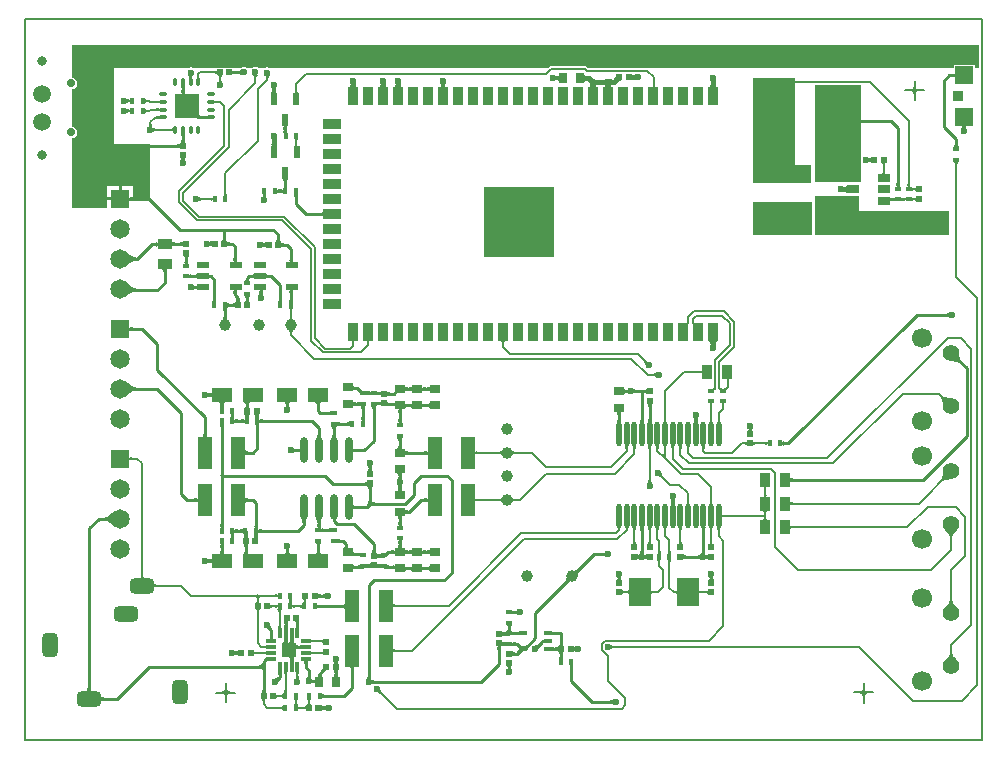
<source format=gtl>
G04*
G04 #@! TF.GenerationSoftware,Altium Limited,Altium Designer,19.0.14 (431)*
G04*
G04 Layer_Physical_Order=1*
G04 Layer_Color=255*
%FSLAX44Y44*%
%MOMM*%
G71*
G01*
G75*
%ADD13C,0.4000*%
%ADD14C,0.2000*%
%ADD16C,0.2540*%
%ADD19R,0.9000X0.9000*%
%ADD20R,1.5000X1.5000*%
%ADD21R,0.5200X0.5200*%
%ADD22R,0.5200X0.5200*%
%ADD23R,0.4500X0.5500*%
%ADD24R,1.0000X0.6000*%
%ADD25R,0.7000X0.9000*%
%ADD26R,0.8500X1.3000*%
%ADD27R,0.9000X0.7000*%
%ADD28R,0.5500X0.4500*%
%ADD29O,0.4500X2.1000*%
%ADD30R,1.3000X0.8500*%
%ADD31R,0.9500X1.7000*%
%ADD32R,1.0000X0.7000*%
%ADD33R,0.6000X1.1000*%
%ADD34R,1.7000X0.9500*%
%ADD35R,4.9000X1.5500*%
%ADD36R,0.8128X0.3048*%
%ADD37R,0.3048X0.8128*%
%ADD39R,1.8000X1.3000*%
%ADD40O,0.7500X0.3000*%
%ADD41O,0.3000X0.7500*%
G04:AMPARAMS|DCode=42|XSize=0.4mm|YSize=0.65mm|CornerRadius=0.05mm|HoleSize=0mm|Usage=FLASHONLY|Rotation=270.000|XOffset=0mm|YOffset=0mm|HoleType=Round|Shape=RoundedRectangle|*
%AMROUNDEDRECTD42*
21,1,0.4000,0.5500,0,0,270.0*
21,1,0.3000,0.6500,0,0,270.0*
1,1,0.1000,-0.2750,-0.1500*
1,1,0.1000,-0.2750,0.1500*
1,1,0.1000,0.2750,0.1500*
1,1,0.1000,0.2750,-0.1500*
%
%ADD42ROUNDEDRECTD42*%
%ADD43R,1.9000X2.4000*%
%ADD44R,1.2954X2.6924*%
%ADD45O,0.6000X2.2000*%
%ADD46R,0.8600X1.5000*%
%ADD47R,1.5000X0.8600*%
%ADD48R,5.9590X6.0410*%
%ADD68R,1.2446X1.2446*%
%ADD89C,0.9906*%
%ADD90R,2.1000X2.1000*%
%ADD91C,0.1500*%
%ADD92C,0.2032*%
%ADD93C,0.7000*%
%ADD94C,1.6500*%
%ADD95R,1.6500X1.6500*%
G04:AMPARAMS|DCode=96|XSize=2mm|YSize=1.3mm|CornerRadius=0.325mm|HoleSize=0mm|Usage=FLASHONLY|Rotation=180.000|XOffset=0mm|YOffset=0mm|HoleType=Round|Shape=RoundedRectangle|*
%AMROUNDEDRECTD96*
21,1,2.0000,0.6500,0,0,180.0*
21,1,1.3500,1.3000,0,0,180.0*
1,1,0.6500,-0.6750,0.3250*
1,1,0.6500,0.6750,0.3250*
1,1,0.6500,0.6750,-0.3250*
1,1,0.6500,-0.6750,-0.3250*
%
%ADD96ROUNDEDRECTD96*%
G04:AMPARAMS|DCode=97|XSize=2mm|YSize=1.3mm|CornerRadius=0.325mm|HoleSize=0mm|Usage=FLASHONLY|Rotation=90.000|XOffset=0mm|YOffset=0mm|HoleType=Round|Shape=RoundedRectangle|*
%AMROUNDEDRECTD97*
21,1,2.0000,0.6500,0,0,90.0*
21,1,1.3500,1.3000,0,0,90.0*
1,1,0.6500,0.3250,0.6750*
1,1,0.6500,0.3250,-0.6750*
1,1,0.6500,-0.3250,-0.6750*
1,1,0.6500,-0.3250,0.6750*
%
%ADD97ROUNDEDRECTD97*%
%ADD98C,1.7000*%
%ADD99C,1.4000*%
%ADD100C,0.6000*%
%ADD101C,0.8000*%
%ADD102C,1.5000*%
G36*
X807410Y569000D02*
X804000D01*
Y571500D01*
X786000D01*
Y569000D01*
X476494D01*
X475872Y569622D01*
X475128Y570119D01*
X474250Y570294D01*
X445000D01*
X444122Y570119D01*
X443378Y569622D01*
X442756Y569000D01*
X206967Y569000D01*
X206756Y569141D01*
X205000Y569490D01*
X203244Y569141D01*
X203033Y569000D01*
X197113D01*
X196756Y569239D01*
X195000Y569588D01*
X193244Y569239D01*
X192887Y569000D01*
X187113D01*
X186756Y569239D01*
X185000Y569588D01*
X183244Y569239D01*
X182887Y569000D01*
X177100D01*
Y569100D01*
X175723D01*
X175569Y569164D01*
X175486Y569129D01*
X175400Y569155D01*
X175299Y569100D01*
X160900D01*
Y569000D01*
X141967D01*
X141756Y569141D01*
X140000Y569490D01*
X138244Y569141D01*
X138033Y569000D01*
X75000D01*
X75000Y468890D01*
X69610D01*
Y459370D01*
X79130D01*
Y468890D01*
X75000D01*
X75000Y504000D01*
X106000D01*
Y459200D01*
X104900Y458100D01*
X91190D01*
Y468890D01*
X81670D01*
Y458100D01*
X80400D01*
Y456830D01*
X69610D01*
Y450000D01*
X40000Y450000D01*
X40000Y509351D01*
X40951Y509540D01*
X42605Y510645D01*
X43710Y512299D01*
X44098Y514250D01*
X43710Y516201D01*
X42605Y517855D01*
X40951Y518960D01*
X40000Y519149D01*
Y550851D01*
X40951Y551040D01*
X42605Y552145D01*
X43710Y553799D01*
X44098Y555750D01*
X43710Y557701D01*
X42605Y559355D01*
X40951Y560460D01*
X40000Y560649D01*
X40000Y588000D01*
X807410Y588000D01*
Y569000D01*
D02*
G37*
G36*
X205793Y564109D02*
X204207D01*
X204215Y564127D01*
X204222Y564159D01*
X204229Y564204D01*
X204239Y564335D01*
X204250Y564762D01*
X204250Y564902D01*
X205750D01*
X205793Y564109D01*
D02*
G37*
G36*
X162461Y563000D02*
X162441Y563190D01*
X162380Y563360D01*
X162278Y563510D01*
X162136Y563640D01*
X161953Y563750D01*
X161730Y563840D01*
X161466Y563910D01*
X161161Y563960D01*
X160816Y563990D01*
X160431Y564000D01*
Y566000D01*
X160816Y566010D01*
X161161Y566040D01*
X161466Y566090D01*
X161730Y566160D01*
X161953Y566250D01*
X162136Y566360D01*
X162278Y566490D01*
X162380Y566640D01*
X162441Y566810D01*
X162461Y567000D01*
Y563000D01*
D02*
G37*
G36*
X182858Y562900D02*
X182687Y563058D01*
X182502Y563199D01*
X182302Y563323D01*
X182087Y563431D01*
X181857Y563522D01*
X181612Y563597D01*
X181352Y563655D01*
X181077Y563697D01*
X180787Y563722D01*
X180482Y563730D01*
Y566270D01*
X180787Y566278D01*
X181077Y566303D01*
X181352Y566345D01*
X181612Y566403D01*
X181857Y566478D01*
X182087Y566569D01*
X182302Y566677D01*
X182502Y566801D01*
X182687Y566942D01*
X182858Y567100D01*
Y562900D01*
D02*
G37*
G36*
X175595Y567299D02*
X175671Y567083D01*
X175798Y566892D01*
X175976Y566727D01*
X176204Y566587D01*
X176484Y566473D01*
X176814Y566384D01*
X177195Y566321D01*
X177627Y566283D01*
X178109Y566270D01*
Y563730D01*
X177627Y563717D01*
X177195Y563679D01*
X176814Y563616D01*
X176484Y563527D01*
X176204Y563413D01*
X175976Y563273D01*
X175798Y563108D01*
X175671Y562917D01*
X175595Y562701D01*
X175569Y562460D01*
Y567540D01*
X175595Y567299D01*
D02*
G37*
G36*
X451961Y557460D02*
X451935Y557701D01*
X451858Y557917D01*
X451730Y558108D01*
X451550Y558273D01*
X451318Y558413D01*
X451036Y558527D01*
X450701Y558616D01*
X450569Y558638D01*
X450388Y558597D01*
X450143Y558522D01*
X449913Y558431D01*
X449698Y558323D01*
X449498Y558199D01*
X449313Y558058D01*
X449142Y557900D01*
Y562100D01*
X449313Y561942D01*
X449498Y561801D01*
X449698Y561677D01*
X449913Y561569D01*
X450143Y561478D01*
X450388Y561403D01*
X450569Y561362D01*
X450701Y561384D01*
X451036Y561473D01*
X451318Y561587D01*
X451550Y561727D01*
X451730Y561892D01*
X451858Y562083D01*
X451935Y562299D01*
X451961Y562540D01*
Y557460D01*
D02*
G37*
G36*
X166935Y562441D02*
X166765Y562380D01*
X166615Y562278D01*
X166485Y562136D01*
X166375Y561953D01*
X166285Y561730D01*
X166215Y561466D01*
X166165Y561161D01*
X166135Y560816D01*
X166125Y560430D01*
X164125D01*
X164115Y560816D01*
X164085Y561161D01*
X164035Y561466D01*
X163965Y561730D01*
X163875Y561953D01*
X163765Y562136D01*
X163635Y562278D01*
X163485Y562380D01*
X163315Y562441D01*
X163125Y562461D01*
X167125D01*
X166935Y562441D01*
D02*
G37*
G36*
X196843Y562594D02*
X196411Y562071D01*
X196236Y561812D01*
X196087Y561555D01*
X195966Y561300D01*
X195872Y561046D01*
X195804Y560794D01*
X195763Y560544D01*
X195750Y560295D01*
X194250D01*
X194237Y560544D01*
X194196Y560794D01*
X194128Y561046D01*
X194034Y561300D01*
X193913Y561555D01*
X193764Y561812D01*
X193589Y562071D01*
X193386Y562332D01*
X193157Y562594D01*
X192900Y562858D01*
X197100D01*
X196843Y562594D01*
D02*
G37*
G36*
X206891Y562541D02*
X206704Y562315D01*
X206539Y562083D01*
X206396Y561844D01*
X206275Y561599D01*
X206176Y561347D01*
X206099Y561089D01*
X206044Y560824D01*
X206011Y560552D01*
X206000Y560274D01*
X204000D01*
X203989Y560552D01*
X203956Y560824D01*
X203901Y561089D01*
X203824Y561347D01*
X203725Y561599D01*
X203604Y561844D01*
X203461Y562083D01*
X203296Y562315D01*
X203109Y562541D01*
X202900Y562760D01*
X207100D01*
X206891Y562541D01*
D02*
G37*
G36*
X787531Y559960D02*
X787505Y560201D01*
X787429Y560417D01*
X787302Y560608D01*
X787124Y560773D01*
X786896Y560913D01*
X786616Y561027D01*
X786286Y561116D01*
X785905Y561179D01*
X785473Y561217D01*
X784990Y561230D01*
Y563770D01*
X785473Y563783D01*
X785905Y563821D01*
X786286Y563884D01*
X786616Y563973D01*
X786896Y564087D01*
X787124Y564227D01*
X787302Y564392D01*
X787429Y564583D01*
X787505Y564799D01*
X787531Y565040D01*
Y559960D01*
D02*
G37*
G36*
X147504Y561973D02*
X147596Y560742D01*
X147638Y560504D01*
X147688Y560292D01*
X147746Y560108D01*
X147811Y559952D01*
X147884Y559823D01*
X145116D01*
X145189Y559952D01*
X145254Y560108D01*
X145312Y560292D01*
X145362Y560504D01*
X145404Y560742D01*
X145465Y561303D01*
X145496Y561973D01*
X145500Y562349D01*
X147500D01*
X147504Y561973D01*
D02*
G37*
G36*
X141844Y562496D02*
X141412Y561973D01*
X141236Y561715D01*
X141088Y561457D01*
X140966Y561202D01*
X140878Y560966D01*
X140909Y560846D01*
X140978Y560630D01*
X141061Y560419D01*
X141156Y560215D01*
X141264Y560016D01*
X141384Y559823D01*
X138616D01*
X138736Y560016D01*
X138844Y560215D01*
X138939Y560419D01*
X139022Y560630D01*
X139091Y560846D01*
X139122Y560966D01*
X139034Y561202D01*
X138912Y561457D01*
X138764Y561715D01*
X138588Y561973D01*
X138386Y562234D01*
X138156Y562496D01*
X137900Y562760D01*
X142100D01*
X141844Y562496D01*
D02*
G37*
G36*
X513610Y563461D02*
X513730Y563364D01*
X513929Y563279D01*
X514210Y563205D01*
X514570Y563142D01*
X515009Y563091D01*
X515696Y563049D01*
X516658Y563100D01*
Y563014D01*
X517570Y563000D01*
Y559000D01*
X516810Y558994D01*
X516658Y558985D01*
Y558900D01*
X516621Y558919D01*
X516550Y558936D01*
X516446Y558951D01*
X516293Y558963D01*
X514570Y558858D01*
X514210Y558795D01*
X513929Y558721D01*
X513730Y558635D01*
X513610Y558539D01*
X513569Y558430D01*
Y563569D01*
X513610Y563461D01*
D02*
G37*
G36*
X503426Y558430D02*
X503348Y558460D01*
X503215Y558423D01*
X503026Y558320D01*
X502781Y558149D01*
X502481Y557911D01*
X501714Y557235D01*
X500147Y555718D01*
X497602Y558830D01*
X498185Y559419D01*
X500281Y561787D01*
X500397Y561989D01*
X500447Y562135D01*
X500430Y562226D01*
X503426Y558430D01*
D02*
G37*
G36*
X472910Y563620D02*
X473030Y563280D01*
X473230Y562980D01*
X473510Y562720D01*
X473870Y562500D01*
X474310Y562320D01*
X474830Y562180D01*
X475430Y562080D01*
X476110Y562020D01*
X476870Y562000D01*
Y558078D01*
X478884Y560953D01*
X479127Y560713D01*
X480152Y559818D01*
X480251Y559760D01*
X480330Y559728D01*
X480388Y559721D01*
X477821Y556397D01*
X476553Y557627D01*
X476814Y557999D01*
X476110Y557980D01*
X475430Y557920D01*
X474830Y557820D01*
X474310Y557680D01*
X473870Y557500D01*
X473510Y557280D01*
X473230Y557020D01*
X473030Y556720D01*
X472910Y556380D01*
X472870Y556000D01*
Y564000D01*
X472910Y563620D01*
D02*
G37*
G36*
X166136Y558390D02*
X166170Y558118D01*
X166227Y557854D01*
X166306Y557598D01*
X166409Y557350D01*
X166533Y557109D01*
X166681Y556877D01*
X166851Y556653D01*
X167043Y556437D01*
X167259Y556228D01*
X163062Y556053D01*
X163264Y556282D01*
X163445Y556516D01*
X163604Y556756D01*
X163743Y557001D01*
X163859Y557251D01*
X163955Y557506D01*
X164029Y557767D01*
X164083Y558033D01*
X164114Y558304D01*
X164125Y558581D01*
X166125Y558670D01*
X166136Y558390D01*
D02*
G37*
G36*
X497577Y555133D02*
X497235Y555131D01*
X495878Y555038D01*
X495767Y555010D01*
X495688Y554977D01*
X495643Y554940D01*
X495107Y559106D01*
X496873Y559133D01*
X497577Y555133D01*
D02*
G37*
G36*
X491108Y554650D02*
X491071Y554669D01*
X491001Y554686D01*
X490896Y554701D01*
X490585Y554725D01*
X489556Y554749D01*
X489214Y554750D01*
Y558750D01*
X491108Y558850D01*
Y554650D01*
D02*
G37*
G36*
X482979Y558831D02*
X483050Y558814D01*
X483154Y558799D01*
X483465Y558775D01*
X484494Y558751D01*
X484836Y558750D01*
Y554750D01*
X482942Y554650D01*
Y558850D01*
X482979Y558831D01*
D02*
G37*
G36*
X532757Y553679D02*
X532780Y553419D01*
X532817Y553189D01*
X532870Y552990D01*
X532938Y552822D01*
X533020Y552684D01*
X533117Y552577D01*
X533230Y552500D01*
X533358Y552454D01*
X533500Y552439D01*
X530500D01*
X530643Y552454D01*
X530770Y552500D01*
X530882Y552577D01*
X530980Y552684D01*
X531063Y552822D01*
X531130Y552990D01*
X531183Y553189D01*
X531220Y553419D01*
X531242Y553679D01*
X531250Y553969D01*
X532750D01*
X532757Y553679D01*
D02*
G37*
G36*
X495270Y555704D02*
X495330Y555019D01*
X495430Y554414D01*
X495570Y553890D01*
X495750Y553447D01*
X495970Y553084D01*
X496230Y552802D01*
X496530Y552600D01*
X496870Y552479D01*
X497250Y552439D01*
X489250D01*
X489630Y552479D01*
X489970Y552600D01*
X490270Y552802D01*
X490530Y553084D01*
X490750Y553447D01*
X490930Y553890D01*
X491070Y554414D01*
X491170Y555019D01*
X491230Y555704D01*
X491250Y556469D01*
X495250D01*
X495270Y555704D01*
D02*
G37*
G36*
X482820D02*
X482880Y555019D01*
X482980Y554414D01*
X483120Y553890D01*
X483300Y553447D01*
X483520Y553084D01*
X483780Y552802D01*
X484080Y552600D01*
X484420Y552479D01*
X484800Y552439D01*
X476800D01*
X477180Y552479D01*
X477520Y552600D01*
X477820Y552802D01*
X478080Y553084D01*
X478300Y553447D01*
X478480Y553890D01*
X478620Y554414D01*
X478720Y555019D01*
X478780Y555704D01*
X478800Y556469D01*
X482800D01*
X482820Y555704D01*
D02*
G37*
G36*
X355742Y555612D02*
X355601Y555427D01*
X355477Y555227D01*
X355369Y555012D01*
X355277Y554781D01*
X355203Y554537D01*
X355145Y554277D01*
X355119Y554106D01*
X355121Y554084D01*
X355184Y553699D01*
X355273Y553364D01*
X355388Y553082D01*
X355527Y552850D01*
X355692Y552670D01*
X355883Y552542D01*
X356099Y552465D01*
X356340Y552439D01*
X351260D01*
X351501Y552465D01*
X351717Y552542D01*
X351908Y552670D01*
X352073Y552850D01*
X352213Y553082D01*
X352327Y553364D01*
X352416Y553699D01*
X352479Y554084D01*
X352481Y554106D01*
X352455Y554277D01*
X352397Y554537D01*
X352323Y554781D01*
X352231Y555012D01*
X352123Y555227D01*
X351999Y555427D01*
X351858Y555612D01*
X351700Y555782D01*
X355900D01*
X355742Y555612D01*
D02*
G37*
G36*
X317716Y555858D02*
X317800D01*
X317781Y555821D01*
X317764Y555751D01*
X317749Y555646D01*
X317738Y555501D01*
X317780Y555019D01*
X317880Y554414D01*
X318020Y553890D01*
X318200Y553447D01*
X318420Y553084D01*
X318680Y552802D01*
X318980Y552600D01*
X319320Y552479D01*
X319700Y552439D01*
X311700D01*
X312080Y552479D01*
X312420Y552600D01*
X312720Y552802D01*
X312980Y553084D01*
X313200Y553447D01*
X313380Y553890D01*
X313520Y554414D01*
X313620Y555019D01*
X313635Y555192D01*
X313600Y555858D01*
X313684D01*
X313700Y556469D01*
X317700D01*
X317716Y555858D01*
D02*
G37*
G36*
X305016D02*
X305100D01*
X305081Y555821D01*
X305064Y555751D01*
X305049Y555646D01*
X305038Y555501D01*
X305080Y555019D01*
X305180Y554414D01*
X305320Y553890D01*
X305500Y553447D01*
X305720Y553084D01*
X305980Y552802D01*
X306280Y552600D01*
X306620Y552479D01*
X307000Y552439D01*
X299000D01*
X299380Y552479D01*
X299720Y552600D01*
X300020Y552802D01*
X300280Y553084D01*
X300500Y553447D01*
X300680Y553890D01*
X300820Y554414D01*
X300920Y555019D01*
X300935Y555192D01*
X300900Y555858D01*
X300984D01*
X301000Y556469D01*
X305000D01*
X305016Y555858D01*
D02*
G37*
G36*
X279618Y555782D02*
X279700D01*
X279681Y555746D01*
X279664Y555675D01*
X279649Y555571D01*
X279641Y555465D01*
X279680Y555019D01*
X279780Y554414D01*
X279920Y553890D01*
X280100Y553447D01*
X280320Y553084D01*
X280580Y552802D01*
X280880Y552600D01*
X281220Y552479D01*
X281600Y552439D01*
X273600D01*
X273980Y552479D01*
X274320Y552600D01*
X274620Y552802D01*
X274880Y553084D01*
X275100Y553447D01*
X275280Y553890D01*
X275420Y554414D01*
X275520Y555019D01*
X275533Y555163D01*
X275500Y555782D01*
X275582D01*
X275600Y556469D01*
X279600D01*
X279618Y555782D01*
D02*
G37*
G36*
X584481Y558021D02*
X584464Y557951D01*
X584449Y557846D01*
X584425Y557535D01*
X584401Y556506D01*
X584401Y556349D01*
X584420Y555604D01*
X584480Y554919D01*
X584580Y554314D01*
X584720Y553790D01*
X584900Y553347D01*
X585120Y552984D01*
X585380Y552702D01*
X585680Y552500D01*
X586020Y552379D01*
X586400Y552339D01*
X578400D01*
X578780Y552379D01*
X579120Y552500D01*
X579420Y552702D01*
X579680Y552984D01*
X579900Y553347D01*
X580080Y553790D01*
X580220Y554314D01*
X580320Y554919D01*
X580380Y555604D01*
X580396Y556232D01*
X580300Y558058D01*
X584500Y558058D01*
X584481Y558021D01*
D02*
G37*
G36*
X134862Y554119D02*
X134843Y554013D01*
X134826Y553861D01*
X134788Y553119D01*
X134770Y551466D01*
X132230D01*
X132116Y554177D01*
X134884D01*
X134862Y554119D01*
D02*
G37*
G36*
X230257Y549179D02*
X230280Y548918D01*
X230317Y548689D01*
X230370Y548490D01*
X230438Y548322D01*
X230520Y548184D01*
X230618Y548077D01*
X230730Y548000D01*
X230858Y547954D01*
X231000Y547939D01*
X228000D01*
X228143Y547954D01*
X228270Y548000D01*
X228382Y548077D01*
X228480Y548184D01*
X228563Y548322D01*
X228630Y548490D01*
X228682Y548689D01*
X228720Y548918D01*
X228743Y549179D01*
X228750Y549469D01*
X230250D01*
X230257Y549179D01*
D02*
G37*
G36*
X212442Y551687D02*
X212301Y551502D01*
X212177Y551302D01*
X212069Y551087D01*
X211978Y550857D01*
X211903Y550612D01*
X211845Y550352D01*
X211803Y550077D01*
X211791Y549930D01*
X211821Y549584D01*
X211884Y549199D01*
X211973Y548864D01*
X212087Y548582D01*
X212227Y548350D01*
X212392Y548170D01*
X212583Y548042D01*
X212799Y547965D01*
X213040Y547939D01*
X207960D01*
X208201Y547965D01*
X208417Y548042D01*
X208608Y548170D01*
X208773Y548350D01*
X208913Y548582D01*
X209027Y548864D01*
X209116Y549199D01*
X209179Y549584D01*
X209209Y549930D01*
X209197Y550077D01*
X209155Y550352D01*
X209097Y550612D01*
X209023Y550857D01*
X208931Y551087D01*
X208823Y551302D01*
X208699Y551502D01*
X208558Y551687D01*
X208400Y551858D01*
X212600D01*
X212442Y551687D01*
D02*
G37*
G36*
X134783Y549271D02*
X134821Y548834D01*
X134884Y548449D01*
X134973Y548114D01*
X135087Y547832D01*
X135227Y547600D01*
X135392Y547420D01*
X135583Y547292D01*
X135799Y547215D01*
X136040Y547189D01*
X130960D01*
X131201Y547215D01*
X131417Y547292D01*
X131608Y547420D01*
X131773Y547600D01*
X131912Y547832D01*
X132027Y548114D01*
X132116Y548449D01*
X132179Y548834D01*
X132217Y549271D01*
X132230Y549759D01*
X134770D01*
X134783Y549271D01*
D02*
G37*
G36*
X754045Y552672D02*
X754106Y552326D01*
X754208Y552021D01*
X754350Y551757D01*
X754533Y551534D01*
X754756Y551351D01*
X755020Y551208D01*
X755325Y551107D01*
X755670Y551046D01*
X756057Y551026D01*
Y548994D01*
X755670Y548973D01*
X755325Y548912D01*
X755020Y548811D01*
X754756Y548669D01*
X754533Y548486D01*
X754350Y548262D01*
X754208Y547998D01*
X754106Y547693D01*
X754045Y547348D01*
X754025Y546962D01*
X751993D01*
X751972Y547348D01*
X751911Y547693D01*
X751810Y547998D01*
X751667Y548262D01*
X751485Y548486D01*
X751261Y548669D01*
X750997Y548811D01*
X750692Y548912D01*
X750347Y548973D01*
X749961Y548994D01*
Y551026D01*
X750347Y551046D01*
X750692Y551107D01*
X750997Y551208D01*
X751261Y551351D01*
X751485Y551534D01*
X751667Y551757D01*
X751810Y552021D01*
X751911Y552326D01*
X751972Y552672D01*
X751993Y553058D01*
X754025D01*
X754045Y552672D01*
D02*
G37*
G36*
X101740Y542810D02*
X101799Y542640D01*
X101899Y542490D01*
X102039Y542360D01*
X102219Y542250D01*
X102439Y542160D01*
X102699Y542090D01*
X102999Y542040D01*
X103340Y542010D01*
X103720Y542000D01*
Y540000D01*
X103340Y539990D01*
X102999Y539960D01*
X102699Y539910D01*
X102439Y539840D01*
X102219Y539750D01*
X102039Y539640D01*
X101899Y539510D01*
X101799Y539360D01*
X101740Y539190D01*
X101720Y539000D01*
Y543000D01*
X101740Y542810D01*
D02*
G37*
G36*
X86361Y542891D02*
X86587Y542704D01*
X86819Y542539D01*
X87058Y542396D01*
X87303Y542275D01*
X87555Y542176D01*
X87592Y542165D01*
X87803Y542250D01*
X87986Y542360D01*
X88128Y542490D01*
X88230Y542640D01*
X88291Y542810D01*
X88311Y543000D01*
Y542016D01*
X88350Y542011D01*
X88628Y542000D01*
Y540000D01*
X88350Y539989D01*
X88311Y539984D01*
Y539000D01*
X88291Y539190D01*
X88230Y539360D01*
X88128Y539510D01*
X87986Y539640D01*
X87803Y539750D01*
X87592Y539835D01*
X87555Y539824D01*
X87303Y539725D01*
X87058Y539604D01*
X86819Y539461D01*
X86587Y539296D01*
X86361Y539109D01*
X86142Y538900D01*
Y543100D01*
X86361Y542891D01*
D02*
G37*
G36*
X160016Y541264D02*
X160215Y541156D01*
X160419Y541061D01*
X160630Y540978D01*
X160846Y540909D01*
X161068Y540852D01*
X161297Y540807D01*
X161531Y540775D01*
X161770Y540756D01*
X162016Y540750D01*
Y539250D01*
X161770Y539244D01*
X161531Y539225D01*
X161297Y539193D01*
X161068Y539148D01*
X160846Y539091D01*
X160630Y539022D01*
X160419Y538939D01*
X160215Y538844D01*
X160016Y538736D01*
X159823Y538616D01*
Y541384D01*
X160016Y541264D01*
D02*
G37*
G36*
X113677Y538616D02*
X113548Y538689D01*
X113392Y538754D01*
X113208Y538812D01*
X112996Y538862D01*
X112758Y538904D01*
X112197Y538965D01*
X111527Y538996D01*
X111151Y539000D01*
Y541000D01*
X111527Y541004D01*
X112758Y541096D01*
X112996Y541138D01*
X113208Y541188D01*
X113392Y541246D01*
X113548Y541311D01*
X113677Y541384D01*
Y538616D01*
D02*
G37*
G36*
X134689Y540616D02*
X135133Y540238D01*
X135341Y540089D01*
X135541Y539964D01*
X135731Y539866D01*
X135913Y539794D01*
X136086Y539747D01*
X136249Y539725D01*
X136404Y539730D01*
X133770Y537096D01*
X133775Y537251D01*
X133753Y537414D01*
X133707Y537587D01*
X133634Y537769D01*
X133535Y537959D01*
X133411Y538159D01*
X133261Y538367D01*
X133086Y538585D01*
X132657Y539047D01*
X134453Y540843D01*
X134689Y540616D01*
D02*
G37*
G36*
X139759Y536488D02*
X139790Y536257D01*
X139843Y536028D01*
X139919Y535799D01*
X140017Y535572D01*
X140138Y535346D01*
X140280Y535121D01*
X140445Y534897D01*
X140633Y534675D01*
X140843Y534453D01*
X139047Y532657D01*
X138825Y532867D01*
X138603Y533055D01*
X138379Y533220D01*
X138154Y533362D01*
X137928Y533483D01*
X137701Y533581D01*
X137472Y533657D01*
X137242Y533710D01*
X137012Y533741D01*
X136780Y533750D01*
X139750Y536720D01*
X139759Y536488D01*
D02*
G37*
G36*
X113677Y532116D02*
X113548Y532189D01*
X113392Y532254D01*
X113208Y532312D01*
X112996Y532362D01*
X112758Y532404D01*
X112197Y532465D01*
X111527Y532496D01*
X111151Y532500D01*
Y534500D01*
X111527Y534504D01*
X112758Y534596D01*
X112996Y534638D01*
X113208Y534688D01*
X113392Y534746D01*
X113548Y534811D01*
X113677Y534884D01*
Y532116D01*
D02*
G37*
G36*
X101740Y534310D02*
X101799Y534140D01*
X101899Y533990D01*
X102039Y533860D01*
X102219Y533750D01*
X102439Y533660D01*
X102699Y533590D01*
X102999Y533540D01*
X103340Y533510D01*
X103720Y533500D01*
Y531500D01*
X103340Y531490D01*
X102999Y531460D01*
X102699Y531410D01*
X102439Y531340D01*
X102219Y531250D01*
X102039Y531140D01*
X101899Y531010D01*
X101799Y530860D01*
X101740Y530690D01*
X101720Y530500D01*
Y534500D01*
X101740Y534310D01*
D02*
G37*
G36*
X86361Y534391D02*
X86587Y534204D01*
X86819Y534039D01*
X87058Y533896D01*
X87303Y533775D01*
X87555Y533676D01*
X87592Y533665D01*
X87803Y533750D01*
X87986Y533860D01*
X88128Y533990D01*
X88230Y534140D01*
X88291Y534310D01*
X88311Y534500D01*
Y533516D01*
X88350Y533511D01*
X88628Y533500D01*
Y531500D01*
X88350Y531489D01*
X88311Y531484D01*
Y530500D01*
X88291Y530690D01*
X88230Y530860D01*
X88128Y531010D01*
X87986Y531140D01*
X87803Y531250D01*
X87592Y531335D01*
X87555Y531324D01*
X87303Y531225D01*
X87058Y531104D01*
X86819Y530961D01*
X86587Y530796D01*
X86361Y530609D01*
X86142Y530400D01*
Y534600D01*
X86361Y534391D01*
D02*
G37*
G36*
X147217Y529299D02*
X147296Y529083D01*
X147425Y528892D01*
X147606Y528727D01*
X147838Y528587D01*
X148120Y528473D01*
X148454Y528384D01*
X148838Y528321D01*
X149273Y528283D01*
X149760Y528270D01*
Y525730D01*
X147219Y526281D01*
X147189Y529540D01*
X147217Y529299D01*
D02*
G37*
G36*
X154177Y525616D02*
X154119Y525638D01*
X154014Y525657D01*
X153861Y525674D01*
X153119Y525712D01*
X151466Y525730D01*
Y528270D01*
X154177Y528384D01*
Y525616D01*
D02*
G37*
G36*
X113677D02*
X113602Y525652D01*
X113493Y525685D01*
X113349Y525714D01*
X113172Y525739D01*
X112714Y525778D01*
X111771Y525807D01*
X111388Y525809D01*
X111023Y527809D01*
X111372Y527814D01*
X112015Y527860D01*
X112308Y527901D01*
X112839Y528016D01*
X113076Y528091D01*
X113295Y528177D01*
X113495Y528275D01*
X113677Y528384D01*
Y525616D01*
D02*
G37*
G36*
X107011Y520850D02*
X107044Y520578D01*
X107099Y520313D01*
X107176Y520055D01*
X107275Y519803D01*
X107396Y519558D01*
X107539Y519319D01*
X107704Y519087D01*
X107891Y518861D01*
X108100Y518642D01*
X103900D01*
X104109Y518861D01*
X104296Y519087D01*
X104461Y519319D01*
X104604Y519558D01*
X104725Y519803D01*
X104824Y520055D01*
X104901Y520313D01*
X104956Y520578D01*
X104989Y520850D01*
X105000Y521128D01*
X107000D01*
X107011Y520850D01*
D02*
G37*
G36*
X797299Y520035D02*
X797083Y519958D01*
X796892Y519830D01*
X796727Y519650D01*
X796588Y519418D01*
X796473Y519136D01*
X796384Y518801D01*
X796353Y518611D01*
X796403Y518388D01*
X796478Y518143D01*
X796569Y517913D01*
X796677Y517698D01*
X796801Y517498D01*
X796942Y517313D01*
X797100Y517142D01*
X792900D01*
X793058Y517313D01*
X793199Y517498D01*
X793323Y517698D01*
X793431Y517913D01*
X793522Y518143D01*
X793597Y518388D01*
X793647Y518611D01*
X793616Y518801D01*
X793527Y519136D01*
X793412Y519418D01*
X793273Y519650D01*
X793108Y519830D01*
X792917Y519958D01*
X792701Y520035D01*
X792460Y520061D01*
X797540D01*
X797299Y520035D01*
D02*
G37*
G36*
X222299Y519005D02*
X222083Y518929D01*
X221892Y518802D01*
X221727Y518624D01*
X221588Y518396D01*
X221473Y518116D01*
X221384Y517786D01*
X221321Y517405D01*
X221283Y516973D01*
X221270Y516491D01*
X218730D01*
X218717Y516973D01*
X218679Y517405D01*
X218616Y517786D01*
X218527Y518116D01*
X218412Y518396D01*
X218273Y518624D01*
X218108Y518802D01*
X217917Y518929D01*
X217701Y519005D01*
X217460Y519030D01*
X222540D01*
X222299Y519005D01*
D02*
G37*
G36*
X125532Y514500D02*
X125512Y514690D01*
X125451Y514860D01*
X125349Y515010D01*
X125207Y515140D01*
X125025Y515250D01*
X124801Y515340D01*
X124537Y515410D01*
X124233Y515460D01*
X123888Y515490D01*
X123502Y515500D01*
Y517500D01*
X123888Y517510D01*
X124233Y517540D01*
X124537Y517590D01*
X124801Y517660D01*
X125025Y517750D01*
X125207Y517860D01*
X125349Y517990D01*
X125451Y518140D01*
X125512Y518310D01*
X125532Y518500D01*
Y514500D01*
D02*
G37*
G36*
X108361Y518391D02*
X108587Y518204D01*
X108819Y518039D01*
X109058Y517896D01*
X109303Y517775D01*
X109555Y517676D01*
X109813Y517599D01*
X110078Y517544D01*
X110350Y517511D01*
X110628Y517500D01*
Y515500D01*
X110350Y515489D01*
X110078Y515456D01*
X109813Y515401D01*
X109555Y515324D01*
X109303Y515225D01*
X109058Y515104D01*
X108819Y514961D01*
X108587Y514796D01*
X108361Y514609D01*
X108142Y514400D01*
Y518600D01*
X108361Y518391D01*
D02*
G37*
G36*
X221283Y515773D02*
X221321Y515337D01*
X221384Y514952D01*
X221473Y514619D01*
X221588Y514336D01*
X221727Y514105D01*
X221892Y513924D01*
X222083Y513795D01*
X222299Y513716D01*
X222540Y513689D01*
X218281Y513719D01*
X218366Y513745D01*
X218442Y513821D01*
X218510Y513948D01*
X218568Y514126D01*
X218618Y514355D01*
X218658Y514634D01*
X218712Y515345D01*
X218730Y516259D01*
X221270D01*
X221283Y515773D01*
D02*
G37*
G36*
X134862Y513619D02*
X134843Y513513D01*
X134826Y513361D01*
X134788Y512619D01*
X134770Y510966D01*
X132230D01*
X132116Y513677D01*
X134884D01*
X134862Y513619D01*
D02*
G37*
G36*
X230858Y508296D02*
X230730Y508250D01*
X230618Y508173D01*
X230520Y508066D01*
X230438Y507928D01*
X230370Y507760D01*
X230317Y507561D01*
X230280Y507332D01*
X230257Y507071D01*
X230250Y506781D01*
X228750D01*
X228743Y507071D01*
X228720Y507332D01*
X228682Y507561D01*
X228630Y507760D01*
X228563Y507928D01*
X228480Y508066D01*
X228382Y508173D01*
X228270Y508250D01*
X228143Y508296D01*
X228000Y508311D01*
X231000D01*
X230858Y508296D01*
D02*
G37*
G36*
X134783Y507621D02*
X134821Y507184D01*
X134884Y506799D01*
X134973Y506464D01*
X135087Y506182D01*
X135227Y505950D01*
X135392Y505770D01*
X135583Y505642D01*
X135799Y505565D01*
X136040Y505539D01*
X130961D01*
Y500460D01*
X130935Y500701D01*
X130858Y500917D01*
X130730Y501108D01*
X130550Y501273D01*
X130318Y501413D01*
X130036Y501527D01*
X129701Y501616D01*
X129316Y501679D01*
X128879Y501717D01*
X128391Y501730D01*
Y504270D01*
X128879Y504283D01*
X129316Y504321D01*
X129701Y504384D01*
X130036Y504473D01*
X130318Y504588D01*
X130550Y504727D01*
X130730Y504892D01*
X130858Y505083D01*
X130935Y505299D01*
X130961Y505539D01*
X130960D01*
X130961Y505539D01*
X130961Y505540D01*
Y505539D01*
X131201Y505565D01*
X131417Y505642D01*
X131608Y505770D01*
X131773Y505950D01*
X131912Y506182D01*
X132027Y506464D01*
X132116Y506799D01*
X132179Y507184D01*
X132217Y507621D01*
X132230Y508110D01*
X134770D01*
X134783Y507621D01*
D02*
G37*
G36*
X212931Y508671D02*
X212914Y508601D01*
X212899Y508496D01*
X212875Y508185D01*
X212853Y507239D01*
X212860Y506710D01*
X213005Y504910D01*
X213092Y504469D01*
X213199Y504109D01*
X213325Y503829D01*
X213470Y503629D01*
X213635Y503509D01*
X213820Y503470D01*
X207880D01*
X208065Y503509D01*
X208230Y503629D01*
X208375Y503829D01*
X208501Y504109D01*
X208608Y504469D01*
X208695Y504910D01*
X208763Y505429D01*
X208840Y506710D01*
X208843Y506942D01*
X208750Y508708D01*
X212950D01*
X212931Y508671D01*
D02*
G37*
G36*
X230257Y504679D02*
X230280Y504418D01*
X230317Y504189D01*
X230370Y503990D01*
X230438Y503822D01*
X230520Y503684D01*
X230618Y503577D01*
X230730Y503500D01*
X230858Y503454D01*
X231000Y503439D01*
X228000D01*
X228143Y503454D01*
X228270Y503500D01*
X228382Y503577D01*
X228480Y503684D01*
X228563Y503822D01*
X228630Y503990D01*
X228682Y504189D01*
X228720Y504418D01*
X228743Y504679D01*
X228750Y504969D01*
X230250D01*
X230257Y504679D01*
D02*
G37*
G36*
X789533Y504277D02*
X789571Y503845D01*
X789634Y503464D01*
X789723Y503134D01*
X789837Y502854D01*
X789977Y502626D01*
X790142Y502448D01*
X790333Y502321D01*
X790549Y502245D01*
X790790Y502220D01*
X785710D01*
X785951Y502245D01*
X786167Y502321D01*
X786358Y502448D01*
X786523Y502626D01*
X786663Y502854D01*
X786777Y503134D01*
X786866Y503464D01*
X786929Y503845D01*
X786967Y504277D01*
X786980Y504759D01*
X789520D01*
X789533Y504277D01*
D02*
G37*
G36*
X134772Y492430D02*
X136040D01*
X135799Y492405D01*
X135583Y492329D01*
X135392Y492202D01*
X135227Y492024D01*
X135087Y491796D01*
X134973Y491516D01*
X134922Y491325D01*
X134978Y491143D01*
X135069Y490913D01*
X135177Y490698D01*
X135301Y490498D01*
X135442Y490313D01*
X135600Y490142D01*
X134777D01*
X134770Y489891D01*
X132230D01*
X132223Y490142D01*
X131400D01*
X131558Y490313D01*
X131699Y490498D01*
X131823Y490698D01*
X131931Y490913D01*
X132022Y491143D01*
X132078Y491325D01*
X132027Y491516D01*
X131912Y491796D01*
X131773Y492024D01*
X131608Y492202D01*
X131417Y492329D01*
X131201Y492405D01*
X130960Y492430D01*
X132228D01*
X132230Y492518D01*
X134770D01*
X134772Y492430D01*
D02*
G37*
G36*
X714361Y492891D02*
X714587Y492704D01*
X714819Y492539D01*
X715058Y492396D01*
X715303Y492275D01*
X715555Y492176D01*
X715657Y492146D01*
X715711Y492160D01*
X715930Y492250D01*
X716111Y492360D01*
X716250Y492490D01*
X716350Y492640D01*
X716411Y492810D01*
X716430Y493000D01*
Y492008D01*
X716628Y492000D01*
Y490000D01*
X716430Y489992D01*
Y489000D01*
X716411Y489190D01*
X716350Y489360D01*
X716250Y489510D01*
X716111Y489640D01*
X715930Y489750D01*
X715711Y489840D01*
X715657Y489854D01*
X715555Y489824D01*
X715303Y489725D01*
X715058Y489604D01*
X714819Y489461D01*
X714587Y489296D01*
X714361Y489109D01*
X714142Y488900D01*
Y493100D01*
X714361Y492891D01*
D02*
G37*
G36*
X790060Y488791D02*
X789890Y488730D01*
X789740Y488628D01*
X789610Y488486D01*
X789500Y488303D01*
X789410Y488080D01*
X789340Y487816D01*
X789290Y487511D01*
X789260Y487166D01*
X789250Y486781D01*
X787250D01*
X787240Y487166D01*
X787210Y487511D01*
X787160Y487816D01*
X787090Y488080D01*
X787000Y488303D01*
X786890Y488486D01*
X786760Y488628D01*
X786610Y488730D01*
X786440Y488791D01*
X786250Y488811D01*
X790250D01*
X790060Y488791D01*
D02*
G37*
G36*
X728810Y488441D02*
X728640Y488380D01*
X728490Y488278D01*
X728360Y488136D01*
X728250Y487953D01*
X728160Y487730D01*
X728090Y487466D01*
X728040Y487161D01*
X728010Y486816D01*
X728000Y486431D01*
X726000D01*
X725990Y486816D01*
X725960Y487161D01*
X725910Y487466D01*
X725840Y487730D01*
X725750Y487953D01*
X725640Y488136D01*
X725510Y488278D01*
X725360Y488380D01*
X725190Y488441D01*
X725000Y488461D01*
X729000D01*
X728810Y488441D01*
D02*
G37*
G36*
X728010Y480584D02*
X728040Y480239D01*
X728090Y479934D01*
X728160Y479670D01*
X728250Y479447D01*
X728360Y479264D01*
X728490Y479122D01*
X728640Y479020D01*
X728810Y478959D01*
X729000Y478939D01*
X725000D01*
X725190Y478959D01*
X725360Y479020D01*
X725510Y479122D01*
X725640Y479264D01*
X725750Y479447D01*
X725840Y479670D01*
X725910Y479934D01*
X725960Y480239D01*
X725990Y480584D01*
X726000Y480970D01*
X728000D01*
X728010Y480584D01*
D02*
G37*
G36*
X708000Y493113D02*
X707761Y492756D01*
X707412Y491000D01*
X707761Y489244D01*
X708000Y488887D01*
Y472000D01*
X669000D01*
Y554000D01*
X708000Y554000D01*
Y493113D01*
D02*
G37*
G36*
X222474Y474505D02*
X222258Y474429D01*
X222067Y474302D01*
X221902Y474124D01*
X221763Y473895D01*
X221648Y473616D01*
X221559Y473286D01*
X221496Y472905D01*
X221458Y472473D01*
X221445Y471991D01*
X218905D01*
X218892Y472473D01*
X218854Y472905D01*
X218791Y473286D01*
X218702Y473616D01*
X218587Y473895D01*
X218448Y474124D01*
X218283Y474302D01*
X218092Y474429D01*
X217876Y474505D01*
X217635Y474530D01*
X222715D01*
X222474Y474505D01*
D02*
G37*
G36*
X652000Y471000D02*
X616000Y471000D01*
X616000Y560200D01*
X652000Y560200D01*
X652000Y471000D01*
D02*
G37*
G36*
X749010Y470340D02*
X749040Y470000D01*
X749090Y469700D01*
X749160Y469440D01*
X749250Y469220D01*
X749360Y469039D01*
X749490Y468900D01*
X749640Y468800D01*
X749810Y468740D01*
X750000Y468720D01*
X746000D01*
X746190Y468740D01*
X746360Y468800D01*
X746510Y468900D01*
X746640Y469039D01*
X746750Y469220D01*
X746840Y469440D01*
X746910Y469700D01*
X746960Y470000D01*
X746990Y470340D01*
X747000Y470720D01*
X749000D01*
X749010Y470340D01*
D02*
G37*
G36*
X740283Y470771D02*
X740321Y470334D01*
X740384Y469949D01*
X740473Y469614D01*
X740587Y469332D01*
X740727Y469100D01*
X740892Y468920D01*
X741083Y468792D01*
X741299Y468715D01*
X741540Y468689D01*
X736460D01*
X736701Y468715D01*
X736917Y468792D01*
X737108Y468920D01*
X737273Y469100D01*
X737412Y469332D01*
X737527Y469614D01*
X737616Y469949D01*
X737679Y470334D01*
X737717Y470771D01*
X737730Y471259D01*
X740270D01*
X740283Y470771D01*
D02*
G37*
G36*
X696031Y462531D02*
X695991Y462810D01*
X695871Y463060D01*
X695670Y463280D01*
X695390Y463471D01*
X695031Y463633D01*
X694591Y463765D01*
X694071Y463868D01*
X693607Y463924D01*
X693142Y463900D01*
Y463963D01*
X692791Y463985D01*
X692030Y464000D01*
Y468000D01*
X692791Y468015D01*
X693142Y468047D01*
Y468100D01*
X693179Y468081D01*
X693250Y468064D01*
X693280Y468060D01*
X694071Y468132D01*
X694591Y468235D01*
X695031Y468367D01*
X695390Y468529D01*
X695670Y468720D01*
X695871Y468941D01*
X695991Y469190D01*
X696031Y469469D01*
Y462531D01*
D02*
G37*
G36*
X221453Y469777D02*
X221515Y468964D01*
X221569Y468634D01*
X221639Y468354D01*
X221724Y468126D01*
X221824Y467948D01*
X221941Y467821D01*
X222072Y467745D01*
X222220Y467719D01*
X217780D01*
X217994Y467745D01*
X218185Y467821D01*
X218354Y467948D01*
X218500Y468126D01*
X218624Y468354D01*
X218725Y468634D01*
X218804Y468964D01*
X218860Y469345D01*
X218894Y469777D01*
X218905Y470260D01*
X221445D01*
X221453Y469777D01*
D02*
G37*
G36*
X754461Y464250D02*
X754441Y464440D01*
X754380Y464610D01*
X754278Y464760D01*
X754136Y464890D01*
X753953Y465000D01*
X753730Y465090D01*
X753466Y465160D01*
X753161Y465210D01*
X752816Y465240D01*
X752574Y465246D01*
X752339Y465240D01*
X752000Y465211D01*
X751700Y465163D01*
X751440Y465095D01*
X751219Y465008D01*
X751040Y464901D01*
X750900Y464775D01*
X750799Y464630D01*
X750740Y464465D01*
X750720Y464281D01*
X750689Y468250D01*
X750711Y468060D01*
X750773Y467890D01*
X750875Y467740D01*
X751018Y467610D01*
X751200Y467500D01*
X751424Y467410D01*
X751687Y467340D01*
X751991Y467290D01*
X752335Y467260D01*
X752575Y467254D01*
X752816Y467260D01*
X753161Y467290D01*
X753466Y467340D01*
X753730Y467410D01*
X753953Y467500D01*
X754136Y467610D01*
X754278Y467740D01*
X754380Y467890D01*
X754441Y468060D01*
X754461Y468250D01*
Y464250D01*
D02*
G37*
G36*
X217811Y462460D02*
X217785Y462701D01*
X217708Y462917D01*
X217580Y463108D01*
X217400Y463273D01*
X217168Y463413D01*
X216886Y463527D01*
X216551Y463616D01*
X216166Y463679D01*
X215742Y463716D01*
X215323Y463679D01*
X214942Y463616D01*
X214612Y463527D01*
X214333Y463413D01*
X214104Y463273D01*
X213926Y463108D01*
X213799Y462917D01*
X213723Y462701D01*
X213697Y462460D01*
Y467540D01*
X213723Y467299D01*
X213799Y467083D01*
X213926Y466892D01*
X214104Y466727D01*
X214333Y466587D01*
X214612Y466473D01*
X214942Y466384D01*
X215323Y466321D01*
X215742Y466284D01*
X216166Y466321D01*
X216551Y466384D01*
X216886Y466473D01*
X217168Y466587D01*
X217400Y466727D01*
X217580Y466892D01*
X217708Y467083D01*
X217785Y467299D01*
X217811Y467540D01*
Y462460D01*
D02*
G37*
G36*
X170510Y462034D02*
X170540Y461688D01*
X170590Y461384D01*
X170660Y461120D01*
X170750Y460897D01*
X170860Y460714D01*
X170990Y460572D01*
X171140Y460470D01*
X171310Y460409D01*
X171500Y460389D01*
X167500D01*
X167690Y460409D01*
X167860Y460470D01*
X168010Y460572D01*
X168140Y460714D01*
X168250Y460897D01*
X168340Y461120D01*
X168410Y461384D01*
X168460Y461688D01*
X168490Y462034D01*
X168500Y462420D01*
X170500D01*
X170510Y462034D01*
D02*
G37*
G36*
X231039Y462255D02*
X230878Y462179D01*
X230735Y462052D01*
X230612Y461874D01*
X230507Y461646D01*
X230422Y461366D01*
X230355Y461036D01*
X230308Y460655D01*
X230280Y460223D01*
X230270Y459740D01*
X227730D01*
X227721Y460223D01*
X227645Y461036D01*
X227578Y461366D01*
X227493Y461646D01*
X227388Y461874D01*
X227265Y462052D01*
X227122Y462179D01*
X226961Y462255D01*
X226780Y462281D01*
X231220D01*
X231039Y462255D01*
D02*
G37*
G36*
X204517D02*
X204356Y462179D01*
X204213Y462052D01*
X204090Y461874D01*
X203985Y461646D01*
X203900Y461366D01*
X203834Y461036D01*
X203802Y460784D01*
X203823Y460648D01*
X203881Y460388D01*
X203955Y460143D01*
X204047Y459913D01*
X204155Y459698D01*
X204279Y459498D01*
X204420Y459313D01*
X204578Y459142D01*
X200378D01*
X200536Y459313D01*
X200677Y459498D01*
X200801Y459698D01*
X200909Y459913D01*
X201000Y460143D01*
X201075Y460388D01*
X201133Y460648D01*
X201149Y460752D01*
X201123Y461036D01*
X201056Y461366D01*
X200971Y461646D01*
X200866Y461874D01*
X200743Y462052D01*
X200600Y462179D01*
X200439Y462255D01*
X200259Y462281D01*
X204697D01*
X204517Y462255D01*
D02*
G37*
G36*
X754461Y455750D02*
X754441Y455940D01*
X754380Y456110D01*
X754278Y456260D01*
X754136Y456390D01*
X753953Y456500D01*
X753730Y456590D01*
X753466Y456660D01*
X753161Y456710D01*
X752816Y456740D01*
X752575Y456746D01*
X752335Y456740D01*
X751991Y456710D01*
X751687Y456660D01*
X751424Y456590D01*
X751200Y456500D01*
X751018Y456390D01*
X750875Y456260D01*
X750773Y456110D01*
X750711Y455940D01*
X750689Y455750D01*
X750720Y459720D01*
X750740Y459535D01*
X750799Y459370D01*
X750900Y459225D01*
X751040Y459099D01*
X751219Y458992D01*
X751440Y458905D01*
X751700Y458837D01*
X752000Y458789D01*
X752339Y458760D01*
X752574Y458754D01*
X752816Y458760D01*
X753161Y458790D01*
X753466Y458840D01*
X753730Y458910D01*
X753953Y459000D01*
X754136Y459110D01*
X754278Y459240D01*
X754380Y459390D01*
X754441Y459560D01*
X754461Y459750D01*
Y455750D01*
D02*
G37*
G36*
X745311Y455500D02*
X745291Y455690D01*
X745230Y455860D01*
X745128Y456010D01*
X744986Y456140D01*
X744803Y456250D01*
X744580Y456340D01*
X744316Y456410D01*
X744011Y456460D01*
X743666Y456490D01*
X743500Y456494D01*
X743334Y456490D01*
X742989Y456460D01*
X742684Y456410D01*
X742420Y456340D01*
X742197Y456250D01*
X742014Y456140D01*
X741872Y456010D01*
X741770Y455860D01*
X741709Y455690D01*
X741689Y455500D01*
Y459500D01*
X741709Y459310D01*
X741770Y459140D01*
X741872Y458990D01*
X742014Y458860D01*
X742197Y458750D01*
X742420Y458660D01*
X742684Y458590D01*
X742989Y458540D01*
X743334Y458510D01*
X743500Y458506D01*
X743666Y458510D01*
X744011Y458540D01*
X744316Y458590D01*
X744580Y458660D01*
X744803Y458750D01*
X744986Y458860D01*
X745128Y458990D01*
X745230Y459140D01*
X745291Y459310D01*
X745311Y459500D01*
Y455500D01*
D02*
G37*
G36*
X158311Y455700D02*
X158291Y455890D01*
X158230Y456060D01*
X158128Y456210D01*
X157986Y456340D01*
X157803Y456450D01*
X157580Y456540D01*
X157316Y456610D01*
X157011Y456660D01*
X156666Y456690D01*
X156280Y456700D01*
Y458700D01*
X156666Y458710D01*
X157011Y458740D01*
X157316Y458790D01*
X157580Y458860D01*
X157803Y458950D01*
X157986Y459060D01*
X158128Y459190D01*
X158230Y459340D01*
X158291Y459510D01*
X158311Y459700D01*
Y455700D01*
D02*
G37*
G36*
X147361Y459591D02*
X147587Y459404D01*
X147819Y459239D01*
X148058Y459096D01*
X148303Y458975D01*
X148555Y458876D01*
X148813Y458799D01*
X149079Y458744D01*
X149350Y458711D01*
X149628Y458700D01*
Y456700D01*
X149350Y456689D01*
X149079Y456656D01*
X148813Y456601D01*
X148555Y456524D01*
X148303Y456425D01*
X148058Y456304D01*
X147819Y456161D01*
X147587Y455996D01*
X147361Y455809D01*
X147142Y455600D01*
Y459800D01*
X147361Y459591D01*
D02*
G37*
G36*
X88615Y460399D02*
X88692Y460183D01*
X88820Y459992D01*
X89000Y459827D01*
X89232Y459688D01*
X89514Y459573D01*
X89849Y459484D01*
X90234Y459421D01*
X90671Y459383D01*
X91159Y459370D01*
Y456830D01*
X90671Y456817D01*
X90234Y456779D01*
X89849Y456716D01*
X89514Y456627D01*
X89232Y456512D01*
X89000Y456373D01*
X88820Y456208D01*
X88692Y456017D01*
X88615Y455801D01*
X88589Y455560D01*
Y460640D01*
X88615Y460399D01*
D02*
G37*
G36*
X736311Y455500D02*
X736291Y455690D01*
X736230Y455860D01*
X736128Y456010D01*
X735986Y456140D01*
X735803Y456250D01*
X735580Y456340D01*
X735316Y456410D01*
X735012Y456460D01*
X734666Y456490D01*
X734280Y456500D01*
Y458500D01*
X734666Y458510D01*
X735012Y458540D01*
X735316Y458590D01*
X735580Y458660D01*
X735803Y458750D01*
X735986Y458860D01*
X736128Y458990D01*
X736230Y459140D01*
X736291Y459310D01*
X736311Y459500D01*
Y455500D01*
D02*
G37*
G36*
X731990Y459310D02*
X732049Y459140D01*
X732150Y458990D01*
X732290Y458860D01*
X732469Y458750D01*
X732690Y458660D01*
X732950Y458590D01*
X733250Y458540D01*
X733589Y458510D01*
X733969Y458500D01*
Y456500D01*
X733589Y456490D01*
X733250Y456460D01*
X732950Y456410D01*
X732690Y456340D01*
X732469Y456250D01*
X732290Y456140D01*
X732150Y456010D01*
X732049Y455860D01*
X731990Y455690D01*
X731970Y455500D01*
Y459500D01*
X731990Y459310D01*
D02*
G37*
G36*
X252661Y442460D02*
X252635Y442701D01*
X252558Y442917D01*
X252430Y443108D01*
X252250Y443273D01*
X252018Y443413D01*
X251736Y443527D01*
X251402Y443616D01*
X251016Y443679D01*
X250579Y443717D01*
X250091Y443730D01*
Y446270D01*
X250579Y446283D01*
X251016Y446321D01*
X251402Y446384D01*
X251736Y446473D01*
X252018Y446587D01*
X252250Y446727D01*
X252430Y446892D01*
X252558Y447083D01*
X252635Y447299D01*
X252661Y447540D01*
Y442460D01*
D02*
G37*
G36*
X706000Y448000D02*
X782000D01*
Y427000D01*
X669000D01*
Y460000D01*
X706000D01*
Y448000D01*
D02*
G37*
G36*
X666000Y427000D02*
X616000D01*
Y455000D01*
X666000D01*
Y427000D01*
D02*
G37*
G36*
X157930Y421303D02*
X158213Y421278D01*
X158518Y421270D01*
Y418730D01*
X158213Y418722D01*
X157930Y418697D01*
Y417460D01*
X157905Y417701D01*
X157829Y417917D01*
X157702Y418108D01*
X157524Y418273D01*
X157296Y418413D01*
X157084Y418499D01*
X156913Y418431D01*
X156698Y418323D01*
X156498Y418199D01*
X156313Y418058D01*
X156142Y417900D01*
Y418694D01*
X155873Y418717D01*
X155391Y418730D01*
Y421270D01*
X155873Y421283D01*
X156142Y421306D01*
Y422100D01*
X156313Y421942D01*
X156498Y421801D01*
X156698Y421677D01*
X156913Y421569D01*
X157084Y421501D01*
X157296Y421587D01*
X157524Y421727D01*
X157702Y421892D01*
X157829Y422083D01*
X157905Y422299D01*
X157930Y422540D01*
Y421303D01*
D02*
G37*
G36*
X203627Y416710D02*
X203602Y416951D01*
X203526Y417167D01*
X203399Y417358D01*
X203221Y417523D01*
X202992Y417663D01*
X202713Y417777D01*
X202383Y417866D01*
X202147Y417905D01*
X201888Y417847D01*
X201643Y417772D01*
X201413Y417681D01*
X201198Y417573D01*
X200998Y417449D01*
X200813Y417308D01*
X200642Y417150D01*
Y421350D01*
X200813Y421192D01*
X200998Y421051D01*
X201198Y420927D01*
X201413Y420819D01*
X201643Y420728D01*
X201888Y420653D01*
X202147Y420595D01*
X202383Y420634D01*
X202713Y420723D01*
X202992Y420838D01*
X203221Y420977D01*
X203399Y421142D01*
X203526Y421333D01*
X203602Y421549D01*
X203627Y421790D01*
Y416710D01*
D02*
G37*
G36*
X169783Y424621D02*
X169821Y424184D01*
X169884Y423799D01*
X169973Y423464D01*
X170088Y423182D01*
X170227Y422950D01*
X170392Y422770D01*
X170583Y422642D01*
X170799Y422565D01*
X171039Y422539D01*
Y422540D01*
X171039Y422539D01*
X171040Y422539D01*
X171039D01*
X171065Y422299D01*
X171142Y422083D01*
X171270Y421892D01*
X171450Y421727D01*
X171682Y421587D01*
X171964Y421473D01*
X172299Y421384D01*
X172684Y421321D01*
X173121Y421283D01*
X173610Y421270D01*
Y418730D01*
X173121Y418717D01*
X172684Y418679D01*
X172299Y418616D01*
X171964Y418527D01*
X171682Y418413D01*
X171450Y418273D01*
X171270Y418108D01*
X171142Y417917D01*
X171065Y417701D01*
X171039Y417460D01*
Y422539D01*
X165960D01*
X166201Y422565D01*
X166417Y422642D01*
X166608Y422770D01*
X166773Y422950D01*
X166912Y423182D01*
X167027Y423464D01*
X167116Y423799D01*
X167179Y424184D01*
X167217Y424621D01*
X167230Y425109D01*
X169770D01*
X169783Y424621D01*
D02*
G37*
G36*
X133961Y417217D02*
X133935Y417459D01*
X133858Y417675D01*
X133730Y417865D01*
X133550Y418030D01*
X133318Y418170D01*
X133036Y418284D01*
X132702Y418373D01*
X132316Y418437D01*
X131879Y418475D01*
X131390Y418487D01*
Y421027D01*
X131879Y421040D01*
X132316Y421078D01*
X132702Y421142D01*
X133036Y421231D01*
X133318Y421345D01*
X133550Y421485D01*
X133730Y421650D01*
X133858Y421840D01*
X133935Y422056D01*
X133961Y422297D01*
Y417217D01*
D02*
G37*
G36*
X124465Y422056D02*
X124542Y421840D01*
X124670Y421650D01*
X124850Y421485D01*
X125082Y421345D01*
X125364Y421231D01*
X125699Y421142D01*
X126084Y421078D01*
X126521Y421040D01*
X127009Y421027D01*
Y418487D01*
X126521Y418475D01*
X126084Y418437D01*
X125699Y418373D01*
X125364Y418284D01*
X125082Y418170D01*
X124850Y418030D01*
X124670Y417865D01*
X124542Y417675D01*
X124465Y417459D01*
X124439Y417217D01*
Y422297D01*
X124465Y422056D01*
D02*
G37*
G36*
X111561Y416960D02*
X111535Y417201D01*
X111458Y417417D01*
X111330Y417608D01*
X111150Y417773D01*
X110918Y417912D01*
X110636Y418027D01*
X110301Y418116D01*
X109916Y418179D01*
X109479Y418217D01*
X108990Y418230D01*
Y420770D01*
X109479Y420783D01*
X109916Y420821D01*
X110301Y420884D01*
X110636Y420973D01*
X110918Y421087D01*
X111150Y421227D01*
X111330Y421392D01*
X111458Y421583D01*
X111535Y421799D01*
X111561Y422040D01*
Y416960D01*
D02*
G37*
G36*
X215480Y423871D02*
X215518Y423434D01*
X215581Y423049D01*
X215670Y422714D01*
X215784Y422432D01*
X215924Y422200D01*
X216089Y422020D01*
X216280Y421892D01*
X216496Y421815D01*
X216736Y421789D01*
Y421790D01*
X216736Y421789D01*
X216737Y421789D01*
X216736D01*
X216762Y421549D01*
X216839Y421333D01*
X216967Y421142D01*
X217147Y420977D01*
X217379Y420838D01*
X217661Y420723D01*
X217996Y420634D01*
X218381Y420571D01*
X218818Y420533D01*
X219307Y420520D01*
Y417980D01*
X218818Y417967D01*
X218381Y417929D01*
X217996Y417866D01*
X217661Y417777D01*
X217379Y417663D01*
X217147Y417523D01*
X216967Y417358D01*
X216839Y417167D01*
X216762Y416951D01*
X216736Y416710D01*
Y421789D01*
X211657D01*
X211898Y421815D01*
X212114Y421892D01*
X212305Y422020D01*
X212470Y422200D01*
X212610Y422432D01*
X212724Y422714D01*
X212813Y423049D01*
X212876Y423434D01*
X212914Y423871D01*
X212927Y424360D01*
X215467D01*
X215480Y423871D01*
D02*
G37*
G36*
X138799Y409162D02*
X138583Y409086D01*
X138392Y408959D01*
X138227Y408782D01*
X138088Y408553D01*
X137973Y408274D01*
X137884Y407943D01*
X137821Y407562D01*
X137783Y407131D01*
X137770Y406648D01*
X135230D01*
X135217Y407131D01*
X135179Y407562D01*
X135116Y407943D01*
X135027Y408274D01*
X134913Y408553D01*
X134773Y408782D01*
X134608Y408959D01*
X134417Y409086D01*
X134201Y409162D01*
X133960Y409188D01*
X139040D01*
X138799Y409162D01*
D02*
G37*
G36*
X226533Y407021D02*
X226571Y406584D01*
X226634Y406199D01*
X226723Y405864D01*
X226838Y405582D01*
X226977Y405350D01*
X227142Y405170D01*
X227333Y405042D01*
X227549Y404965D01*
X227790Y404939D01*
X222710D01*
X222951Y404965D01*
X223167Y405042D01*
X223358Y405170D01*
X223523Y405350D01*
X223662Y405582D01*
X223777Y405864D01*
X223866Y406199D01*
X223929Y406584D01*
X223967Y407021D01*
X223980Y407509D01*
X226520D01*
X226533Y407021D01*
D02*
G37*
G36*
X178533D02*
X178571Y406584D01*
X178634Y406199D01*
X178723Y405864D01*
X178838Y405582D01*
X178977Y405350D01*
X179142Y405170D01*
X179333Y405042D01*
X179549Y404965D01*
X179790Y404939D01*
X174710D01*
X174951Y404965D01*
X175167Y405042D01*
X175358Y405170D01*
X175523Y405350D01*
X175662Y405582D01*
X175777Y405864D01*
X175866Y406199D01*
X175929Y406584D01*
X175967Y407021D01*
X175980Y407509D01*
X178520D01*
X178533Y407021D01*
D02*
G37*
G36*
X137783Y405771D02*
X137821Y405334D01*
X137884Y404949D01*
X137973Y404614D01*
X138088Y404332D01*
X138227Y404100D01*
X138392Y403920D01*
X138583Y403792D01*
X138799Y403715D01*
X139040Y403689D01*
X133960D01*
X134201Y403715D01*
X134417Y403792D01*
X134608Y403920D01*
X134773Y404100D01*
X134913Y404332D01*
X135027Y404614D01*
X135116Y404949D01*
X135179Y405334D01*
X135217Y405771D01*
X135230Y406259D01*
X137770D01*
X137783Y405771D01*
D02*
G37*
G36*
X87159Y412219D02*
X88795Y410777D01*
X89565Y410192D01*
X90302Y409696D01*
X91007Y409291D01*
X91679Y408975D01*
X92319Y408750D01*
X92927Y408615D01*
X93502Y408570D01*
Y406030D01*
X92927Y405985D01*
X92319Y405850D01*
X91679Y405625D01*
X91007Y405309D01*
X90302Y404904D01*
X89565Y404408D01*
X88795Y403823D01*
X87159Y402381D01*
X86292Y401525D01*
Y413075D01*
X87159Y412219D01*
D02*
G37*
G36*
X120299Y398285D02*
X120083Y398208D01*
X119892Y398080D01*
X119727Y397900D01*
X119587Y397668D01*
X119473Y397386D01*
X119384Y397051D01*
X119321Y396666D01*
X119283Y396229D01*
X119270Y395741D01*
X116730D01*
X116717Y396229D01*
X116679Y396666D01*
X116616Y397051D01*
X116527Y397386D01*
X116412Y397668D01*
X116273Y397900D01*
X116108Y398080D01*
X115917Y398208D01*
X115701Y398285D01*
X115460Y398311D01*
X120540D01*
X120299Y398285D01*
D02*
G37*
G36*
X155732Y393778D02*
X155771Y393777D01*
X157000Y393770D01*
Y391230D01*
X155719Y391219D01*
Y393781D01*
X155732Y393778D01*
D02*
G37*
G36*
X139245Y394539D02*
X139321Y394378D01*
X139448Y394235D01*
X139626Y394112D01*
X139854Y394007D01*
X140134Y393922D01*
X140464Y393856D01*
X140845Y393808D01*
X141277Y393779D01*
X141760Y393770D01*
Y391230D01*
X141277Y391221D01*
X140464Y391145D01*
X140134Y391078D01*
X139854Y390993D01*
X139626Y390888D01*
X139448Y390765D01*
X139321Y390622D01*
X139245Y390461D01*
X139220Y390280D01*
Y394720D01*
X139245Y394539D01*
D02*
G37*
G36*
X203745Y394799D02*
X203821Y394583D01*
X203948Y394392D01*
X204126Y394227D01*
X204354Y394087D01*
X204634Y393973D01*
X204964Y393884D01*
X205345Y393821D01*
X205777Y393783D01*
X206259Y393770D01*
Y391230D01*
X205777Y391217D01*
X205345Y391179D01*
X204964Y391116D01*
X204634Y391027D01*
X204354Y390913D01*
X204126Y390773D01*
X203948Y390608D01*
X203821Y390417D01*
X203745Y390201D01*
X203720Y389960D01*
Y395040D01*
X203745Y394799D01*
D02*
G37*
G36*
X193811Y389960D02*
X193785Y390201D01*
X193708Y390417D01*
X193580Y390608D01*
X193400Y390773D01*
X193168Y390913D01*
X192886Y391027D01*
X192551Y391116D01*
X192166Y391179D01*
X191729Y391217D01*
X191241Y391230D01*
Y393770D01*
X191729Y393783D01*
X192166Y393821D01*
X192551Y393884D01*
X192886Y393973D01*
X193168Y394087D01*
X193400Y394227D01*
X193580Y394392D01*
X193708Y394583D01*
X193785Y394799D01*
X193811Y395040D01*
Y389960D01*
D02*
G37*
G36*
X145811D02*
X145785Y390201D01*
X145708Y390417D01*
X145580Y390608D01*
X145400Y390773D01*
X145168Y390913D01*
X144886Y391027D01*
X144551Y391116D01*
X144166Y391179D01*
X143729Y391217D01*
X143240Y391230D01*
Y393770D01*
X143729Y393783D01*
X144166Y393821D01*
X144551Y393884D01*
X144886Y393973D01*
X145168Y394087D01*
X145400Y394227D01*
X145580Y394392D01*
X145708Y394583D01*
X145785Y394799D01*
X145811Y395040D01*
Y389960D01*
D02*
G37*
G36*
X189380Y390567D02*
X189410Y390179D01*
X189461Y389837D01*
X189532Y389540D01*
X189623Y389290D01*
X189734Y389084D01*
X189865Y388925D01*
X190017Y388811D01*
X190188Y388742D01*
X190380Y388719D01*
X185819D01*
X186012Y388742D01*
X186183Y388811D01*
X186335Y388925D01*
X186466Y389084D01*
X186577Y389290D01*
X186668Y389540D01*
X186739Y389837D01*
X186789Y390179D01*
X186820Y390567D01*
X186830Y391000D01*
X189370D01*
X189380Y390567D01*
D02*
G37*
G36*
X145811Y380460D02*
X145785Y380701D01*
X145708Y380917D01*
X145580Y381108D01*
X145400Y381273D01*
X145168Y381413D01*
X144886Y381527D01*
X144551Y381616D01*
X144166Y381679D01*
X143944Y381699D01*
X143923Y381697D01*
X143648Y381655D01*
X143388Y381597D01*
X143143Y381523D01*
X142913Y381431D01*
X142698Y381323D01*
X142498Y381199D01*
X142313Y381058D01*
X142142Y380900D01*
Y385100D01*
X142313Y384942D01*
X142498Y384801D01*
X142698Y384677D01*
X142913Y384569D01*
X143143Y384478D01*
X143388Y384403D01*
X143648Y384345D01*
X143923Y384303D01*
X143944Y384301D01*
X144166Y384321D01*
X144551Y384384D01*
X144886Y384473D01*
X145168Y384588D01*
X145400Y384727D01*
X145580Y384892D01*
X145708Y385083D01*
X145785Y385299D01*
X145811Y385540D01*
Y380460D01*
D02*
G37*
G36*
X227424Y380035D02*
X227208Y379958D01*
X227017Y379830D01*
X226852Y379650D01*
X226712Y379418D01*
X226598Y379136D01*
X226509Y378801D01*
X226446Y378416D01*
X226408Y377979D01*
X226395Y377491D01*
X223855D01*
X223842Y377979D01*
X223804Y378416D01*
X223741Y378801D01*
X223652Y379136D01*
X223538Y379418D01*
X223398Y379650D01*
X223233Y379830D01*
X223042Y379958D01*
X222826Y380035D01*
X222585Y380061D01*
X227665D01*
X227424Y380035D01*
D02*
G37*
G36*
X179959D02*
X179743Y379958D01*
X179552Y379830D01*
X179387Y379650D01*
X179247Y379418D01*
X179133Y379136D01*
X179044Y378801D01*
X178981Y378416D01*
X178943Y377979D01*
X178930Y377491D01*
X176390D01*
X176377Y377979D01*
X176339Y378416D01*
X176276Y378801D01*
X176187Y379136D01*
X176072Y379418D01*
X175933Y379650D01*
X175768Y379830D01*
X175577Y379958D01*
X175361Y380035D01*
X175120Y380061D01*
X180200D01*
X179959Y380035D01*
D02*
G37*
G36*
X201979D02*
X201763Y379958D01*
X201572Y379830D01*
X201407Y379650D01*
X201267Y379418D01*
X201153Y379136D01*
X201064Y378801D01*
X201001Y378416D01*
X200969Y378050D01*
X200982Y377889D01*
X201023Y377614D01*
X201079Y377353D01*
X201152Y377106D01*
X201241Y376874D01*
X201346Y376657D01*
X201468Y376454D01*
X201605Y376266D01*
X201759Y376093D01*
X197560Y376191D01*
X197722Y376357D01*
X197866Y376539D01*
X197994Y376737D01*
X198104Y376950D01*
X198197Y377178D01*
X198274Y377421D01*
X198333Y377680D01*
X198376Y377955D01*
X198388Y378088D01*
X198359Y378416D01*
X198296Y378801D01*
X198207Y379136D01*
X198092Y379418D01*
X197953Y379650D01*
X197788Y379830D01*
X197597Y379958D01*
X197381Y380035D01*
X197140Y380061D01*
X202220D01*
X201979Y380035D01*
D02*
G37*
G36*
X87622Y386100D02*
X89051Y384587D01*
X89743Y383972D01*
X90421Y383452D01*
X91084Y383026D01*
X91733Y382696D01*
X92367Y382459D01*
X92986Y382317D01*
X93592Y382270D01*
X93309Y379730D01*
X92776Y379688D01*
X92190Y379562D01*
X91552Y379351D01*
X90862Y379056D01*
X90120Y378677D01*
X89326Y378213D01*
X87580Y377034D01*
X85626Y375517D01*
X86887Y386998D01*
X87622Y386100D01*
D02*
G37*
G36*
X226403Y372777D02*
X226469Y371964D01*
X226527Y371634D01*
X226601Y371354D01*
X226692Y371126D01*
X226799Y370948D01*
X226923Y370821D01*
X227063Y370745D01*
X227220Y370719D01*
X222780D01*
X222985Y370745D01*
X223167Y370821D01*
X223328Y370948D01*
X223468Y371126D01*
X223586Y371354D01*
X223683Y371634D01*
X223758Y371964D01*
X223812Y372345D01*
X223844Y372777D01*
X223855Y373260D01*
X226395D01*
X226403Y372777D01*
D02*
G37*
G36*
X217279D02*
X217355Y371964D01*
X217422Y371634D01*
X217507Y371354D01*
X217612Y371126D01*
X217735Y370948D01*
X217878Y370821D01*
X218039Y370745D01*
X218220Y370719D01*
X213780D01*
X213961Y370745D01*
X214122Y370821D01*
X214265Y370948D01*
X214388Y371126D01*
X214493Y371354D01*
X214578Y371634D01*
X214645Y371964D01*
X214692Y372345D01*
X214720Y372777D01*
X214730Y373260D01*
X217270D01*
X217279Y372777D01*
D02*
G37*
G36*
X161280D02*
X161355Y371964D01*
X161422Y371634D01*
X161507Y371354D01*
X161612Y371126D01*
X161735Y370948D01*
X161878Y370821D01*
X162039Y370745D01*
X162220Y370719D01*
X157781D01*
X157961Y370745D01*
X158122Y370821D01*
X158265Y370948D01*
X158388Y371126D01*
X158493Y371354D01*
X158578Y371634D01*
X158645Y371964D01*
X158692Y372345D01*
X158721Y372777D01*
X158730Y373260D01*
X161270D01*
X161280Y372777D01*
D02*
G37*
G36*
X181383Y372621D02*
X181421Y372184D01*
X181484Y371799D01*
X181573Y371464D01*
X181687Y371182D01*
X181827Y370950D01*
X181992Y370770D01*
X182183Y370642D01*
X182399Y370565D01*
X182640Y370539D01*
X177561D01*
Y365460D01*
X177535Y365701D01*
X177458Y365917D01*
X177330Y366108D01*
X177150Y366273D01*
X176918Y366413D01*
X176635Y366527D01*
X176301Y366616D01*
X175916Y366679D01*
X175479Y366717D01*
X174990Y366730D01*
Y369270D01*
X175479Y369283D01*
X175916Y369321D01*
X176301Y369384D01*
X176635Y369473D01*
X176918Y369588D01*
X177150Y369727D01*
X177330Y369892D01*
X177458Y370083D01*
X177535Y370299D01*
X177561Y370539D01*
X177560D01*
X177561Y370539D01*
X177561Y370540D01*
Y370539D01*
X177801Y370565D01*
X178017Y370642D01*
X178208Y370770D01*
X178373Y370950D01*
X178512Y371182D01*
X178627Y371464D01*
X178716Y371799D01*
X178779Y372184D01*
X178817Y372621D01*
X178830Y373110D01*
X181370D01*
X181383Y372621D01*
D02*
G37*
G36*
X190399Y375285D02*
X190183Y375208D01*
X189992Y375080D01*
X189827Y374900D01*
X189688Y374668D01*
X189573Y374386D01*
X189484Y374051D01*
X189421Y373666D01*
X189383Y373229D01*
X189375Y372925D01*
X189383Y372621D01*
X189421Y372184D01*
X189484Y371799D01*
X189573Y371464D01*
X189688Y371182D01*
X189827Y370950D01*
X189992Y370770D01*
X190183Y370642D01*
X190399Y370565D01*
X190640Y370539D01*
X185560D01*
X185801Y370565D01*
X186017Y370642D01*
X186208Y370770D01*
X186373Y370950D01*
X186513Y371182D01*
X186627Y371464D01*
X186716Y371799D01*
X186779Y372184D01*
X186817Y372621D01*
X186825Y372925D01*
X186817Y373229D01*
X186779Y373666D01*
X186716Y374051D01*
X186627Y374386D01*
X186513Y374668D01*
X186373Y374900D01*
X186208Y375080D01*
X186017Y375208D01*
X185801Y375285D01*
X185560Y375311D01*
X190640D01*
X190399Y375285D01*
D02*
G37*
G36*
X171245Y370299D02*
X171321Y370083D01*
X171448Y369892D01*
X171626Y369727D01*
X171854Y369588D01*
X172134Y369473D01*
X172464Y369384D01*
X172845Y369321D01*
X173277Y369283D01*
X173759Y369270D01*
Y366730D01*
X173277Y366717D01*
X172845Y366679D01*
X172464Y366616D01*
X172134Y366527D01*
X171854Y366413D01*
X171626Y366273D01*
X171448Y366108D01*
X171321Y365917D01*
X171245Y365701D01*
X171220Y365460D01*
Y370540D01*
X171245Y370299D01*
D02*
G37*
G36*
X226810Y365291D02*
X226640Y365230D01*
X226490Y365128D01*
X226360Y364986D01*
X226250Y364803D01*
X226160Y364580D01*
X226090Y364316D01*
X226040Y364011D01*
X226010Y363666D01*
X226000Y363280D01*
X224000D01*
X223990Y363666D01*
X223960Y364011D01*
X223910Y364316D01*
X223840Y364580D01*
X223750Y364803D01*
X223640Y364986D01*
X223510Y365128D01*
X223360Y365230D01*
X223190Y365291D01*
X223000Y365311D01*
X227000D01*
X226810Y365291D01*
D02*
G37*
G36*
X171039Y365255D02*
X170878Y365179D01*
X170735Y365052D01*
X170612Y364874D01*
X170507Y364646D01*
X170422Y364366D01*
X170355Y364036D01*
X170308Y363655D01*
X170280Y363223D01*
X170270Y362741D01*
X167730D01*
X167721Y363223D01*
X167645Y364036D01*
X167578Y364366D01*
X167493Y364646D01*
X167388Y364874D01*
X167265Y365052D01*
X167122Y365179D01*
X166961Y365255D01*
X166780Y365280D01*
X171220D01*
X171039Y365255D01*
D02*
G37*
G36*
X782858Y357900D02*
X782687Y358058D01*
X782502Y358199D01*
X782302Y358323D01*
X782087Y358431D01*
X781857Y358522D01*
X781612Y358597D01*
X781352Y358655D01*
X781077Y358697D01*
X780787Y358722D01*
X780482Y358730D01*
Y361270D01*
X780787Y361278D01*
X781077Y361303D01*
X781352Y361345D01*
X781612Y361403D01*
X781857Y361478D01*
X782087Y361569D01*
X782302Y361677D01*
X782502Y361801D01*
X782687Y361942D01*
X782858Y362100D01*
Y357900D01*
D02*
G37*
G36*
X170283Y357880D02*
X170321Y357463D01*
X170384Y357078D01*
X170473Y356723D01*
X170588Y356400D01*
X170727Y356108D01*
X170892Y355848D01*
X171083Y355618D01*
X171299Y355419D01*
X171540Y355252D01*
X166460Y355252D01*
X166701Y355420D01*
X166917Y355618D01*
X167108Y355848D01*
X167273Y356108D01*
X167412Y356400D01*
X167527Y356723D01*
X167616Y357078D01*
X167679Y357463D01*
X167717Y357880D01*
X167730Y358327D01*
X170270D01*
X170283Y357880D01*
D02*
G37*
G36*
X88615Y350399D02*
X88692Y350183D01*
X88820Y349992D01*
X89000Y349827D01*
X89232Y349688D01*
X89514Y349573D01*
X89849Y349484D01*
X90234Y349421D01*
X90671Y349383D01*
X91159Y349370D01*
Y346830D01*
X90671Y346817D01*
X90234Y346779D01*
X89849Y346716D01*
X89514Y346627D01*
X89232Y346512D01*
X89000Y346373D01*
X88820Y346208D01*
X88692Y346017D01*
X88615Y345801D01*
X88589Y345560D01*
Y350640D01*
X88615Y350399D01*
D02*
G37*
G36*
X226010Y357535D02*
X226041Y357203D01*
X226092Y356902D01*
X226163Y356630D01*
X226255Y356389D01*
X226367Y356176D01*
X226499Y355994D01*
X226652Y355842D01*
X226825Y355719D01*
X227019Y355626D01*
X224977Y351000D01*
X227019Y346374D01*
X226825Y346281D01*
X226652Y346158D01*
X226499Y346006D01*
X226367Y345824D01*
X226255Y345611D01*
X226163Y345370D01*
X226092Y345098D01*
X226041Y344796D01*
X226010Y344465D01*
X226000Y344104D01*
X224000Y344207D01*
X223990Y344569D01*
X223961Y344903D01*
X223912Y345209D01*
X223844Y345487D01*
X223756Y345738D01*
X223649Y345961D01*
X223522Y346156D01*
X223375Y346324D01*
X223209Y346463D01*
X223024Y346576D01*
X224977Y351000D01*
X223024Y355425D01*
X223209Y355537D01*
X223375Y355676D01*
X223522Y355844D01*
X223649Y356039D01*
X223756Y356262D01*
X223844Y356513D01*
X223912Y356791D01*
X223961Y357097D01*
X223990Y357431D01*
X224000Y357793D01*
X226000Y357896D01*
X226010Y357535D01*
D02*
G37*
G36*
X291658Y337446D02*
X291530Y337400D01*
X291418Y337323D01*
X291320Y337216D01*
X291238Y337078D01*
X291170Y336910D01*
X291118Y336711D01*
X291080Y336482D01*
X291058Y336221D01*
X291050Y335930D01*
X289550D01*
X289543Y336221D01*
X289520Y336482D01*
X289483Y336711D01*
X289430Y336910D01*
X289363Y337078D01*
X289280Y337216D01*
X289183Y337323D01*
X289070Y337400D01*
X288943Y337446D01*
X288800Y337461D01*
X291800D01*
X291658Y337446D01*
D02*
G37*
G36*
X278958D02*
X278830Y337400D01*
X278718Y337323D01*
X278620Y337216D01*
X278538Y337078D01*
X278470Y336910D01*
X278418Y336711D01*
X278380Y336482D01*
X278358Y336221D01*
X278350Y335930D01*
X276850D01*
X276843Y336221D01*
X276820Y336482D01*
X276783Y336711D01*
X276730Y336910D01*
X276663Y337078D01*
X276580Y337216D01*
X276483Y337323D01*
X276370Y337400D01*
X276243Y337446D01*
X276100Y337461D01*
X279100D01*
X278958Y337446D01*
D02*
G37*
G36*
X406410Y337441D02*
X406240Y337380D01*
X406090Y337278D01*
X405960Y337136D01*
X405850Y336953D01*
X405760Y336730D01*
X405690Y336466D01*
X405640Y336161D01*
X405610Y335816D01*
X405600Y335430D01*
X403600D01*
X403590Y335816D01*
X403560Y336161D01*
X403510Y336466D01*
X403440Y336730D01*
X403350Y336953D01*
X403240Y337136D01*
X403110Y337278D01*
X402960Y337380D01*
X402790Y337441D01*
X402600Y337461D01*
X406600D01*
X406410Y337441D01*
D02*
G37*
G36*
X586020Y337421D02*
X585680Y337300D01*
X585380Y337098D01*
X585120Y336816D01*
X584900Y336453D01*
X584720Y336010D01*
X584580Y335486D01*
X584480Y334882D01*
X584468Y334746D01*
X584500Y334142D01*
X584419D01*
X584400Y333430D01*
X580400D01*
X580382Y334142D01*
X580300D01*
X580319Y334179D01*
X580336Y334249D01*
X580351Y334354D01*
X580358Y334446D01*
X580320Y334882D01*
X580220Y335486D01*
X580080Y336010D01*
X579900Y336453D01*
X579680Y336816D01*
X579420Y337098D01*
X579120Y337300D01*
X578780Y337421D01*
X578400Y337461D01*
X586400D01*
X586020Y337421D01*
D02*
G37*
G36*
X790908Y326396D02*
X791035Y324627D01*
X791153Y323841D01*
X791308Y323121D01*
X791500Y322467D01*
X791729Y321879D01*
X791994Y321357D01*
X792297Y320901D01*
X792635Y320510D01*
X790839Y318715D01*
X790449Y319053D01*
X789993Y319356D01*
X789471Y319621D01*
X788883Y319850D01*
X788229Y320042D01*
X787509Y320197D01*
X786723Y320315D01*
X785871Y320397D01*
X783970Y320450D01*
X790900Y327380D01*
X790908Y326396D01*
D02*
G37*
G36*
X525639Y320791D02*
X525854Y320622D01*
X526081Y320474D01*
X526318Y320345D01*
X526566Y320237D01*
X526825Y320149D01*
X527095Y320082D01*
X527376Y320034D01*
X527667Y320007D01*
X527970Y320000D01*
X525000Y317030D01*
X524993Y317333D01*
X524966Y317624D01*
X524918Y317905D01*
X524851Y318175D01*
X524763Y318434D01*
X524655Y318682D01*
X524526Y318919D01*
X524378Y319146D01*
X524209Y319361D01*
X524020Y319566D01*
X525434Y320980D01*
X525639Y320791D01*
D02*
G37*
G36*
X573280Y309350D02*
X573260Y309540D01*
X573200Y309710D01*
X573101Y309860D01*
X572961Y309990D01*
X572780Y310100D01*
X572561Y310190D01*
X572300Y310260D01*
X572001Y310310D01*
X571660Y310340D01*
X571281Y310350D01*
Y312350D01*
X571660Y312360D01*
X572001Y312390D01*
X572300Y312440D01*
X572561Y312510D01*
X572780Y312600D01*
X572961Y312710D01*
X573101Y312840D01*
X573200Y312990D01*
X573260Y313160D01*
X573280Y313350D01*
Y309350D01*
D02*
G37*
G36*
X534358Y306900D02*
X534139Y307109D01*
X533913Y307296D01*
X533681Y307461D01*
X533442Y307604D01*
X533197Y307725D01*
X532945Y307824D01*
X532687Y307901D01*
X532421Y307956D01*
X532150Y307989D01*
X531872Y308000D01*
Y310000D01*
X532150Y310011D01*
X532421Y310044D01*
X532687Y310099D01*
X532945Y310176D01*
X533197Y310275D01*
X533442Y310396D01*
X533681Y310539D01*
X533913Y310704D01*
X534139Y310891D01*
X534358Y311100D01*
Y306900D01*
D02*
G37*
G36*
X596357Y304896D02*
X596230Y304850D01*
X596118Y304773D01*
X596020Y304666D01*
X595938Y304528D01*
X595870Y304360D01*
X595817Y304161D01*
X595780Y303932D01*
X595757Y303671D01*
X595750Y303381D01*
X594250D01*
X594243Y303671D01*
X594220Y303932D01*
X594183Y304161D01*
X594130Y304360D01*
X594062Y304528D01*
X593980Y304666D01*
X593882Y304773D01*
X593770Y304850D01*
X593643Y304896D01*
X593500Y304911D01*
X596500D01*
X596357Y304896D01*
D02*
G37*
G36*
X594780Y297719D02*
X594480Y297409D01*
X594007Y296854D01*
X593835Y296609D01*
X593704Y296386D01*
X593616Y296185D01*
X593571Y296005D01*
X593568Y295848D01*
X593607Y295712D01*
X593689Y295598D01*
X591598Y297689D01*
X591712Y297607D01*
X591848Y297568D01*
X592005Y297571D01*
X592185Y297616D01*
X592386Y297704D01*
X592609Y297835D01*
X592854Y298007D01*
X593121Y298223D01*
X593719Y298780D01*
X594780Y297719D01*
D02*
G37*
G36*
X588970Y297689D02*
X588311Y296287D01*
X588298Y296294D01*
X588264Y296323D01*
X588033Y296542D01*
X587220Y297348D01*
X588280Y298409D01*
X588970Y297689D01*
D02*
G37*
G36*
X584780Y297348D02*
X583689Y296287D01*
X583030Y297689D01*
X583035Y297700D01*
X583054Y297724D01*
X583088Y297762D01*
X583720Y298409D01*
X584780Y297348D01*
D02*
G37*
G36*
X277465Y299989D02*
X277542Y299773D01*
X277670Y299582D01*
X277850Y299417D01*
X278082Y299277D01*
X278364Y299163D01*
X278699Y299074D01*
X279084Y299011D01*
X279521Y298973D01*
X280009Y298960D01*
Y296420D01*
X279521Y296407D01*
X279084Y296369D01*
X278699Y296306D01*
X278364Y296217D01*
X278082Y296103D01*
X277850Y295963D01*
X277670Y295798D01*
X277542Y295607D01*
X277465Y295391D01*
X277439Y295150D01*
Y300230D01*
X277465Y299989D01*
D02*
G37*
G36*
X342561Y294460D02*
X342535Y294701D01*
X342458Y294917D01*
X342330Y295108D01*
X342150Y295273D01*
X341918Y295413D01*
X341636Y295527D01*
X341301Y295616D01*
X340916Y295679D01*
X340479Y295717D01*
X339991Y295730D01*
Y298270D01*
X340479Y298283D01*
X340916Y298321D01*
X341301Y298384D01*
X341636Y298473D01*
X341918Y298587D01*
X342150Y298727D01*
X342330Y298892D01*
X342458Y299083D01*
X342535Y299299D01*
X342561Y299540D01*
Y294460D01*
D02*
G37*
G36*
X336465Y299299D02*
X336542Y299083D01*
X336670Y298892D01*
X336850Y298727D01*
X337082Y298587D01*
X337364Y298473D01*
X337699Y298384D01*
X338084Y298321D01*
X338521Y298283D01*
X339010Y298270D01*
Y295730D01*
X338521Y295717D01*
X338084Y295679D01*
X337699Y295616D01*
X337364Y295527D01*
X337082Y295413D01*
X336850Y295273D01*
X336670Y295108D01*
X336542Y294917D01*
X336465Y294701D01*
X336439Y294460D01*
Y299540D01*
X336465Y299299D01*
D02*
G37*
G36*
X327561Y294460D02*
X327535Y294701D01*
X327458Y294917D01*
X327330Y295108D01*
X327150Y295273D01*
X326918Y295413D01*
X326636Y295527D01*
X326301Y295616D01*
X325916Y295679D01*
X325479Y295717D01*
X324991Y295730D01*
Y298270D01*
X325479Y298283D01*
X325916Y298321D01*
X326301Y298384D01*
X326636Y298473D01*
X326918Y298587D01*
X327150Y298727D01*
X327330Y298892D01*
X327458Y299083D01*
X327535Y299299D01*
X327561Y299540D01*
Y294460D01*
D02*
G37*
G36*
X321465Y299299D02*
X321542Y299083D01*
X321670Y298892D01*
X321850Y298727D01*
X322082Y298587D01*
X322364Y298473D01*
X322699Y298384D01*
X323084Y298321D01*
X323521Y298283D01*
X324010Y298270D01*
Y295730D01*
X323521Y295717D01*
X323084Y295679D01*
X322699Y295616D01*
X322364Y295527D01*
X322082Y295413D01*
X321850Y295273D01*
X321670Y295108D01*
X321542Y294917D01*
X321465Y294701D01*
X321439Y294460D01*
Y299540D01*
X321465Y299299D01*
D02*
G37*
G36*
X158061Y289460D02*
X158035Y289701D01*
X157958Y289917D01*
X157830Y290108D01*
X157650Y290273D01*
X157418Y290413D01*
X157136Y290527D01*
X156801Y290616D01*
X156416Y290679D01*
X156070Y290709D01*
X155923Y290697D01*
X155648Y290655D01*
X155388Y290597D01*
X155143Y290522D01*
X154913Y290431D01*
X154698Y290323D01*
X154498Y290199D01*
X154313Y290058D01*
X154142Y289900D01*
Y294100D01*
X154313Y293942D01*
X154498Y293801D01*
X154698Y293677D01*
X154913Y293569D01*
X155143Y293477D01*
X155388Y293403D01*
X155648Y293345D01*
X155923Y293303D01*
X156070Y293291D01*
X156416Y293321D01*
X156801Y293384D01*
X157136Y293473D01*
X157418Y293587D01*
X157650Y293727D01*
X157830Y293892D01*
X157958Y294083D01*
X158035Y294299D01*
X158061Y294540D01*
Y289460D01*
D02*
G37*
G36*
X515313Y296942D02*
X515498Y296801D01*
X515698Y296677D01*
X515913Y296569D01*
X516143Y296478D01*
X516388Y296403D01*
X516648Y296345D01*
X516923Y296303D01*
X517213Y296278D01*
X517518Y296270D01*
Y293730D01*
X517213Y293722D01*
X516923Y293697D01*
X516648Y293655D01*
X516388Y293597D01*
X516143Y293522D01*
X515913Y293431D01*
X515698Y293323D01*
X515498Y293199D01*
X515313Y293058D01*
X515142Y292900D01*
Y297100D01*
X515313Y296942D01*
D02*
G37*
G36*
X507215Y297299D02*
X507292Y297083D01*
X507420Y296892D01*
X507600Y296727D01*
X507832Y296588D01*
X508114Y296473D01*
X508449Y296384D01*
X508834Y296321D01*
X509056Y296301D01*
X509077Y296303D01*
X509352Y296345D01*
X509612Y296403D01*
X509857Y296478D01*
X510087Y296569D01*
X510302Y296677D01*
X510502Y296801D01*
X510687Y296942D01*
X510858Y297100D01*
Y292900D01*
X510687Y293058D01*
X510502Y293199D01*
X510302Y293323D01*
X510087Y293431D01*
X509857Y293522D01*
X509612Y293597D01*
X509352Y293655D01*
X509077Y293697D01*
X509056Y293699D01*
X508834Y293679D01*
X508449Y293616D01*
X508114Y293527D01*
X507832Y293412D01*
X507600Y293273D01*
X507420Y293108D01*
X507292Y292917D01*
X507215Y292701D01*
X507189Y292460D01*
Y297540D01*
X507215Y297299D01*
D02*
G37*
G36*
X526461Y292460D02*
X526435Y292701D01*
X526358Y292917D01*
X526230Y293108D01*
X526050Y293273D01*
X525818Y293412D01*
X525536Y293527D01*
X525201Y293616D01*
X524816Y293679D01*
X524379Y293717D01*
X523890Y293730D01*
Y296270D01*
X524379Y296283D01*
X524816Y296321D01*
X525201Y296384D01*
X525536Y296473D01*
X525818Y296588D01*
X526050Y296727D01*
X526230Y296892D01*
X526358Y297083D01*
X526435Y297299D01*
X526461Y297540D01*
Y292460D01*
D02*
G37*
G36*
X283801Y297013D02*
X284735Y296222D01*
X285148Y295935D01*
X285526Y295720D01*
X285867Y295576D01*
X286172Y295504D01*
X286442D01*
X286675Y295576D01*
X286873Y295720D01*
X283281Y292127D01*
X283424Y292325D01*
X283496Y292558D01*
Y292828D01*
X283424Y293133D01*
X283281Y293475D01*
X283065Y293852D01*
X282778Y294265D01*
X282418Y294714D01*
X281485Y295720D01*
X283281Y297516D01*
X283801Y297013D01*
D02*
G37*
G36*
X87159Y302219D02*
X88795Y300777D01*
X89565Y300192D01*
X90302Y299696D01*
X91007Y299291D01*
X91679Y298975D01*
X92319Y298750D01*
X92927Y298615D01*
X93502Y298570D01*
Y296030D01*
X92927Y295985D01*
X92319Y295850D01*
X91679Y295625D01*
X91007Y295309D01*
X90302Y294904D01*
X89565Y294408D01*
X88795Y293823D01*
X87159Y292381D01*
X86292Y291525D01*
Y303075D01*
X87159Y302219D01*
D02*
G37*
G36*
X288745Y295539D02*
X288821Y295378D01*
X288948Y295235D01*
X289126Y295112D01*
X289354Y295007D01*
X289634Y294922D01*
X289964Y294855D01*
X290345Y294808D01*
X290452Y294801D01*
X291036Y294855D01*
X291366Y294922D01*
X291646Y295007D01*
X291874Y295112D01*
X292052Y295235D01*
X292179Y295378D01*
X292255Y295539D01*
X292281Y295720D01*
Y291280D01*
X292255Y291461D01*
X292179Y291622D01*
X292052Y291765D01*
X291874Y291888D01*
X291646Y291993D01*
X291366Y292078D01*
X291036Y292145D01*
X290655Y292192D01*
X290548Y292199D01*
X289964Y292145D01*
X289634Y292078D01*
X289354Y291993D01*
X289126Y291888D01*
X288948Y291765D01*
X288821Y291622D01*
X288745Y291461D01*
X288720Y291280D01*
Y295720D01*
X288745Y295539D01*
D02*
G37*
G36*
X297745Y295492D02*
X297821Y295288D01*
X297948Y295108D01*
X298126Y294952D01*
X298354Y294820D01*
X298634Y294712D01*
X298964Y294628D01*
X299345Y294568D01*
X299561Y294550D01*
X300186Y294615D01*
X300516Y294688D01*
X300795Y294782D01*
X301024Y294898D01*
X301202Y295034D01*
X301329Y295192D01*
X301405Y295370D01*
X301430Y295569D01*
X301461Y290710D01*
X301434Y290951D01*
X301356Y291167D01*
X301226Y291358D01*
X301046Y291523D01*
X300814Y291663D01*
X300532Y291777D01*
X300198Y291866D01*
X299813Y291929D01*
X299517Y291955D01*
X298964Y291917D01*
X298634Y291868D01*
X298354Y291805D01*
X298126Y291728D01*
X297948Y291637D01*
X297821Y291532D01*
X297745Y291413D01*
X297719Y291280D01*
Y295720D01*
X297745Y295492D01*
D02*
G37*
G36*
X306565Y295299D02*
X306642Y295083D01*
X306770Y294892D01*
X306950Y294727D01*
X307182Y294587D01*
X307464Y294473D01*
X307799Y294384D01*
X308184Y294321D01*
X308621Y294283D01*
X309109Y294270D01*
Y291730D01*
X308621Y291717D01*
X308184Y291679D01*
X307799Y291616D01*
X307464Y291527D01*
X307182Y291413D01*
X306950Y291273D01*
X306770Y291108D01*
X306642Y290917D01*
X306565Y290701D01*
X306539Y290460D01*
Y295540D01*
X306565Y295299D01*
D02*
G37*
G36*
X301430Y282430D02*
X301405Y282630D01*
X301329Y282808D01*
X301202Y282966D01*
X301024Y283102D01*
X300795Y283218D01*
X300516Y283312D01*
X300186Y283386D01*
X299805Y283438D01*
X299598Y283453D01*
X299345Y283432D01*
X298964Y283372D01*
X298634Y283288D01*
X298354Y283180D01*
X298126Y283048D01*
X297948Y282892D01*
X297821Y282712D01*
X297745Y282508D01*
X297719Y282281D01*
Y286719D01*
X297745Y286587D01*
X297821Y286468D01*
X297948Y286363D01*
X298126Y286272D01*
X298354Y286195D01*
X298634Y286132D01*
X298964Y286083D01*
X299345Y286048D01*
X299499Y286043D01*
X299813Y286071D01*
X300198Y286134D01*
X300532Y286223D01*
X300814Y286338D01*
X301046Y286477D01*
X301226Y286642D01*
X301356Y286833D01*
X301434Y287049D01*
X301461Y287290D01*
X301430Y282430D01*
D02*
G37*
G36*
X250299Y285535D02*
X250083Y285458D01*
X249892Y285330D01*
X249727Y285150D01*
X249587Y284918D01*
X249473Y284636D01*
X249384Y284301D01*
X249321Y283916D01*
X249283Y283479D01*
X249270Y282990D01*
X246730D01*
X246717Y283479D01*
X246679Y283916D01*
X246616Y284301D01*
X246527Y284636D01*
X246413Y284918D01*
X246273Y285150D01*
X246108Y285330D01*
X245917Y285458D01*
X245701Y285535D01*
X245460Y285561D01*
X250540D01*
X250299Y285535D01*
D02*
G37*
G36*
X592357Y284265D02*
X592230Y284221D01*
X592118Y284146D01*
X592020Y284041D01*
X591937Y283906D01*
X591870Y283741D01*
X591818Y283545D01*
X591780Y283321D01*
X591758Y283065D01*
X591750Y282780D01*
X590250D01*
X590243Y283065D01*
X590220Y283321D01*
X590182Y283545D01*
X590130Y283741D01*
X590062Y283906D01*
X589980Y284041D01*
X589883Y284146D01*
X589770Y284221D01*
X589642Y284265D01*
X589500Y284280D01*
X592500D01*
X592357Y284265D01*
D02*
G37*
G36*
X582108D02*
X581980Y284221D01*
X581867Y284146D01*
X581770Y284041D01*
X581688Y283906D01*
X581620Y283741D01*
X581567Y283545D01*
X581530Y283321D01*
X581507Y283065D01*
X581500Y282780D01*
X580000D01*
X579992Y283065D01*
X579970Y283321D01*
X579933Y283545D01*
X579880Y283741D01*
X579813Y283906D01*
X579730Y284041D01*
X579632Y284146D01*
X579520Y284221D01*
X579393Y284265D01*
X579250Y284280D01*
X582250D01*
X582108Y284265D01*
D02*
G37*
G36*
X777103Y290817D02*
X777544Y290541D01*
X778062Y290299D01*
X778656Y290091D01*
X779327Y289916D01*
X780074Y289776D01*
X780898Y289669D01*
X782776Y289556D01*
X783830Y289550D01*
X776900Y282620D01*
X776895Y283674D01*
X776781Y285552D01*
X776674Y286376D01*
X776534Y287123D01*
X776359Y287794D01*
X776151Y288389D01*
X775909Y288906D01*
X775633Y289347D01*
X775324Y289712D01*
X776738Y291126D01*
X777103Y290817D01*
D02*
G37*
G36*
X306566Y286299D02*
X306645Y286083D01*
X306774Y285892D01*
X306955Y285727D01*
X307186Y285588D01*
X307469Y285473D01*
X307803Y285384D01*
X308187Y285321D01*
X308623Y285283D01*
X309109Y285270D01*
Y282730D01*
X308627Y282727D01*
X306976Y282622D01*
X306798Y282583D01*
X306671Y282538D01*
X306595Y282487D01*
X306569Y282430D01*
X306539Y286540D01*
X306566Y286299D01*
D02*
G37*
G36*
X283281Y282281D02*
X283255Y282461D01*
X283179Y282622D01*
X283052Y282765D01*
X282874Y282888D01*
X282645Y282993D01*
X282366Y283078D01*
X282036Y283145D01*
X281655Y283192D01*
X281223Y283221D01*
X280741Y283230D01*
Y285770D01*
X281223Y285779D01*
X282036Y285856D01*
X282366Y285922D01*
X282645Y286007D01*
X282874Y286112D01*
X283052Y286235D01*
X283179Y286378D01*
X283255Y286539D01*
X283281Y286719D01*
Y282281D01*
D02*
G37*
G36*
X277465Y286799D02*
X277542Y286583D01*
X277670Y286392D01*
X277850Y286227D01*
X278082Y286087D01*
X278364Y285973D01*
X278699Y285884D01*
X279084Y285821D01*
X279521Y285783D01*
X280009Y285770D01*
Y283230D01*
X279521Y283217D01*
X279084Y283179D01*
X278699Y283116D01*
X278364Y283027D01*
X278082Y282913D01*
X277850Y282773D01*
X277670Y282608D01*
X277542Y282417D01*
X277465Y282201D01*
X277439Y281960D01*
Y287040D01*
X277465Y286799D01*
D02*
G37*
G36*
X531174Y284405D02*
X530958Y284329D01*
X530767Y284202D01*
X530602Y284024D01*
X530462Y283796D01*
X530348Y283516D01*
X530259Y283186D01*
X530196Y282805D01*
X530158Y282373D01*
X530145Y281891D01*
X527605D01*
X527593Y282373D01*
X527558Y282805D01*
X527499Y283186D01*
X527417Y283516D01*
X527311Y283796D01*
X527182Y284024D01*
X527029Y284202D01*
X526853Y284329D01*
X526654Y284405D01*
X526431Y284431D01*
X531415D01*
X531174Y284405D01*
D02*
G37*
G36*
X312561Y281460D02*
X312534Y281701D01*
X312456Y281917D01*
X312326Y282108D01*
X312146Y282273D01*
X311915Y282412D01*
X311632Y282527D01*
X311298Y282616D01*
X310913Y282679D01*
X310478Y282717D01*
X309991Y282730D01*
Y285270D01*
X310473Y285282D01*
X310905Y285318D01*
X311286Y285378D01*
X311616Y285462D01*
X311896Y285570D01*
X312124Y285702D01*
X312302Y285858D01*
X312429Y286038D01*
X312505Y286242D01*
X312530Y286469D01*
X312561Y281460D01*
D02*
G37*
G36*
X224299Y285535D02*
X224083Y285458D01*
X223892Y285330D01*
X223727Y285150D01*
X223587Y284918D01*
X223473Y284636D01*
X223384Y284301D01*
X223321Y283916D01*
X223283Y283479D01*
X223277Y283260D01*
X223278Y283213D01*
X223303Y282923D01*
X223345Y282648D01*
X223403Y282388D01*
X223477Y282143D01*
X223569Y281913D01*
X223677Y281698D01*
X223801Y281498D01*
X223942Y281313D01*
X224100Y281142D01*
X219900D01*
X220058Y281313D01*
X220199Y281498D01*
X220323Y281698D01*
X220431Y281913D01*
X220522Y282143D01*
X220597Y282388D01*
X220655Y282648D01*
X220697Y282923D01*
X220722Y283213D01*
X220723Y283260D01*
X220717Y283479D01*
X220679Y283916D01*
X220616Y284301D01*
X220527Y284636D01*
X220413Y284918D01*
X220273Y285150D01*
X220108Y285330D01*
X219917Y285458D01*
X219701Y285535D01*
X219460Y285561D01*
X224540D01*
X224299Y285535D01*
D02*
G37*
G36*
X168799D02*
X168583Y285458D01*
X168392Y285330D01*
X168227Y285150D01*
X168088Y284918D01*
X167973Y284636D01*
X167884Y284301D01*
X167821Y283916D01*
X167783Y283479D01*
X167773Y283106D01*
X167780Y282777D01*
X167855Y281964D01*
X167922Y281634D01*
X168007Y281355D01*
X168112Y281126D01*
X168235Y280948D01*
X168378Y280821D01*
X168539Y280745D01*
X168720Y280720D01*
X164280D01*
X164461Y280745D01*
X164622Y280821D01*
X164765Y280948D01*
X164888Y281126D01*
X164993Y281355D01*
X165078Y281634D01*
X165145Y281964D01*
X165192Y282345D01*
X165221Y282777D01*
X165227Y283106D01*
X165217Y283479D01*
X165179Y283916D01*
X165116Y284301D01*
X165027Y284636D01*
X164912Y284918D01*
X164773Y285150D01*
X164608Y285330D01*
X164417Y285458D01*
X164201Y285535D01*
X163960Y285561D01*
X169040D01*
X168799Y285535D01*
D02*
G37*
G36*
X190299D02*
X190083Y285458D01*
X189892Y285330D01*
X189727Y285150D01*
X189587Y284918D01*
X189473Y284636D01*
X189384Y284301D01*
X189321Y283916D01*
X189283Y283479D01*
X189272Y283050D01*
X189283Y282621D01*
X189321Y282184D01*
X189384Y281799D01*
X189473Y281464D01*
X189587Y281182D01*
X189727Y280950D01*
X189892Y280770D01*
X190083Y280642D01*
X190299Y280565D01*
X190540Y280539D01*
X185460D01*
X185701Y280565D01*
X185917Y280642D01*
X186108Y280770D01*
X186273Y280950D01*
X186413Y281182D01*
X186527Y281464D01*
X186616Y281799D01*
X186679Y282184D01*
X186717Y282621D01*
X186728Y283050D01*
X186717Y283479D01*
X186679Y283916D01*
X186616Y284301D01*
X186527Y284636D01*
X186413Y284918D01*
X186273Y285150D01*
X186108Y285330D01*
X185917Y285458D01*
X185701Y285535D01*
X185460Y285561D01*
X190540D01*
X190299Y285535D01*
D02*
G37*
G36*
X342561Y280460D02*
X342535Y280701D01*
X342458Y280917D01*
X342330Y281108D01*
X342150Y281273D01*
X341918Y281413D01*
X341636Y281527D01*
X341301Y281616D01*
X340916Y281679D01*
X340479Y281717D01*
X339991Y281730D01*
Y284270D01*
X340479Y284283D01*
X340916Y284321D01*
X341301Y284384D01*
X341636Y284473D01*
X341918Y284587D01*
X342150Y284727D01*
X342330Y284892D01*
X342458Y285083D01*
X342535Y285299D01*
X342561Y285540D01*
Y280460D01*
D02*
G37*
G36*
X336465Y285299D02*
X336542Y285083D01*
X336670Y284892D01*
X336850Y284727D01*
X337082Y284587D01*
X337364Y284473D01*
X337699Y284384D01*
X338084Y284321D01*
X338521Y284283D01*
X339010Y284270D01*
Y281730D01*
X338521Y281717D01*
X338084Y281679D01*
X337699Y281616D01*
X337364Y281527D01*
X337082Y281413D01*
X336850Y281273D01*
X336670Y281108D01*
X336542Y280917D01*
X336465Y280701D01*
X336439Y280460D01*
Y285540D01*
X336465Y285299D01*
D02*
G37*
G36*
X327561Y280460D02*
X327535Y280701D01*
X327458Y280917D01*
X327330Y281108D01*
X327150Y281273D01*
X326918Y281413D01*
X326636Y281527D01*
X326301Y281616D01*
X325916Y281679D01*
X325479Y281717D01*
X324991Y281730D01*
Y284270D01*
X325479Y284283D01*
X325916Y284321D01*
X326301Y284384D01*
X326636Y284473D01*
X326918Y284587D01*
X327150Y284727D01*
X327330Y284892D01*
X327458Y285083D01*
X327535Y285299D01*
X327561Y285540D01*
Y280460D01*
D02*
G37*
G36*
X321465Y285299D02*
X321542Y285083D01*
X321670Y284892D01*
X321850Y284727D01*
X322082Y284587D01*
X322364Y284473D01*
X322699Y284384D01*
X323084Y284321D01*
X323521Y284283D01*
X324010Y284270D01*
Y281730D01*
X323521Y281717D01*
X323084Y281679D01*
X322699Y281616D01*
X322364Y281527D01*
X322082Y281413D01*
X321850Y281273D01*
X321670Y281108D01*
X321542Y280917D01*
X321465Y280701D01*
X321439Y280460D01*
Y285540D01*
X321465Y285299D01*
D02*
G37*
G36*
X288299Y282285D02*
X288083Y282208D01*
X287892Y282080D01*
X287727Y281900D01*
X287588Y281668D01*
X287473Y281386D01*
X287384Y281052D01*
X287321Y280666D01*
X287283Y280229D01*
X287270Y279741D01*
X284730D01*
X284717Y280229D01*
X284679Y280666D01*
X284616Y281052D01*
X284527Y281386D01*
X284412Y281668D01*
X284273Y281900D01*
X284108Y282080D01*
X283917Y282208D01*
X283701Y282285D01*
X283460Y282311D01*
X288540D01*
X288299Y282285D01*
D02*
G37*
G36*
X297299Y282255D02*
X297083Y282179D01*
X296892Y282052D01*
X296727Y281874D01*
X296588Y281646D01*
X296473Y281366D01*
X296384Y281036D01*
X296321Y280655D01*
X296283Y280223D01*
X296270Y279741D01*
X293730D01*
X293717Y280223D01*
X293679Y280655D01*
X293616Y281036D01*
X293527Y281366D01*
X293412Y281646D01*
X293273Y281874D01*
X293108Y282052D01*
X292917Y282179D01*
X292701Y282255D01*
X292460Y282281D01*
X297540D01*
X297299Y282255D01*
D02*
G37*
G36*
X319299Y279505D02*
X319083Y279429D01*
X318892Y279302D01*
X318727Y279124D01*
X318587Y278895D01*
X318473Y278616D01*
X318384Y278286D01*
X318321Y277905D01*
X318283Y277473D01*
X318270Y276991D01*
X315730D01*
X315717Y277473D01*
X315679Y277905D01*
X315616Y278286D01*
X315527Y278616D01*
X315413Y278895D01*
X315273Y279124D01*
X315108Y279302D01*
X314917Y279429D01*
X314701Y279505D01*
X314460Y279531D01*
X319540D01*
X319299Y279505D01*
D02*
G37*
G36*
X505049Y277505D02*
X504833Y277429D01*
X504642Y277302D01*
X504477Y277124D01*
X504338Y276896D01*
X504223Y276616D01*
X504134Y276286D01*
X504071Y275905D01*
X504033Y275473D01*
X504020Y274991D01*
X501480D01*
X501467Y275473D01*
X501429Y275905D01*
X501366Y276286D01*
X501277Y276616D01*
X501162Y276896D01*
X501023Y277124D01*
X500858Y277302D01*
X500667Y277429D01*
X500451Y277505D01*
X500210Y277530D01*
X505290D01*
X505049Y277505D01*
D02*
G37*
G36*
X258631Y274280D02*
X258605Y274461D01*
X258529Y274622D01*
X258402Y274765D01*
X258224Y274888D01*
X257995Y274993D01*
X257716Y275078D01*
X257386Y275145D01*
X257005Y275192D01*
X256573Y275221D01*
X256091Y275230D01*
Y277770D01*
X256573Y277780D01*
X257386Y277855D01*
X257716Y277922D01*
X257995Y278007D01*
X258224Y278112D01*
X258402Y278235D01*
X258529Y278378D01*
X258605Y278539D01*
X258631Y278720D01*
Y274280D01*
D02*
G37*
G36*
X198570Y275431D02*
X198370Y275405D01*
X198192Y275329D01*
X198034Y275202D01*
X197898Y275024D01*
X197782Y274795D01*
X197688Y274516D01*
X197614Y274186D01*
X197601Y274087D01*
X197628Y273914D01*
X197712Y273584D01*
X197820Y273305D01*
X197952Y273076D01*
X198108Y272898D01*
X198288Y272771D01*
X198492Y272695D01*
X198720Y272670D01*
X194280D01*
X194413Y272695D01*
X194532Y272771D01*
X194637Y272898D01*
X194728Y273076D01*
X194805Y273305D01*
X194868Y273584D01*
X194915Y273900D01*
X194866Y274198D01*
X194777Y274532D01*
X194662Y274814D01*
X194523Y275046D01*
X194358Y275226D01*
X194167Y275356D01*
X193951Y275434D01*
X193710Y275461D01*
X198570Y275431D01*
D02*
G37*
G36*
X190049Y275434D02*
X189833Y275356D01*
X189642Y275226D01*
X189477Y275046D01*
X189338Y274814D01*
X189223Y274532D01*
X189134Y274198D01*
X189085Y273900D01*
X189132Y273584D01*
X189195Y273305D01*
X189272Y273076D01*
X189363Y272898D01*
X189468Y272771D01*
X189587Y272695D01*
X189720Y272670D01*
X185280D01*
X185508Y272695D01*
X185712Y272771D01*
X185892Y272898D01*
X186048Y273076D01*
X186180Y273305D01*
X186288Y273584D01*
X186372Y273914D01*
X186397Y274074D01*
X186385Y274186D01*
X186312Y274516D01*
X186218Y274795D01*
X186102Y275024D01*
X185966Y275202D01*
X185808Y275329D01*
X185630Y275405D01*
X185431Y275431D01*
X190290Y275461D01*
X190049Y275434D01*
D02*
G37*
G36*
X177539Y275255D02*
X177378Y275179D01*
X177235Y275052D01*
X177112Y274874D01*
X177007Y274646D01*
X176922Y274366D01*
X176856Y274036D01*
X176849Y273984D01*
X176856Y273914D01*
X176922Y273584D01*
X177007Y273305D01*
X177112Y273076D01*
X177235Y272898D01*
X177378Y272771D01*
X177539Y272695D01*
X177719Y272670D01*
X173281D01*
X173461Y272695D01*
X173622Y272771D01*
X173765Y272898D01*
X173888Y273076D01*
X173993Y273305D01*
X174078Y273584D01*
X174145Y273914D01*
X174151Y273966D01*
X174145Y274036D01*
X174078Y274366D01*
X173993Y274646D01*
X173888Y274874D01*
X173765Y275052D01*
X173622Y275179D01*
X173461Y275255D01*
X173281Y275280D01*
X177719D01*
X177539Y275255D01*
D02*
G37*
G36*
X287279Y272399D02*
X287355Y271586D01*
X287422Y271256D01*
X287507Y270977D01*
X287612Y270748D01*
X287735Y270570D01*
X287878Y270443D01*
X288039Y270367D01*
X288220Y270342D01*
X283780D01*
X283961Y270367D01*
X284122Y270443D01*
X284265Y270570D01*
X284388Y270748D01*
X284493Y270977D01*
X284578Y271256D01*
X284645Y271586D01*
X284692Y271967D01*
X284720Y272399D01*
X284730Y272882D01*
X287270D01*
X287279Y272399D01*
D02*
G37*
G36*
X318283Y270771D02*
X318321Y270334D01*
X318384Y269949D01*
X318473Y269614D01*
X318587Y269332D01*
X318727Y269100D01*
X318892Y268920D01*
X319083Y268792D01*
X319299Y268715D01*
X319540Y268689D01*
X314460D01*
X314701Y268715D01*
X314917Y268792D01*
X315108Y268920D01*
X315273Y269100D01*
X315413Y269332D01*
X315527Y269614D01*
X315616Y269949D01*
X315679Y270334D01*
X315717Y270771D01*
X315730Y271259D01*
X318270D01*
X318283Y270771D01*
D02*
G37*
G36*
X588007Y269989D02*
X588066Y269358D01*
X588117Y269102D01*
X588183Y268885D01*
X588264Y268707D01*
X588359Y268569D01*
X588469Y268471D01*
X588594Y268412D01*
X588733Y268392D01*
X585767D01*
X585906Y268412D01*
X586031Y268471D01*
X586141Y268569D01*
X586236Y268707D01*
X586317Y268885D01*
X586383Y269102D01*
X586434Y269358D01*
X586471Y269654D01*
X586493Y269989D01*
X586500Y270364D01*
X588000D01*
X588007Y269989D01*
D02*
G37*
G36*
X581507D02*
X581566Y269358D01*
X581617Y269102D01*
X581683Y268885D01*
X581764Y268707D01*
X581859Y268569D01*
X581969Y268471D01*
X582094Y268412D01*
X582233Y268392D01*
X579267D01*
X579406Y268412D01*
X579531Y268471D01*
X579641Y268569D01*
X579736Y268707D01*
X579817Y268885D01*
X579883Y269102D01*
X579934Y269358D01*
X579971Y269654D01*
X579993Y269989D01*
X580000Y270364D01*
X581500D01*
X581507Y269989D01*
D02*
G37*
G36*
X542760Y270178D02*
X542838Y269213D01*
X542906Y268821D01*
X542994Y268489D01*
X543101Y268218D01*
X543228Y268006D01*
X543374Y267855D01*
X543540Y267765D01*
X543725Y267735D01*
X539775D01*
X539961Y267765D01*
X540126Y267855D01*
X540272Y268006D01*
X540399Y268218D01*
X540506Y268489D01*
X540594Y268821D01*
X540662Y269213D01*
X540711Y269665D01*
X540750Y270751D01*
X542750D01*
X542760Y270178D01*
D02*
G37*
G36*
X569692Y272459D02*
X569551Y272274D01*
X569427Y272073D01*
X569319Y271858D01*
X569227Y271628D01*
X569153Y271383D01*
X569095Y271123D01*
X569053Y270848D01*
X569033Y270610D01*
X569094Y269844D01*
X569151Y269464D01*
X569225Y269104D01*
X569315Y268765D01*
X569422Y268447D01*
X569545Y268149D01*
X569685Y267872D01*
X569841Y267616D01*
X565659D01*
X565815Y267872D01*
X565955Y268149D01*
X566078Y268447D01*
X566185Y268765D01*
X566275Y269104D01*
X566349Y269464D01*
X566406Y269844D01*
X566467Y270610D01*
X566447Y270848D01*
X566405Y271123D01*
X566347Y271383D01*
X566273Y271628D01*
X566181Y271858D01*
X566073Y272073D01*
X565949Y272274D01*
X565808Y272459D01*
X565650Y272629D01*
X569850D01*
X569692Y272459D01*
D02*
G37*
G36*
X530145Y271027D02*
X530152Y270567D01*
X530256Y269344D01*
X530319Y268990D01*
X530395Y268662D01*
X530486Y268360D01*
X530590Y268086D01*
X530709Y267838D01*
X530841Y267616D01*
X526659D01*
X526839Y267907D01*
X527000Y268212D01*
X527142Y268533D01*
X527265Y268868D01*
X527369Y269218D01*
X527454Y269584D01*
X527520Y269964D01*
X527567Y270359D01*
X527605Y271194D01*
X530145Y271027D01*
D02*
G37*
G36*
X523528Y270668D02*
X523594Y269844D01*
X523651Y269464D01*
X523725Y269104D01*
X523815Y268765D01*
X523922Y268447D01*
X524045Y268149D01*
X524185Y267872D01*
X524341Y267616D01*
X520159D01*
X520315Y267872D01*
X520455Y268149D01*
X520578Y268447D01*
X520685Y268765D01*
X520775Y269104D01*
X520849Y269464D01*
X520906Y269844D01*
X520972Y270668D01*
X520980Y271111D01*
X523520D01*
X523528Y270668D01*
D02*
G37*
G36*
X504028D02*
X504094Y269844D01*
X504151Y269464D01*
X504225Y269104D01*
X504315Y268765D01*
X504422Y268447D01*
X504545Y268149D01*
X504685Y267872D01*
X504841Y267616D01*
X500659D01*
X500815Y267872D01*
X500955Y268149D01*
X501078Y268447D01*
X501185Y268765D01*
X501275Y269104D01*
X501349Y269464D01*
X501406Y269844D01*
X501472Y270668D01*
X501480Y271111D01*
X504020D01*
X504028Y270668D01*
D02*
G37*
G36*
X198715Y272249D02*
X198792Y272033D01*
X198920Y271842D01*
X199100Y271677D01*
X199332Y271537D01*
X199614Y271423D01*
X199949Y271334D01*
X200334Y271271D01*
X200771Y271233D01*
X201259Y271220D01*
Y268680D01*
X200771Y268667D01*
X200334Y268629D01*
X199949Y268566D01*
X199614Y268477D01*
X199332Y268363D01*
X199100Y268223D01*
X198920Y268058D01*
X198792Y267867D01*
X198715Y267651D01*
X198689Y267410D01*
Y272490D01*
X198715Y272249D01*
D02*
G37*
G36*
X185280Y267410D02*
X185255Y267651D01*
X185179Y267867D01*
X185052Y268058D01*
X184874Y268223D01*
X184646Y268363D01*
X184366Y268477D01*
X184036Y268566D01*
X183655Y268629D01*
X183223Y268667D01*
X182740Y268680D01*
Y271220D01*
X183223Y271233D01*
X183655Y271271D01*
X184036Y271334D01*
X184366Y271423D01*
X184646Y271537D01*
X184874Y271677D01*
X185052Y271842D01*
X185179Y272033D01*
X185255Y272249D01*
X185280Y272490D01*
Y267410D01*
D02*
G37*
G36*
X177745Y272249D02*
X177821Y272033D01*
X177948Y271842D01*
X178126Y271677D01*
X178354Y271537D01*
X178634Y271423D01*
X178964Y271334D01*
X179345Y271271D01*
X179777Y271233D01*
X180259Y271220D01*
Y268680D01*
X179777Y268667D01*
X179345Y268629D01*
X178964Y268566D01*
X178634Y268477D01*
X178354Y268363D01*
X178126Y268223D01*
X177948Y268058D01*
X177821Y267867D01*
X177745Y267651D01*
X177719Y267410D01*
Y272490D01*
X177745Y272249D01*
D02*
G37*
G36*
X264095Y269562D02*
X264171Y269422D01*
X264298Y269298D01*
X264476Y269190D01*
X264704Y269099D01*
X264984Y269025D01*
X265314Y268967D01*
X265695Y268925D01*
X266609Y268892D01*
Y266352D01*
X266127Y266341D01*
X265314Y266256D01*
X264984Y266181D01*
X264704Y266084D01*
X264476Y265966D01*
X264298Y265827D01*
X264171Y265666D01*
X264095Y265484D01*
X264069Y265280D01*
Y269720D01*
X264095Y269562D01*
D02*
G37*
G36*
X274781Y265082D02*
X274755Y265323D01*
X274679Y265539D01*
X274552Y265730D01*
X274374Y265895D01*
X274146Y266035D01*
X273866Y266149D01*
X273536Y266238D01*
X273155Y266301D01*
X272723Y266339D01*
X272241Y266352D01*
Y268892D01*
X272723Y268905D01*
X273155Y268943D01*
X273536Y269006D01*
X273866Y269095D01*
X274146Y269210D01*
X274374Y269349D01*
X274552Y269514D01*
X274679Y269705D01*
X274755Y269921D01*
X274781Y270162D01*
Y265082D01*
D02*
G37*
G36*
X198539Y267205D02*
X198378Y267129D01*
X198235Y267002D01*
X198112Y266824D01*
X198007Y266595D01*
X197922Y266316D01*
X197855Y265986D01*
X197808Y265605D01*
X197780Y265173D01*
X197770Y264690D01*
X195230D01*
X195221Y265173D01*
X195145Y265986D01*
X195078Y266316D01*
X194993Y266595D01*
X194888Y266824D01*
X194765Y267002D01*
X194622Y267129D01*
X194461Y267205D01*
X194280Y267230D01*
X198720D01*
X198539Y267205D01*
D02*
G37*
G36*
X168539D02*
X168378Y267129D01*
X168235Y267002D01*
X168112Y266824D01*
X168007Y266595D01*
X167922Y266316D01*
X167855Y265986D01*
X167808Y265605D01*
X167780Y265173D01*
X167770Y264690D01*
X165230D01*
X165221Y265173D01*
X165145Y265986D01*
X165078Y266316D01*
X164993Y266595D01*
X164888Y266824D01*
X164765Y267002D01*
X164622Y267129D01*
X164461Y267205D01*
X164280Y267230D01*
X168720D01*
X168539Y267205D01*
D02*
G37*
G36*
X263649Y265255D02*
X263433Y265179D01*
X263242Y265052D01*
X263077Y264874D01*
X262938Y264646D01*
X262823Y264366D01*
X262734Y264036D01*
X262671Y263655D01*
X262633Y263223D01*
X262620Y262740D01*
X260080D01*
X260067Y263223D01*
X260029Y263655D01*
X259966Y264036D01*
X259877Y264366D01*
X259762Y264646D01*
X259623Y264874D01*
X259458Y265052D01*
X259267Y265179D01*
X259051Y265255D01*
X258810Y265280D01*
X263890D01*
X263649Y265255D01*
D02*
G37*
G36*
X615276Y263858D02*
X616100D01*
X615942Y263687D01*
X615801Y263502D01*
X615677Y263302D01*
X615569Y263087D01*
X615477Y262857D01*
X615419Y262666D01*
X615473Y262464D01*
X615588Y262182D01*
X615727Y261950D01*
X615892Y261770D01*
X616083Y261642D01*
X616299Y261565D01*
X616540Y261539D01*
X615271D01*
X615270Y261482D01*
X612730D01*
X612728Y261539D01*
X611460D01*
X611701Y261565D01*
X611917Y261642D01*
X612108Y261770D01*
X612273Y261950D01*
X612412Y262182D01*
X612527Y262464D01*
X612581Y262666D01*
X612523Y262857D01*
X612431Y263087D01*
X612323Y263302D01*
X612199Y263502D01*
X612058Y263687D01*
X611900Y263858D01*
X612723D01*
X612730Y264109D01*
X615270D01*
X615276Y263858D01*
D02*
G37*
G36*
X153186Y258483D02*
X153224Y258046D01*
X153287Y257661D01*
X153376Y257326D01*
X153490Y257044D01*
X153630Y256812D01*
X153795Y256632D01*
X153986Y256504D01*
X154202Y256427D01*
X154443Y256401D01*
X149363D01*
X149604Y256427D01*
X149820Y256504D01*
X150011Y256632D01*
X150176Y256812D01*
X150316Y257044D01*
X150430Y257326D01*
X150519Y257661D01*
X150582Y258046D01*
X150620Y258483D01*
X150633Y258972D01*
X153173D01*
X153186Y258483D01*
D02*
G37*
G36*
X262632Y257529D02*
X262732Y256352D01*
X262819Y255874D01*
X262931Y255469D01*
X263069Y255138D01*
X263230Y254880D01*
X263417Y254696D01*
X263629Y254586D01*
X263866Y254549D01*
X258834D01*
X259071Y254586D01*
X259283Y254696D01*
X259470Y254880D01*
X259632Y255138D01*
X259769Y255469D01*
X259881Y255874D01*
X259968Y256352D01*
X260030Y256904D01*
X260068Y257529D01*
X260080Y258228D01*
X262620D01*
X262632Y257529D01*
D02*
G37*
G36*
X249932D02*
X250032Y256352D01*
X250119Y255874D01*
X250231Y255469D01*
X250368Y255138D01*
X250530Y254880D01*
X250717Y254696D01*
X250929Y254586D01*
X251166Y254549D01*
X246134D01*
X246371Y254586D01*
X246583Y254696D01*
X246770Y254880D01*
X246931Y255138D01*
X247069Y255469D01*
X247181Y255874D01*
X247268Y256352D01*
X247330Y256904D01*
X247368Y257529D01*
X247380Y258228D01*
X249920D01*
X249932Y257529D01*
D02*
G37*
G36*
X319299Y255255D02*
X319083Y255179D01*
X318892Y255052D01*
X318727Y254874D01*
X318587Y254646D01*
X318473Y254366D01*
X318384Y254036D01*
X318321Y253655D01*
X318283Y253223D01*
X318270Y252740D01*
X315730D01*
X315717Y253223D01*
X315679Y253655D01*
X315616Y254036D01*
X315527Y254366D01*
X315413Y254646D01*
X315273Y254874D01*
X315108Y255052D01*
X314917Y255179D01*
X314701Y255255D01*
X314460Y255280D01*
X319540D01*
X319299Y255255D01*
D02*
G37*
G36*
X628311Y249000D02*
X628291Y249190D01*
X628230Y249360D01*
X628128Y249510D01*
X627986Y249640D01*
X627803Y249750D01*
X627580Y249840D01*
X627316Y249910D01*
X627011Y249960D01*
X626666Y249990D01*
X626281Y250000D01*
Y252000D01*
X626666Y252010D01*
X627011Y252040D01*
X627316Y252090D01*
X627580Y252160D01*
X627803Y252250D01*
X627986Y252360D01*
X628128Y252490D01*
X628230Y252640D01*
X628291Y252810D01*
X628311Y253000D01*
Y249000D01*
D02*
G37*
G36*
X616559Y252810D02*
X616620Y252640D01*
X616722Y252490D01*
X616864Y252360D01*
X617047Y252250D01*
X617270Y252160D01*
X617534Y252090D01*
X617839Y252040D01*
X618184Y252010D01*
X618569Y252000D01*
Y250000D01*
X618184Y249990D01*
X617839Y249960D01*
X617534Y249910D01*
X617270Y249840D01*
X617047Y249750D01*
X616864Y249640D01*
X616722Y249510D01*
X616620Y249360D01*
X616559Y249190D01*
X616539Y249000D01*
Y253000D01*
X616559Y252810D01*
D02*
G37*
G36*
X611461Y249000D02*
X611441Y249190D01*
X611380Y249360D01*
X611278Y249510D01*
X611136Y249640D01*
X610953Y249750D01*
X610730Y249840D01*
X610466Y249910D01*
X610161Y249960D01*
X609816Y249990D01*
X609431Y250000D01*
Y252000D01*
X609816Y252010D01*
X610161Y252040D01*
X610466Y252090D01*
X610730Y252160D01*
X610953Y252250D01*
X611136Y252360D01*
X611278Y252490D01*
X611380Y252640D01*
X611441Y252810D01*
X611461Y253000D01*
Y249000D01*
D02*
G37*
G36*
X641745Y253299D02*
X641821Y253083D01*
X641948Y252892D01*
X642126Y252727D01*
X642355Y252588D01*
X642634Y252473D01*
X642964Y252384D01*
X643345Y252321D01*
X643777Y252283D01*
X644259Y252270D01*
Y249730D01*
X643777Y249717D01*
X643345Y249679D01*
X642964Y249616D01*
X642634Y249527D01*
X642355Y249412D01*
X642126Y249273D01*
X641948Y249108D01*
X641821Y248917D01*
X641745Y248701D01*
X641720Y248460D01*
Y253540D01*
X641745Y253299D01*
D02*
G37*
G36*
X318283Y248527D02*
X318321Y248095D01*
X318384Y247714D01*
X318473Y247384D01*
X318587Y247104D01*
X318727Y246876D01*
X318892Y246698D01*
X319083Y246571D01*
X319299Y246495D01*
X319540Y246469D01*
X314460D01*
X314701Y246495D01*
X314917Y246571D01*
X315108Y246698D01*
X315273Y246876D01*
X315413Y247104D01*
X315527Y247384D01*
X315616Y247714D01*
X315679Y248095D01*
X315717Y248527D01*
X315730Y249009D01*
X318270D01*
X318283Y248527D01*
D02*
G37*
G36*
X576040Y249235D02*
X575874Y249144D01*
X575728Y248994D01*
X575601Y248783D01*
X575494Y248511D01*
X575406Y248179D01*
X575338Y247787D01*
X575289Y247335D01*
X575250Y246249D01*
X573250D01*
X573240Y246822D01*
X573162Y247787D01*
X573094Y248179D01*
X573006Y248511D01*
X572899Y248783D01*
X572772Y248994D01*
X572626Y249144D01*
X572461Y249235D01*
X572275Y249265D01*
X576225D01*
X576040Y249235D01*
D02*
G37*
G36*
X563040D02*
X562874Y249144D01*
X562728Y248994D01*
X562601Y248783D01*
X562494Y248511D01*
X562406Y248179D01*
X562338Y247787D01*
X562289Y247335D01*
X562250Y246249D01*
X560250D01*
X560240Y246822D01*
X560162Y247787D01*
X560094Y248179D01*
X560006Y248511D01*
X559899Y248783D01*
X559772Y248994D01*
X559626Y249144D01*
X559460Y249235D01*
X559275Y249265D01*
X563225D01*
X563040Y249235D01*
D02*
G37*
G36*
X556539D02*
X556374Y249144D01*
X556227Y248994D01*
X556101Y248783D01*
X555994Y248511D01*
X555906Y248179D01*
X555838Y247787D01*
X555789Y247335D01*
X555750Y246249D01*
X553750D01*
X553740Y246822D01*
X553662Y247787D01*
X553594Y248179D01*
X553506Y248511D01*
X553399Y248783D01*
X553272Y248994D01*
X553126Y249144D01*
X552961Y249235D01*
X552775Y249265D01*
X556725D01*
X556539Y249235D01*
D02*
G37*
G36*
X550039D02*
X549874Y249144D01*
X549728Y248994D01*
X549601Y248783D01*
X549494Y248511D01*
X549406Y248179D01*
X549338Y247787D01*
X549289Y247335D01*
X549250Y246249D01*
X547250D01*
X547240Y246822D01*
X547162Y247787D01*
X547094Y248179D01*
X547006Y248511D01*
X546899Y248783D01*
X546772Y248994D01*
X546626Y249144D01*
X546460Y249235D01*
X546275Y249265D01*
X550225D01*
X550039Y249235D01*
D02*
G37*
G36*
X543540D02*
X543374Y249144D01*
X543228Y248994D01*
X543101Y248783D01*
X542994Y248511D01*
X542906Y248179D01*
X542838Y247787D01*
X542789Y247335D01*
X542750Y246249D01*
X540750D01*
X540740Y246822D01*
X540662Y247787D01*
X540594Y248179D01*
X540506Y248511D01*
X540399Y248783D01*
X540272Y248994D01*
X540126Y249144D01*
X539961Y249235D01*
X539775Y249265D01*
X543725D01*
X543540Y249235D01*
D02*
G37*
G36*
X537039D02*
X536874Y249144D01*
X536728Y248994D01*
X536601Y248783D01*
X536494Y248511D01*
X536406Y248179D01*
X536338Y247787D01*
X536289Y247335D01*
X536250Y246249D01*
X534250D01*
X534240Y246822D01*
X534162Y247787D01*
X534094Y248179D01*
X534006Y248511D01*
X533899Y248783D01*
X533772Y248994D01*
X533626Y249144D01*
X533461Y249235D01*
X533275Y249265D01*
X537225D01*
X537039Y249235D01*
D02*
G37*
G36*
X530540D02*
X530374Y249144D01*
X530228Y248994D01*
X530101Y248783D01*
X529994Y248511D01*
X529906Y248179D01*
X529838Y247787D01*
X529789Y247335D01*
X529750Y246249D01*
X527750D01*
X527740Y246822D01*
X527662Y247787D01*
X527594Y248179D01*
X527506Y248511D01*
X527399Y248783D01*
X527272Y248994D01*
X527126Y249144D01*
X526960Y249235D01*
X526775Y249265D01*
X530725D01*
X530540Y249235D01*
D02*
G37*
G36*
X517539D02*
X517374Y249144D01*
X517228Y248994D01*
X517101Y248783D01*
X516994Y248511D01*
X516906Y248179D01*
X516838Y247787D01*
X516789Y247335D01*
X516750Y246249D01*
X514750D01*
X514740Y246822D01*
X514662Y247787D01*
X514594Y248179D01*
X514506Y248511D01*
X514399Y248783D01*
X514272Y248994D01*
X514126Y249144D01*
X513960Y249235D01*
X513775Y249265D01*
X517725D01*
X517539Y249235D01*
D02*
G37*
G36*
X511040D02*
X510874Y249144D01*
X510728Y248994D01*
X510601Y248783D01*
X510494Y248511D01*
X510406Y248179D01*
X510338Y247787D01*
X510289Y247335D01*
X510250Y246249D01*
X508250D01*
X508240Y246822D01*
X508162Y247787D01*
X508094Y248179D01*
X508006Y248511D01*
X507899Y248783D01*
X507772Y248994D01*
X507626Y249144D01*
X507461Y249235D01*
X507275Y249265D01*
X511225D01*
X511040Y249235D01*
D02*
G37*
G36*
X227313Y246942D02*
X227498Y246801D01*
X227698Y246677D01*
X227913Y246569D01*
X228143Y246478D01*
X228388Y246403D01*
X228648Y246345D01*
X228923Y246303D01*
X229213Y246278D01*
X229518Y246270D01*
Y243730D01*
X229213Y243722D01*
X228923Y243697D01*
X228648Y243655D01*
X228388Y243597D01*
X228143Y243522D01*
X227913Y243431D01*
X227698Y243323D01*
X227498Y243199D01*
X227313Y243058D01*
X227142Y242900D01*
Y247100D01*
X227313Y246942D01*
D02*
G37*
G36*
X277040Y247299D02*
X277118Y247083D01*
X277246Y246892D01*
X277426Y246727D01*
X277657Y246588D01*
X277940Y246473D01*
X278274Y246384D01*
X278660Y246321D01*
X279097Y246283D01*
X279585Y246270D01*
Y243730D01*
X279097Y243717D01*
X278660Y243679D01*
X278274Y243616D01*
X277940Y243527D01*
X277657Y243412D01*
X277426Y243273D01*
X277246Y243108D01*
X277118Y242917D01*
X277040Y242701D01*
X277015Y242460D01*
Y247540D01*
X277040Y247299D01*
D02*
G37*
G36*
X232985Y242460D02*
X232960Y242701D01*
X232882Y242917D01*
X232754Y243108D01*
X232574Y243273D01*
X232343Y243412D01*
X232060Y243527D01*
X231726Y243616D01*
X231340Y243679D01*
X230903Y243717D01*
X230415Y243730D01*
Y246270D01*
X230903Y246283D01*
X231340Y246321D01*
X231726Y246384D01*
X232060Y246473D01*
X232343Y246588D01*
X232574Y246727D01*
X232754Y246892D01*
X232882Y247083D01*
X232960Y247299D01*
X232985Y247540D01*
Y242460D01*
D02*
G37*
G36*
X542750Y240664D02*
X542764Y240270D01*
X542807Y239888D01*
X542877Y239517D01*
X542976Y239158D01*
X543103Y238811D01*
X543259Y238475D01*
X543443Y238151D01*
X543655Y237839D01*
X543895Y237539D01*
X544164Y237250D01*
X541750Y238250D01*
X539336Y242078D01*
X539604Y241830D01*
X539845Y241649D01*
X540057Y241537D01*
X540241Y241493D01*
X540396Y241518D01*
X540524Y241611D01*
X540623Y241772D01*
X540693Y242001D01*
X540736Y242298D01*
X540750Y242664D01*
X542750Y240664D01*
D02*
G37*
G36*
X412634Y244810D02*
X412765Y244640D01*
X412925Y244490D01*
X413114Y244360D01*
X413332Y244250D01*
X413578Y244160D01*
X413853Y244090D01*
X414157Y244040D01*
X414490Y244010D01*
X414851Y244000D01*
Y242000D01*
X414490Y241990D01*
X414157Y241960D01*
X413853Y241910D01*
X413578Y241840D01*
X413332Y241750D01*
X413114Y241640D01*
X412925Y241510D01*
X412765Y241360D01*
X412634Y241190D01*
X412531Y241000D01*
Y245000D01*
X412634Y244810D01*
D02*
G37*
G36*
X403469Y241000D02*
X403366Y241190D01*
X403235Y241360D01*
X403075Y241510D01*
X402886Y241640D01*
X402668Y241750D01*
X402422Y241840D01*
X402147Y241910D01*
X401843Y241960D01*
X401510Y241990D01*
X401149Y242000D01*
Y244000D01*
X401510Y244010D01*
X401843Y244040D01*
X402147Y244090D01*
X402422Y244160D01*
X402668Y244250D01*
X402886Y244360D01*
X403075Y244490D01*
X403235Y244640D01*
X403366Y244810D01*
X403469Y245000D01*
Y241000D01*
D02*
G37*
G36*
X381533Y244810D02*
X381594Y244640D01*
X381696Y244490D01*
X381838Y244360D01*
X382021Y244250D01*
X382244Y244160D01*
X382508Y244090D01*
X382812Y244040D01*
X383158Y244010D01*
X383544Y244000D01*
Y242000D01*
X383158Y241990D01*
X382812Y241960D01*
X382508Y241910D01*
X382244Y241840D01*
X382021Y241750D01*
X381838Y241640D01*
X381696Y241510D01*
X381594Y241360D01*
X381533Y241190D01*
X381513Y241000D01*
Y245000D01*
X381533Y244810D01*
D02*
G37*
G36*
X340487Y240460D02*
X340461Y240701D01*
X340384Y240917D01*
X340256Y241108D01*
X340076Y241273D01*
X339844Y241413D01*
X339562Y241527D01*
X339227Y241616D01*
X338842Y241679D01*
X338405Y241717D01*
X337916Y241730D01*
Y244270D01*
X338405Y244283D01*
X338842Y244321D01*
X339227Y244384D01*
X339562Y244473D01*
X339844Y244587D01*
X340076Y244727D01*
X340256Y244892D01*
X340384Y245083D01*
X340461Y245299D01*
X340487Y245540D01*
Y240460D01*
D02*
G37*
G36*
X321465Y245299D02*
X321542Y245083D01*
X321670Y244892D01*
X321850Y244727D01*
X322082Y244587D01*
X322364Y244473D01*
X322699Y244384D01*
X323084Y244321D01*
X323521Y244283D01*
X324010Y244270D01*
Y241730D01*
X323521Y241717D01*
X323084Y241679D01*
X322699Y241616D01*
X322364Y241527D01*
X322082Y241413D01*
X321850Y241273D01*
X321670Y241108D01*
X321542Y240917D01*
X321465Y240701D01*
X321439Y240460D01*
Y245540D01*
X321465Y245299D01*
D02*
G37*
G36*
X186539Y245299D02*
X186616Y245083D01*
X186744Y244892D01*
X186924Y244727D01*
X187156Y244587D01*
X187438Y244473D01*
X187773Y244384D01*
X188158Y244321D01*
X188595Y244283D01*
X189083Y244270D01*
Y241730D01*
X188595Y241717D01*
X188158Y241679D01*
X187773Y241616D01*
X187438Y241527D01*
X187156Y241413D01*
X186924Y241273D01*
X186744Y241108D01*
X186616Y240917D01*
X186539Y240701D01*
X186513Y240460D01*
Y245540D01*
X186539Y245299D01*
D02*
G37*
G36*
X88609Y239910D02*
X88670Y239740D01*
X88772Y239590D01*
X88914Y239460D01*
X89097Y239350D01*
X89320Y239260D01*
X89584Y239190D01*
X89888Y239140D01*
X90234Y239110D01*
X90619Y239100D01*
Y237100D01*
X90234Y237090D01*
X89888Y237060D01*
X89584Y237010D01*
X89320Y236940D01*
X89097Y236850D01*
X88914Y236740D01*
X88772Y236610D01*
X88670Y236460D01*
X88609Y236290D01*
X88589Y236100D01*
Y240100D01*
X88609Y239910D01*
D02*
G37*
G36*
X293942Y231687D02*
X293801Y231502D01*
X293677Y231302D01*
X293569Y231087D01*
X293477Y230857D01*
X293403Y230612D01*
X293345Y230352D01*
X293303Y230077D01*
X293278Y229788D01*
X293283Y229621D01*
X293321Y229184D01*
X293384Y228799D01*
X293473Y228464D01*
X293587Y228182D01*
X293727Y227950D01*
X293892Y227770D01*
X294083Y227642D01*
X294299Y227565D01*
X294540Y227539D01*
X289460D01*
X289701Y227565D01*
X289917Y227642D01*
X290108Y227770D01*
X290273Y227950D01*
X290413Y228182D01*
X290527Y228464D01*
X290616Y228799D01*
X290679Y229184D01*
X290717Y229621D01*
X290722Y229788D01*
X290697Y230077D01*
X290655Y230352D01*
X290597Y230612D01*
X290522Y230857D01*
X290431Y231087D01*
X290323Y231302D01*
X290199Y231502D01*
X290058Y231687D01*
X289900Y231858D01*
X294100Y231858D01*
X293942Y231687D01*
D02*
G37*
G36*
X167787Y224899D02*
X167820Y224179D01*
X167836Y224037D01*
X167853Y223943D01*
X167873Y223898D01*
X166500Y223475D01*
X165230D01*
X167770Y226541D01*
X167787Y224899D01*
D02*
G37*
G36*
X319299Y225535D02*
X319083Y225458D01*
X318892Y225330D01*
X318727Y225150D01*
X318587Y224918D01*
X318473Y224636D01*
X318384Y224301D01*
X318321Y223916D01*
X318283Y223479D01*
X318270Y222990D01*
X315730D01*
X315717Y223479D01*
X315679Y223916D01*
X315616Y224301D01*
X315527Y224636D01*
X315413Y224918D01*
X315273Y225150D01*
X315108Y225330D01*
X314917Y225458D01*
X314701Y225535D01*
X314460Y225561D01*
X319540D01*
X319299Y225535D01*
D02*
G37*
G36*
X538987Y225519D02*
X539002Y225231D01*
X539038Y224952D01*
X539096Y224684D01*
X539177Y224426D01*
X539279Y224179D01*
X539403Y223942D01*
X539549Y223715D01*
X539717Y223498D01*
X539907Y223292D01*
X538417Y221954D01*
X538214Y222142D01*
X538000Y222311D01*
X537775Y222462D01*
X537538Y222595D01*
X537290Y222709D01*
X537030Y222805D01*
X536759Y222882D01*
X536477Y222940D01*
X536183Y222981D01*
X535878Y223002D01*
X538994Y225818D01*
X538987Y225519D01*
D02*
G37*
G36*
X318278Y222213D02*
X318303Y221923D01*
X318345Y221648D01*
X318403Y221388D01*
X318477Y221143D01*
X318569Y220913D01*
X318677Y220698D01*
X318801Y220498D01*
X318942Y220313D01*
X319100Y220142D01*
X314900D01*
X315058Y220313D01*
X315199Y220498D01*
X315323Y220698D01*
X315431Y220913D01*
X315522Y221143D01*
X315597Y221388D01*
X315655Y221648D01*
X315697Y221923D01*
X315722Y222213D01*
X315730Y222518D01*
X318270D01*
X318278Y222213D01*
D02*
G37*
G36*
X783830Y220450D02*
X782776Y220444D01*
X780898Y220331D01*
X780074Y220224D01*
X779327Y220084D01*
X778656Y219909D01*
X778062Y219701D01*
X777544Y219459D01*
X777103Y219183D01*
X776738Y218874D01*
X775324Y220288D01*
X775633Y220653D01*
X775909Y221094D01*
X776151Y221611D01*
X776359Y222206D01*
X776534Y222877D01*
X776674Y223624D01*
X776781Y224448D01*
X776895Y226326D01*
X776900Y227380D01*
X783830Y220450D01*
D02*
G37*
G36*
X647715Y222299D02*
X647792Y222083D01*
X647920Y221892D01*
X648100Y221727D01*
X648332Y221588D01*
X648614Y221473D01*
X648949Y221384D01*
X649334Y221321D01*
X649771Y221283D01*
X650259Y221270D01*
Y218730D01*
X649771Y218717D01*
X649334Y218679D01*
X648949Y218616D01*
X648614Y218527D01*
X648332Y218412D01*
X648100Y218273D01*
X647920Y218108D01*
X647792Y217917D01*
X647715Y217701D01*
X647689Y217460D01*
Y222540D01*
X647715Y222299D01*
D02*
G37*
G36*
X529761Y219600D02*
X529794Y219328D01*
X529849Y219063D01*
X529926Y218805D01*
X530025Y218553D01*
X530146Y218308D01*
X530289Y218069D01*
X530454Y217837D01*
X530641Y217611D01*
X530850Y217393D01*
X526650D01*
X526859Y217611D01*
X527046Y217837D01*
X527211Y218069D01*
X527354Y218308D01*
X527475Y218553D01*
X527574Y218805D01*
X527651Y219063D01*
X527706Y219328D01*
X527739Y219600D01*
X527750Y219879D01*
X529750D01*
X529761Y219600D01*
D02*
G37*
G36*
X289431Y214431D02*
X289405Y214582D01*
X289329Y214718D01*
X289202Y214838D01*
X289024Y214942D01*
X288796Y215030D01*
X288516Y215102D01*
X288186Y215158D01*
X287805Y215198D01*
X286891Y215230D01*
Y217770D01*
X287377Y217783D01*
X287813Y217821D01*
X288198Y217884D01*
X288532Y217973D01*
X288814Y218088D01*
X289046Y218227D01*
X289226Y218392D01*
X289356Y218583D01*
X289434Y218799D01*
X289461Y219040D01*
X289431Y214431D01*
D02*
G37*
G36*
X318942Y215687D02*
X318801Y215502D01*
X318677Y215302D01*
X318569Y215087D01*
X318477Y214857D01*
X318403Y214612D01*
X318345Y214352D01*
X318303Y214077D01*
X318278Y213787D01*
X318270Y213482D01*
X315730D01*
X315722Y213787D01*
X315697Y214077D01*
X315655Y214352D01*
X315597Y214612D01*
X315522Y214857D01*
X315431Y215087D01*
X315323Y215302D01*
X315199Y215502D01*
X315058Y215687D01*
X314900Y215858D01*
X319100D01*
X318942Y215687D01*
D02*
G37*
G36*
X294299Y214405D02*
X294083Y214329D01*
X293892Y214202D01*
X293727Y214024D01*
X293587Y213796D01*
X293473Y213516D01*
X293384Y213186D01*
X293321Y212805D01*
X293283Y212373D01*
X293270Y211891D01*
X290730D01*
X290717Y212373D01*
X290679Y212805D01*
X290616Y213186D01*
X290527Y213516D01*
X290413Y213796D01*
X290273Y214024D01*
X290108Y214202D01*
X289917Y214329D01*
X289701Y214405D01*
X289460Y214431D01*
X294540D01*
X294299Y214405D01*
D02*
G37*
G36*
X628310Y213541D02*
X628140Y213480D01*
X627990Y213378D01*
X627860Y213236D01*
X627750Y213053D01*
X627660Y212830D01*
X627590Y212566D01*
X627540Y212261D01*
X627510Y211916D01*
X627500Y211530D01*
X625500D01*
X625490Y211916D01*
X625460Y212261D01*
X625410Y212566D01*
X625340Y212830D01*
X625250Y213053D01*
X625140Y213236D01*
X625010Y213378D01*
X624860Y213480D01*
X624690Y213541D01*
X624500Y213561D01*
X628500D01*
X628310Y213541D01*
D02*
G37*
G36*
X318283Y212521D02*
X318321Y212084D01*
X318384Y211699D01*
X318473Y211364D01*
X318587Y211082D01*
X318727Y210850D01*
X318892Y210670D01*
X319083Y210542D01*
X319299Y210465D01*
X319540Y210439D01*
X314460D01*
X314701Y210465D01*
X314917Y210542D01*
X315108Y210670D01*
X315273Y210850D01*
X315413Y211082D01*
X315527Y211364D01*
X315616Y211699D01*
X315679Y212084D01*
X315717Y212521D01*
X315730Y213009D01*
X318270D01*
X318283Y212521D01*
D02*
G37*
G36*
X627510Y208084D02*
X627540Y207738D01*
X627590Y207434D01*
X627660Y207170D01*
X627750Y206947D01*
X627860Y206764D01*
X627990Y206622D01*
X628140Y206520D01*
X628310Y206459D01*
X628500Y206439D01*
X624500D01*
X624690Y206459D01*
X624860Y206520D01*
X625010Y206622D01*
X625140Y206764D01*
X625250Y206947D01*
X625340Y207170D01*
X625410Y207434D01*
X625460Y207738D01*
X625490Y208084D01*
X625500Y208470D01*
X627500D01*
X627510Y208084D01*
D02*
G37*
G36*
X550192Y204437D02*
X550051Y204252D01*
X549927Y204052D01*
X549819Y203837D01*
X549728Y203607D01*
X549653Y203362D01*
X549595Y203102D01*
X549553Y202827D01*
X549528Y202537D01*
X549520Y202232D01*
X546980D01*
X546972Y202537D01*
X546947Y202827D01*
X546905Y203102D01*
X546847Y203362D01*
X546772Y203607D01*
X546681Y203837D01*
X546573Y204052D01*
X546449Y204252D01*
X546308Y204437D01*
X546150Y204608D01*
X550350D01*
X550192Y204437D01*
D02*
G37*
G36*
X412634Y204810D02*
X412765Y204640D01*
X412925Y204490D01*
X413114Y204360D01*
X413332Y204250D01*
X413578Y204160D01*
X413853Y204090D01*
X414157Y204040D01*
X414490Y204010D01*
X414851Y204000D01*
Y202000D01*
X414490Y201990D01*
X414157Y201960D01*
X413853Y201910D01*
X413578Y201840D01*
X413332Y201750D01*
X413114Y201640D01*
X412925Y201510D01*
X412765Y201360D01*
X412634Y201190D01*
X412531Y201000D01*
Y205000D01*
X412634Y204810D01*
D02*
G37*
G36*
X403469Y201000D02*
X403366Y201190D01*
X403235Y201360D01*
X403075Y201510D01*
X402886Y201640D01*
X402668Y201750D01*
X402422Y201840D01*
X402147Y201910D01*
X401843Y201960D01*
X401510Y201990D01*
X401149Y202000D01*
Y204000D01*
X401510Y204010D01*
X401843Y204040D01*
X402147Y204090D01*
X402422Y204160D01*
X402668Y204250D01*
X402886Y204360D01*
X403075Y204490D01*
X403235Y204640D01*
X403366Y204810D01*
X403469Y205000D01*
Y201000D01*
D02*
G37*
G36*
X381533Y204810D02*
X381594Y204640D01*
X381696Y204490D01*
X381838Y204360D01*
X382021Y204250D01*
X382244Y204160D01*
X382508Y204090D01*
X382812Y204040D01*
X383158Y204010D01*
X383544Y204000D01*
Y202000D01*
X383158Y201990D01*
X382812Y201960D01*
X382508Y201910D01*
X382244Y201840D01*
X382021Y201750D01*
X381838Y201640D01*
X381696Y201510D01*
X381594Y201360D01*
X381533Y201190D01*
X381513Y201000D01*
Y205000D01*
X381533Y204810D01*
D02*
G37*
G36*
X340487Y200460D02*
X340461Y200701D01*
X340384Y200917D01*
X340256Y201108D01*
X340076Y201273D01*
X339844Y201413D01*
X339562Y201527D01*
X339227Y201616D01*
X338842Y201679D01*
X338405Y201717D01*
X337916Y201730D01*
Y204270D01*
X338405Y204283D01*
X338842Y204321D01*
X339227Y204384D01*
X339562Y204473D01*
X339844Y204587D01*
X340076Y204727D01*
X340256Y204892D01*
X340384Y205083D01*
X340461Y205299D01*
X340487Y205540D01*
Y200460D01*
D02*
G37*
G36*
X186539Y205299D02*
X186616Y205083D01*
X186744Y204892D01*
X186924Y204727D01*
X187156Y204587D01*
X187438Y204473D01*
X187773Y204384D01*
X188158Y204321D01*
X188595Y204283D01*
X189083Y204270D01*
Y201730D01*
X188595Y201717D01*
X188158Y201679D01*
X187773Y201616D01*
X187438Y201527D01*
X187156Y201413D01*
X186924Y201273D01*
X186744Y201108D01*
X186616Y200917D01*
X186539Y200701D01*
X186513Y200460D01*
Y205540D01*
X186539Y205299D01*
D02*
G37*
G36*
X145487Y200460D02*
X145461Y200701D01*
X145384Y200917D01*
X145256Y201108D01*
X145076Y201273D01*
X144844Y201413D01*
X144562Y201527D01*
X144227Y201616D01*
X143842Y201679D01*
X143405Y201717D01*
X142916Y201730D01*
Y204270D01*
X143405Y204283D01*
X143842Y204321D01*
X144227Y204384D01*
X144562Y204473D01*
X144844Y204587D01*
X145076Y204727D01*
X145256Y204892D01*
X145384Y205083D01*
X145461Y205299D01*
X145487Y205540D01*
Y200460D01*
D02*
G37*
G36*
X581760Y201178D02*
X581838Y200213D01*
X581906Y199821D01*
X581994Y199489D01*
X582101Y199217D01*
X582228Y199006D01*
X582374Y198855D01*
X582539Y198765D01*
X582725Y198735D01*
X578775D01*
X578960Y198765D01*
X579126Y198855D01*
X579272Y199006D01*
X579399Y199217D01*
X579506Y199489D01*
X579594Y199821D01*
X579662Y200213D01*
X579711Y200665D01*
X579750Y201751D01*
X581750D01*
X581760Y201178D01*
D02*
G37*
G36*
X562260D02*
X562338Y200213D01*
X562406Y199821D01*
X562494Y199489D01*
X562601Y199217D01*
X562728Y199006D01*
X562874Y198855D01*
X563040Y198765D01*
X563225Y198735D01*
X559275D01*
X559460Y198765D01*
X559626Y198855D01*
X559772Y199006D01*
X559899Y199217D01*
X560006Y199489D01*
X560094Y199821D01*
X560162Y200213D01*
X560211Y200665D01*
X560250Y201751D01*
X562250D01*
X562260Y201178D01*
D02*
G37*
G36*
X549528Y201668D02*
X549594Y200844D01*
X549651Y200464D01*
X549725Y200104D01*
X549815Y199765D01*
X549922Y199447D01*
X550045Y199149D01*
X550185Y198872D01*
X550341Y198616D01*
X546159D01*
X546315Y198872D01*
X546455Y199149D01*
X546578Y199447D01*
X546684Y199765D01*
X546775Y200104D01*
X546849Y200464D01*
X546906Y200844D01*
X546972Y201668D01*
X546980Y202111D01*
X549520D01*
X549528Y201668D01*
D02*
G37*
G36*
X647709Y201810D02*
X647770Y201640D01*
X647872Y201490D01*
X648014Y201360D01*
X648197Y201250D01*
X648420Y201160D01*
X648684Y201090D01*
X648988Y201040D01*
X649334Y201010D01*
X649719Y201000D01*
Y199000D01*
X649334Y198990D01*
X648988Y198960D01*
X648684Y198910D01*
X648420Y198840D01*
X648197Y198750D01*
X648014Y198640D01*
X647872Y198510D01*
X647770Y198360D01*
X647709Y198190D01*
X647689Y198000D01*
Y202000D01*
X647709Y201810D01*
D02*
G37*
G36*
X293295Y203327D02*
X293372Y202896D01*
X293499Y202515D01*
X293676Y202184D01*
X293905Y201905D01*
X294184Y201676D01*
X294515Y201499D01*
X294896Y201372D01*
X295327Y201295D01*
X295810Y201270D01*
X295066Y198730D01*
X295066D01*
Y198730D01*
X294566Y198712D01*
X294080Y198658D01*
X293609Y198568D01*
X293153Y198443D01*
X292712Y198281D01*
X292286Y198083D01*
X291875Y197850D01*
X291478Y197581D01*
X291097Y197275D01*
X290730Y196934D01*
X288934Y198730D01*
X289275Y199097D01*
X289580Y199478D01*
X289850Y199875D01*
X290083Y200286D01*
X290281Y200712D01*
X290443Y201153D01*
X290568Y201609D01*
X290658Y202080D01*
X290712Y202565D01*
X290730Y203066D01*
X290730D01*
Y203066D01*
X293270Y203810D01*
X293295Y203327D01*
D02*
G37*
G36*
X277040Y199299D02*
X277118Y199083D01*
X277246Y198892D01*
X277426Y198727D01*
X277657Y198587D01*
X277940Y198473D01*
X278274Y198384D01*
X278660Y198321D01*
X279097Y198283D01*
X279585Y198270D01*
Y195730D01*
X279097Y195717D01*
X278660Y195679D01*
X278274Y195616D01*
X277940Y195527D01*
X277657Y195413D01*
X277426Y195273D01*
X277246Y195108D01*
X277118Y194917D01*
X277040Y194701D01*
X277015Y194460D01*
Y199540D01*
X277040Y199299D01*
D02*
G37*
G36*
X628310Y193541D02*
X628140Y193480D01*
X627990Y193378D01*
X627860Y193236D01*
X627750Y193053D01*
X627660Y192830D01*
X627590Y192566D01*
X627540Y192262D01*
X627510Y191916D01*
X627500Y191530D01*
X625500D01*
X625490Y191916D01*
X625460Y192262D01*
X625410Y192566D01*
X625340Y192830D01*
X625250Y193053D01*
X625140Y193236D01*
X625010Y193378D01*
X624860Y193480D01*
X624690Y193541D01*
X624500Y193561D01*
X628500D01*
X628310Y193541D01*
D02*
G37*
G36*
X321465Y195299D02*
X321542Y195083D01*
X321670Y194892D01*
X321850Y194727D01*
X322082Y194587D01*
X322364Y194473D01*
X322699Y194384D01*
X323084Y194321D01*
X323521Y194283D01*
X324010Y194270D01*
Y191730D01*
X323521Y191717D01*
X323084Y191679D01*
X322699Y191616D01*
X322364Y191527D01*
X322082Y191413D01*
X321850Y191273D01*
X321670Y191108D01*
X321542Y190917D01*
X321465Y190701D01*
X321439Y190460D01*
Y195540D01*
X321465Y195299D01*
D02*
G37*
G36*
X589503Y191310D02*
X589564Y191140D01*
X589665Y190990D01*
X589807Y190860D01*
X589990Y190750D01*
X590213Y190660D01*
X590477Y190590D01*
X590782Y190540D01*
X591127Y190510D01*
X591513Y190500D01*
Y188500D01*
X591127Y188490D01*
X590782Y188460D01*
X590477Y188410D01*
X590213Y188340D01*
X589990Y188250D01*
X589807Y188140D01*
X589665Y188010D01*
X589564Y187860D01*
X589503Y187690D01*
X589482Y187500D01*
Y191500D01*
X589503Y191310D01*
D02*
G37*
G36*
X319299Y189505D02*
X319083Y189429D01*
X318892Y189302D01*
X318727Y189124D01*
X318587Y188895D01*
X318473Y188616D01*
X318384Y188286D01*
X318321Y187905D01*
X318283Y187473D01*
X318270Y186991D01*
X315730D01*
X315717Y187473D01*
X315679Y187905D01*
X315616Y188286D01*
X315527Y188616D01*
X315413Y188895D01*
X315273Y189124D01*
X315108Y189302D01*
X314917Y189429D01*
X314701Y189505D01*
X314460Y189531D01*
X319540D01*
X319299Y189505D01*
D02*
G37*
G36*
X627510Y188084D02*
X627540Y187738D01*
X627590Y187434D01*
X627660Y187170D01*
X627750Y186947D01*
X627860Y186764D01*
X627990Y186622D01*
X628140Y186520D01*
X628310Y186459D01*
X628500Y186439D01*
X624500D01*
X624690Y186459D01*
X624860Y186520D01*
X625010Y186622D01*
X625140Y186764D01*
X625250Y186947D01*
X625340Y187170D01*
X625410Y187434D01*
X625460Y187738D01*
X625490Y188084D01*
X625500Y188470D01*
X627500D01*
X627510Y188084D01*
D02*
G37*
G36*
X238229Y187414D02*
X238017Y187304D01*
X237831Y187120D01*
X237668Y186862D01*
X237532Y186531D01*
X237419Y186126D01*
X237332Y185648D01*
X237270Y185096D01*
X237232Y184471D01*
X237220Y183772D01*
X234680D01*
X234668Y184471D01*
X234568Y185648D01*
X234481Y186126D01*
X234368Y186531D01*
X234231Y186862D01*
X234069Y187120D01*
X233883Y187304D01*
X233671Y187414D01*
X233434Y187451D01*
X238466D01*
X238229Y187414D01*
D02*
G37*
G36*
X251016Y187255D02*
X250779Y187231D01*
X250567Y187133D01*
X250380Y186962D01*
X250219Y186718D01*
X250082Y186400D01*
X249969Y186009D01*
X249882Y185544D01*
X249820Y185006D01*
X249783Y184395D01*
X249770Y183710D01*
X247230Y183834D01*
X247218Y184256D01*
X247183Y184665D01*
X247124Y185062D01*
X247042Y185448D01*
X246936Y185820D01*
X246807Y186181D01*
X246655Y186530D01*
X246479Y186866D01*
X246279Y187190D01*
X246056Y187502D01*
X251016Y187255D01*
D02*
G37*
G36*
X318283Y183777D02*
X318321Y183345D01*
X318384Y182964D01*
X318473Y182634D01*
X318587Y182355D01*
X318727Y182126D01*
X318892Y181948D01*
X319083Y181821D01*
X319299Y181745D01*
X319540Y181719D01*
X314460D01*
X314701Y181745D01*
X314917Y181821D01*
X315108Y181948D01*
X315273Y182126D01*
X315413Y182355D01*
X315527Y182634D01*
X315616Y182964D01*
X315679Y183345D01*
X315717Y183777D01*
X315730Y184259D01*
X318270D01*
X318283Y183777D01*
D02*
G37*
G36*
X74508Y181525D02*
X73641Y182381D01*
X72005Y183823D01*
X71235Y184408D01*
X70498Y184904D01*
X69793Y185309D01*
X69121Y185625D01*
X68481Y185850D01*
X67873Y185985D01*
X67298Y186030D01*
Y188570D01*
X67873Y188615D01*
X68481Y188750D01*
X69121Y188976D01*
X69793Y189291D01*
X70498Y189696D01*
X71235Y190192D01*
X72005Y190777D01*
X73641Y192219D01*
X74508Y193075D01*
Y181525D01*
D02*
G37*
G36*
X249783Y181777D02*
X249821Y181345D01*
X249884Y180964D01*
X249973Y180634D01*
X250088Y180354D01*
X250227Y180126D01*
X250392Y179948D01*
X250583Y179821D01*
X250799Y179745D01*
X251040Y179720D01*
X245960D01*
X246201Y179745D01*
X246417Y179821D01*
X246608Y179948D01*
X246773Y180126D01*
X246912Y180354D01*
X247027Y180634D01*
X247116Y180964D01*
X247179Y181345D01*
X247217Y181777D01*
X247230Y182260D01*
X249770D01*
X249783Y181777D01*
D02*
G37*
G36*
X196779Y181777D02*
X196855Y180964D01*
X196922Y180634D01*
X197007Y180354D01*
X197112Y180126D01*
X197235Y179948D01*
X197378Y179821D01*
X197539Y179745D01*
X197719Y179720D01*
X193281D01*
X193461Y179745D01*
X193622Y179821D01*
X193765Y179948D01*
X193888Y180126D01*
X193993Y180354D01*
X194078Y180634D01*
X194144Y180964D01*
X194192Y181345D01*
X194221Y181777D01*
X194230Y182260D01*
X196770D01*
X196779Y181777D01*
D02*
G37*
G36*
X167780D02*
X167855Y180964D01*
X167922Y180634D01*
X168007Y180354D01*
X168112Y180126D01*
X168235Y179948D01*
X168378Y179821D01*
X168539Y179745D01*
X168720Y179720D01*
X164280D01*
X164461Y179745D01*
X164622Y179821D01*
X164765Y179948D01*
X164888Y180126D01*
X164993Y180354D01*
X165078Y180634D01*
X165145Y180964D01*
X165192Y181345D01*
X165221Y181777D01*
X165230Y182260D01*
X167770D01*
X167780Y181777D01*
D02*
G37*
G36*
X647709Y181810D02*
X647770Y181640D01*
X647872Y181490D01*
X648014Y181360D01*
X648197Y181250D01*
X648420Y181160D01*
X648684Y181090D01*
X648988Y181040D01*
X649334Y181010D01*
X649719Y181000D01*
Y179000D01*
X649334Y178990D01*
X648988Y178960D01*
X648684Y178910D01*
X648420Y178840D01*
X648197Y178750D01*
X648014Y178640D01*
X647872Y178510D01*
X647770Y178360D01*
X647709Y178190D01*
X647689Y178000D01*
Y182000D01*
X647709Y181810D01*
D02*
G37*
G36*
X504131Y179578D02*
X504051Y179515D01*
X503980Y179411D01*
X503919Y179264D01*
X503867Y179075D01*
X503825Y178844D01*
X503792Y178571D01*
X503755Y177899D01*
X503750Y177500D01*
X501750D01*
X501745Y177899D01*
X501675Y178844D01*
X501632Y179075D01*
X501581Y179264D01*
X501520Y179411D01*
X501449Y179515D01*
X501369Y179578D01*
X501280Y179599D01*
X504220D01*
X504131Y179578D01*
D02*
G37*
G36*
X589039Y180235D02*
X588874Y180145D01*
X588727Y179994D01*
X588601Y179783D01*
X588494Y179511D01*
X588406Y179179D01*
X588338Y178787D01*
X588289Y178335D01*
X588250Y177249D01*
X586250D01*
X586240Y177822D01*
X586162Y178787D01*
X586094Y179179D01*
X586006Y179511D01*
X585899Y179783D01*
X585772Y179994D01*
X585626Y180145D01*
X585461Y180235D01*
X585275Y180265D01*
X589225D01*
X589039Y180235D01*
D02*
G37*
G36*
X582539D02*
X582374Y180145D01*
X582228Y179994D01*
X582101Y179783D01*
X581994Y179511D01*
X581906Y179179D01*
X581838Y178787D01*
X581789Y178335D01*
X581750Y177249D01*
X579750D01*
X579740Y177822D01*
X579662Y178787D01*
X579594Y179179D01*
X579506Y179511D01*
X579399Y179783D01*
X579272Y179994D01*
X579126Y180145D01*
X578960Y180235D01*
X578775Y180265D01*
X582725D01*
X582539Y180235D01*
D02*
G37*
G36*
X556539D02*
X556374Y180145D01*
X556227Y179994D01*
X556101Y179783D01*
X555994Y179511D01*
X555906Y179179D01*
X555838Y178787D01*
X555789Y178335D01*
X555750Y177249D01*
X553750D01*
X553740Y177822D01*
X553662Y178787D01*
X553594Y179179D01*
X553506Y179511D01*
X553399Y179783D01*
X553272Y179994D01*
X553126Y180145D01*
X552961Y180235D01*
X552775Y180265D01*
X556725D01*
X556539Y180235D01*
D02*
G37*
G36*
X543540D02*
X543374Y180145D01*
X543228Y179994D01*
X543101Y179783D01*
X542994Y179511D01*
X542906Y179179D01*
X542838Y178787D01*
X542789Y178335D01*
X542750Y177249D01*
X540750D01*
X540740Y177822D01*
X540662Y178787D01*
X540594Y179179D01*
X540506Y179511D01*
X540399Y179783D01*
X540272Y179994D01*
X540126Y180145D01*
X539961Y180235D01*
X539775Y180265D01*
X543725D01*
X543540Y180235D01*
D02*
G37*
G36*
X537039D02*
X536874Y180145D01*
X536728Y179994D01*
X536601Y179783D01*
X536494Y179511D01*
X536406Y179179D01*
X536338Y178787D01*
X536289Y178335D01*
X536250Y177249D01*
X534250D01*
X534240Y177822D01*
X534162Y178787D01*
X534094Y179179D01*
X534006Y179511D01*
X533899Y179783D01*
X533772Y179994D01*
X533626Y180145D01*
X533461Y180235D01*
X533275Y180265D01*
X537225D01*
X537039Y180235D01*
D02*
G37*
G36*
X530540D02*
X530374Y180145D01*
X530228Y179994D01*
X530101Y179783D01*
X529994Y179511D01*
X529906Y179179D01*
X529838Y178787D01*
X529789Y178335D01*
X529750Y177249D01*
X527750D01*
X527740Y177822D01*
X527662Y178787D01*
X527594Y179179D01*
X527506Y179511D01*
X527399Y179783D01*
X527272Y179994D01*
X527126Y180145D01*
X526960Y180235D01*
X526775Y180265D01*
X530725D01*
X530540Y180235D01*
D02*
G37*
G36*
X517539D02*
X517374Y180145D01*
X517228Y179994D01*
X517101Y179783D01*
X516994Y179511D01*
X516906Y179179D01*
X516838Y178787D01*
X516789Y178335D01*
X516750Y177249D01*
X514750D01*
X514740Y177822D01*
X514662Y178787D01*
X514594Y179179D01*
X514506Y179511D01*
X514399Y179783D01*
X514272Y179994D01*
X514126Y180145D01*
X513960Y180235D01*
X513775Y180265D01*
X517725D01*
X517539Y180235D01*
D02*
G37*
G36*
X576185Y180128D02*
X576045Y179851D01*
X575922Y179554D01*
X575815Y179235D01*
X575725Y178896D01*
X575651Y178536D01*
X575594Y178156D01*
X575528Y177332D01*
X575520Y176889D01*
X572980D01*
X572972Y177332D01*
X572906Y178156D01*
X572849Y178536D01*
X572775Y178896D01*
X572685Y179235D01*
X572578Y179554D01*
X572455Y179851D01*
X572315Y180128D01*
X572159Y180384D01*
X576341D01*
X576185Y180128D01*
D02*
G37*
G36*
X524161Y180093D02*
X524000Y179788D01*
X523858Y179468D01*
X523736Y179132D01*
X523631Y178782D01*
X523546Y178416D01*
X523480Y178036D01*
X523433Y177641D01*
X523395Y176806D01*
X520855Y176973D01*
X520848Y177433D01*
X520744Y178656D01*
X520681Y179011D01*
X520605Y179338D01*
X520514Y179640D01*
X520410Y179914D01*
X520291Y180162D01*
X520159Y180384D01*
X524341D01*
X524161Y180093D01*
D02*
G37*
G36*
X258631Y175280D02*
X258605Y175461D01*
X258529Y175622D01*
X258402Y175765D01*
X258224Y175888D01*
X257995Y175993D01*
X257716Y176078D01*
X257386Y176145D01*
X257005Y176192D01*
X256573Y176220D01*
X256091Y176230D01*
Y178770D01*
X256573Y178780D01*
X257386Y178855D01*
X257716Y178922D01*
X257995Y179007D01*
X258224Y179112D01*
X258402Y179235D01*
X258529Y179378D01*
X258605Y179539D01*
X258631Y179720D01*
Y175280D01*
D02*
G37*
G36*
X251095Y179539D02*
X251171Y179378D01*
X251298Y179235D01*
X251476Y179112D01*
X251705Y179007D01*
X251984Y178922D01*
X252314Y178855D01*
X252695Y178808D01*
X253127Y178780D01*
X253610Y178770D01*
Y176230D01*
X253127Y176220D01*
X252314Y176145D01*
X251984Y176078D01*
X251705Y175993D01*
X251476Y175888D01*
X251298Y175765D01*
X251171Y175622D01*
X251095Y175461D01*
X251070Y175280D01*
Y179720D01*
X251095Y179539D01*
D02*
G37*
G36*
X184280Y174460D02*
X184255Y174701D01*
X184179Y174917D01*
X184052Y175108D01*
X183874Y175273D01*
X183645Y175413D01*
X183366Y175527D01*
X183036Y175616D01*
X182655Y175679D01*
X182223Y175717D01*
X181740Y175730D01*
Y178270D01*
X182223Y178283D01*
X182655Y178321D01*
X183036Y178384D01*
X183366Y178473D01*
X183645Y178587D01*
X183874Y178727D01*
X184052Y178892D01*
X184179Y179083D01*
X184255Y179299D01*
X184280Y179540D01*
Y174460D01*
D02*
G37*
G36*
X177745Y179299D02*
X177821Y179083D01*
X177948Y178892D01*
X178126Y178727D01*
X178354Y178587D01*
X178634Y178473D01*
X178964Y178384D01*
X179345Y178321D01*
X179777Y178283D01*
X180259Y178270D01*
Y175730D01*
X179777Y175717D01*
X179345Y175679D01*
X178964Y175616D01*
X178634Y175527D01*
X178354Y175413D01*
X178126Y175273D01*
X177948Y175108D01*
X177821Y174917D01*
X177745Y174701D01*
X177719Y174460D01*
Y179540D01*
X177745Y179299D01*
D02*
G37*
G36*
X788059Y176802D02*
X786811Y175394D01*
X786304Y174735D01*
X785875Y174107D01*
X785524Y173510D01*
X785251Y172942D01*
X785056Y172405D01*
X784939Y171898D01*
X784900Y171422D01*
X782900D01*
X782861Y171898D01*
X782744Y172405D01*
X782549Y172942D01*
X782276Y173510D01*
X781925Y174107D01*
X781496Y174735D01*
X780989Y175394D01*
X779741Y176802D01*
X779000Y177551D01*
X788800D01*
X788059Y176802D01*
D02*
G37*
G36*
X177539Y174255D02*
X177378Y174179D01*
X177235Y174052D01*
X177112Y173874D01*
X177007Y173645D01*
X176922Y173366D01*
X176856Y173036D01*
X176808Y172655D01*
X176801Y172548D01*
X176856Y171964D01*
X176922Y171634D01*
X177007Y171355D01*
X177112Y171126D01*
X177235Y170948D01*
X177378Y170821D01*
X177539Y170745D01*
X177719Y170720D01*
X173281D01*
X173461Y170745D01*
X173622Y170821D01*
X173765Y170948D01*
X173888Y171126D01*
X173993Y171355D01*
X174078Y171634D01*
X174145Y171964D01*
X174192Y172345D01*
X174199Y172452D01*
X174145Y173036D01*
X174078Y173366D01*
X173993Y173645D01*
X173888Y173874D01*
X173765Y174052D01*
X173622Y174179D01*
X173461Y174255D01*
X173281Y174280D01*
X177719D01*
X177539Y174255D01*
D02*
G37*
G36*
X197716Y179049D02*
X197794Y178833D01*
X197924Y178642D01*
X198104Y178477D01*
X198335Y178337D01*
X198618Y178223D01*
X198952Y178134D01*
X199337Y178071D01*
X199772Y178033D01*
X200259Y178020D01*
Y175480D01*
X199777Y175468D01*
X199345Y175432D01*
X198964Y175372D01*
X198634Y175288D01*
X198354Y175180D01*
X198126Y175048D01*
X197948Y174892D01*
X197821Y174712D01*
X197745Y174508D01*
X197719Y174280D01*
X197492Y174255D01*
X197288Y174179D01*
X197108Y174052D01*
X196952Y173874D01*
X196820Y173645D01*
X196712Y173366D01*
X196628Y173036D01*
X196568Y172655D01*
X196550Y172439D01*
X196614Y171814D01*
X196688Y171484D01*
X196782Y171204D01*
X196898Y170976D01*
X197034Y170798D01*
X197192Y170671D01*
X197370Y170595D01*
X197570Y170569D01*
X192710Y170539D01*
X192951Y170566D01*
X193167Y170644D01*
X193358Y170774D01*
X193523Y170954D01*
X193662Y171186D01*
X193777Y171468D01*
X193866Y171802D01*
X193929Y172187D01*
X193955Y172483D01*
X193917Y173036D01*
X193868Y173366D01*
X193805Y173645D01*
X193728Y173874D01*
X193637Y174052D01*
X193532Y174179D01*
X193413Y174255D01*
X193281Y174280D01*
X197719D01*
X197689Y179290D01*
X197716Y179049D01*
D02*
G37*
G36*
X188587Y174255D02*
X188468Y174179D01*
X188363Y174052D01*
X188272Y173874D01*
X188195Y173645D01*
X188132Y173366D01*
X188083Y173036D01*
X188048Y172655D01*
X188043Y172501D01*
X188071Y172187D01*
X188134Y171802D01*
X188223Y171468D01*
X188337Y171186D01*
X188477Y170954D01*
X188642Y170774D01*
X188833Y170644D01*
X189049Y170566D01*
X189290Y170539D01*
X184431Y170569D01*
X184630Y170595D01*
X184808Y170671D01*
X184966Y170798D01*
X185102Y170976D01*
X185218Y171204D01*
X185312Y171484D01*
X185385Y171814D01*
X185438Y172195D01*
X185453Y172402D01*
X185432Y172655D01*
X185372Y173036D01*
X185288Y173366D01*
X185180Y173645D01*
X185048Y173874D01*
X184892Y174052D01*
X184712Y174179D01*
X184508Y174255D01*
X184280Y174280D01*
X188720D01*
X188587Y174255D01*
D02*
G37*
G36*
X264095Y170539D02*
X264171Y170378D01*
X264298Y170235D01*
X264476Y170112D01*
X264704Y170007D01*
X264984Y169922D01*
X265314Y169855D01*
X265695Y169808D01*
X266127Y169779D01*
X266609Y169770D01*
Y167230D01*
X266127Y167220D01*
X265314Y167145D01*
X264984Y167078D01*
X264704Y166993D01*
X264476Y166888D01*
X264298Y166765D01*
X264171Y166622D01*
X264095Y166461D01*
X264069Y166280D01*
Y170720D01*
X264095Y170539D01*
D02*
G37*
G36*
X319299Y168285D02*
X319083Y168208D01*
X318892Y168080D01*
X318727Y167900D01*
X318587Y167668D01*
X318473Y167386D01*
X318384Y167052D01*
X318321Y166666D01*
X318283Y166229D01*
X318270Y165741D01*
X315730D01*
X315717Y166229D01*
X315679Y166666D01*
X315616Y167052D01*
X315527Y167386D01*
X315413Y167668D01*
X315273Y167900D01*
X315108Y168080D01*
X314917Y168208D01*
X314701Y168285D01*
X314460Y168311D01*
X319540D01*
X319299Y168285D01*
D02*
G37*
G36*
X581760Y167190D02*
X581790Y166850D01*
X581840Y166550D01*
X581910Y166290D01*
X582000Y166070D01*
X582110Y165889D01*
X582240Y165750D01*
X582390Y165650D01*
X582560Y165590D01*
X582750Y165569D01*
X578750D01*
X578940Y165590D01*
X579110Y165650D01*
X579260Y165750D01*
X579390Y165889D01*
X579500Y166070D01*
X579590Y166290D01*
X579660Y166550D01*
X579710Y166850D01*
X579740Y167190D01*
X579750Y167570D01*
X581750D01*
X581760Y167190D01*
D02*
G37*
G36*
X529760D02*
X529790Y166850D01*
X529840Y166550D01*
X529910Y166290D01*
X530000Y166070D01*
X530110Y165889D01*
X530240Y165750D01*
X530390Y165650D01*
X530560Y165590D01*
X530750Y165569D01*
X526750D01*
X526940Y165590D01*
X527110Y165650D01*
X527260Y165750D01*
X527390Y165889D01*
X527500Y166070D01*
X527590Y166290D01*
X527660Y166550D01*
X527710Y166850D01*
X527740Y167190D01*
X527750Y167570D01*
X529750D01*
X529760Y167190D01*
D02*
G37*
G36*
X516760D02*
X516790Y166850D01*
X516840Y166550D01*
X516910Y166290D01*
X517000Y166070D01*
X517110Y165889D01*
X517240Y165750D01*
X517390Y165650D01*
X517560Y165590D01*
X517750Y165569D01*
X513750D01*
X513940Y165590D01*
X514110Y165650D01*
X514260Y165750D01*
X514390Y165889D01*
X514500Y166070D01*
X514590Y166290D01*
X514660Y166550D01*
X514710Y166850D01*
X514740Y167190D01*
X514750Y167570D01*
X516750D01*
X516760Y167190D01*
D02*
G37*
G36*
X555760Y167190D02*
X555790Y166849D01*
X555840Y166549D01*
X555910Y166290D01*
X556000Y166070D01*
X556110Y165889D01*
X556240Y165749D01*
X556390Y165650D01*
X556560Y165590D01*
X556750Y165569D01*
X552750D01*
X552940Y165590D01*
X553110Y165650D01*
X553260Y165749D01*
X553390Y165889D01*
X553500Y166070D01*
X553590Y166290D01*
X553660Y166549D01*
X553710Y166849D01*
X553740Y167190D01*
X553750Y167570D01*
X555750D01*
X555760Y167190D01*
D02*
G37*
G36*
X250649Y166285D02*
X250433Y166208D01*
X250242Y166080D01*
X250077Y165900D01*
X249937Y165668D01*
X249823Y165386D01*
X249734Y165051D01*
X249671Y164666D01*
X249633Y164229D01*
X249620Y163741D01*
X247080D01*
X247067Y164229D01*
X247029Y164666D01*
X246966Y165051D01*
X246877Y165386D01*
X246763Y165668D01*
X246623Y165900D01*
X246458Y166080D01*
X246267Y166208D01*
X246051Y166285D01*
X245810Y166311D01*
X250890D01*
X250649Y166285D01*
D02*
G37*
G36*
X189299Y165435D02*
X189083Y165358D01*
X188892Y165230D01*
X188727Y165050D01*
X188587Y164818D01*
X188473Y164536D01*
X188384Y164201D01*
X188321Y163816D01*
X188283Y163379D01*
X188270Y162890D01*
X185730D01*
X185717Y163379D01*
X185679Y163816D01*
X185616Y164201D01*
X185527Y164536D01*
X185413Y164818D01*
X185273Y165050D01*
X185108Y165230D01*
X184917Y165358D01*
X184701Y165435D01*
X184460Y165461D01*
X189540D01*
X189299Y165435D01*
D02*
G37*
G36*
X168539Y165255D02*
X168378Y165179D01*
X168235Y165052D01*
X168112Y164874D01*
X168007Y164646D01*
X167922Y164366D01*
X167855Y164036D01*
X167808Y163655D01*
X167780Y163223D01*
X167770Y162740D01*
X165230D01*
X165221Y163223D01*
X165145Y164036D01*
X165078Y164366D01*
X164993Y164646D01*
X164888Y164874D01*
X164765Y165052D01*
X164622Y165179D01*
X164461Y165255D01*
X164280Y165280D01*
X168720D01*
X168539Y165255D01*
D02*
G37*
G36*
X318283Y164527D02*
X318321Y164095D01*
X318384Y163714D01*
X318473Y163384D01*
X318587Y163104D01*
X318727Y162876D01*
X318892Y162698D01*
X319083Y162571D01*
X319299Y162495D01*
X319540Y162470D01*
X314460D01*
X314701Y162495D01*
X314917Y162571D01*
X315108Y162698D01*
X315273Y162876D01*
X315413Y163104D01*
X315527Y163384D01*
X315616Y163714D01*
X315679Y164095D01*
X315717Y164527D01*
X315730Y165009D01*
X318270D01*
X318283Y164527D01*
D02*
G37*
G36*
X273283Y164521D02*
X273321Y164084D01*
X273384Y163699D01*
X273473Y163364D01*
X273587Y163082D01*
X273727Y162850D01*
X273892Y162670D01*
X274083Y162542D01*
X274299Y162465D01*
X274540Y162439D01*
X269460D01*
X269701Y162465D01*
X269917Y162542D01*
X270108Y162670D01*
X270273Y162850D01*
X270413Y163082D01*
X270527Y163364D01*
X270616Y163699D01*
X270679Y164084D01*
X270717Y164521D01*
X270730Y165009D01*
X273270D01*
X273283Y164521D01*
D02*
G37*
G36*
X296283Y160299D02*
X296321Y159867D01*
X296384Y159486D01*
X296473Y159156D01*
X296588Y158876D01*
X296727Y158648D01*
X296892Y158470D01*
X297083Y158343D01*
X297299Y158267D01*
X297540Y158241D01*
X292460D01*
X292701Y158267D01*
X292917Y158343D01*
X293108Y158470D01*
X293273Y158648D01*
X293412Y158876D01*
X293527Y159156D01*
X293616Y159486D01*
X293679Y159867D01*
X293717Y160299D01*
X293730Y160781D01*
X296270D01*
X296283Y160299D01*
D02*
G37*
G36*
X546510Y159234D02*
X546540Y158889D01*
X546590Y158584D01*
X546660Y158320D01*
X546750Y158097D01*
X546860Y157914D01*
X546990Y157772D01*
X547140Y157670D01*
X547310Y157609D01*
X547500Y157589D01*
X543500D01*
X543690Y157609D01*
X543860Y157670D01*
X544010Y157772D01*
X544140Y157914D01*
X544250Y158097D01*
X544340Y158320D01*
X544410Y158584D01*
X544460Y158889D01*
X544490Y159234D01*
X544500Y159620D01*
X546500D01*
X546510Y159234D01*
D02*
G37*
G36*
X538007Y159240D02*
X538065Y158600D01*
X538115Y158340D01*
X538180Y158119D01*
X538259Y157940D01*
X538353Y157800D01*
X538461Y157699D01*
X538583Y157640D01*
X538719Y157619D01*
X535000Y157589D01*
X535190Y157611D01*
X535360Y157673D01*
X535510Y157775D01*
X535640Y157918D01*
X535750Y158101D01*
X535840Y158324D01*
X535910Y158587D01*
X535960Y158891D01*
X535990Y159235D01*
X536000Y159620D01*
X538000D01*
X538007Y159240D01*
D02*
G37*
G36*
X249633Y159527D02*
X249671Y159095D01*
X249734Y158714D01*
X249823Y158384D01*
X249937Y158104D01*
X250077Y157876D01*
X250242Y157698D01*
X250433Y157571D01*
X250649Y157495D01*
X250890Y157470D01*
X245810D01*
X246051Y157495D01*
X246267Y157571D01*
X246458Y157698D01*
X246623Y157876D01*
X246763Y158104D01*
X246877Y158384D01*
X246966Y158714D01*
X247029Y159095D01*
X247067Y159527D01*
X247080Y160009D01*
X249620D01*
X249633Y159527D01*
D02*
G37*
G36*
X223942Y161687D02*
X223801Y161502D01*
X223677Y161302D01*
X223569Y161087D01*
X223477Y160857D01*
X223403Y160612D01*
X223345Y160352D01*
X223303Y160077D01*
X223278Y159787D01*
X223277Y159741D01*
X223283Y159527D01*
X223321Y159095D01*
X223384Y158714D01*
X223473Y158384D01*
X223587Y158104D01*
X223727Y157876D01*
X223892Y157698D01*
X224083Y157571D01*
X224299Y157495D01*
X224540Y157470D01*
X219460D01*
X219701Y157495D01*
X219917Y157571D01*
X220108Y157698D01*
X220273Y157876D01*
X220413Y158104D01*
X220527Y158384D01*
X220616Y158714D01*
X220679Y159095D01*
X220717Y159527D01*
X220723Y159741D01*
X220722Y159787D01*
X220697Y160077D01*
X220655Y160352D01*
X220597Y160612D01*
X220522Y160857D01*
X220431Y161087D01*
X220323Y161302D01*
X220199Y161502D01*
X220058Y161687D01*
X219900Y161858D01*
X224100D01*
X223942Y161687D01*
D02*
G37*
G36*
X188283Y159527D02*
X188321Y159095D01*
X188384Y158714D01*
X188473Y158384D01*
X188587Y158104D01*
X188727Y157876D01*
X188892Y157698D01*
X189083Y157571D01*
X189299Y157495D01*
X189540Y157470D01*
X184460D01*
X184701Y157495D01*
X184917Y157571D01*
X185108Y157698D01*
X185273Y157876D01*
X185413Y158104D01*
X185527Y158384D01*
X185616Y158714D01*
X185679Y159095D01*
X185717Y159527D01*
X185730Y160009D01*
X188270D01*
X188283Y159527D01*
D02*
G37*
G36*
X167783D02*
X167821Y159095D01*
X167884Y158714D01*
X167973Y158384D01*
X168088Y158104D01*
X168227Y157876D01*
X168392Y157698D01*
X168583Y157571D01*
X168799Y157495D01*
X169040Y157470D01*
X163960D01*
X164201Y157495D01*
X164417Y157571D01*
X164608Y157698D01*
X164773Y157876D01*
X164912Y158104D01*
X165027Y158384D01*
X165116Y158714D01*
X165179Y159095D01*
X165217Y159527D01*
X165230Y160009D01*
X167770D01*
X167783Y159527D01*
D02*
G37*
G36*
X301280Y153902D02*
X301255Y154040D01*
X301179Y154163D01*
X301052Y154272D01*
X300874Y154366D01*
X300646Y154446D01*
X300366Y154511D01*
X300036Y154562D01*
X299655Y154598D01*
X299494Y154603D01*
X299187Y154576D01*
X298802Y154513D01*
X298468Y154424D01*
X298186Y154309D01*
X297954Y154170D01*
X297774Y154005D01*
X297644Y153814D01*
X297566Y153598D01*
X297539Y153357D01*
X297570Y158241D01*
X297595Y158037D01*
X297671Y157854D01*
X297798Y157693D01*
X297976Y157554D01*
X298204Y157436D01*
X298484Y157339D01*
X298814Y157264D01*
X299195Y157210D01*
X299410Y157194D01*
X299655Y157214D01*
X300036Y157273D01*
X300366Y157355D01*
X300646Y157460D01*
X300874Y157590D01*
X301052Y157742D01*
X301179Y157919D01*
X301255Y158118D01*
X301280Y158341D01*
Y153902D01*
D02*
G37*
G36*
X575528Y159213D02*
X575553Y158923D01*
X575595Y158648D01*
X575653Y158388D01*
X575728Y158143D01*
X575819Y157913D01*
X575927Y157698D01*
X576051Y157498D01*
X576192Y157313D01*
X576350Y157142D01*
X572150D01*
X572308Y157313D01*
X572449Y157498D01*
X572573Y157698D01*
X572681Y157913D01*
X572772Y158143D01*
X572847Y158388D01*
X572905Y158648D01*
X572947Y158923D01*
X572972Y159213D01*
X572980Y159518D01*
X575520D01*
X575528Y159213D01*
D02*
G37*
G36*
X578211Y156300D02*
X578463Y156278D01*
X578768Y156270D01*
Y153730D01*
X578463Y153722D01*
X578211Y153700D01*
Y152460D01*
X578185Y152701D01*
X578108Y152917D01*
X577980Y153108D01*
X577800Y153273D01*
X577568Y153413D01*
X577344Y153503D01*
X577163Y153431D01*
X576948Y153323D01*
X576748Y153199D01*
X576563Y153058D01*
X576392Y152900D01*
Y153694D01*
X576129Y153717D01*
X575640Y153730D01*
Y156270D01*
X576129Y156283D01*
X576392Y156306D01*
Y157100D01*
X576563Y156942D01*
X576748Y156801D01*
X576948Y156677D01*
X577163Y156569D01*
X577344Y156497D01*
X577568Y156587D01*
X577800Y156727D01*
X577980Y156892D01*
X578108Y157083D01*
X578185Y157299D01*
X578211Y157540D01*
Y156300D01*
D02*
G37*
G36*
X342561Y156460D02*
X342535Y156701D01*
X342458Y156917D01*
X342330Y157108D01*
X342150Y157273D01*
X341918Y157413D01*
X341636Y157527D01*
X341301Y157616D01*
X340916Y157679D01*
X340479Y157717D01*
X339991Y157730D01*
Y160270D01*
X340479Y160283D01*
X340916Y160321D01*
X341301Y160384D01*
X341636Y160473D01*
X341918Y160588D01*
X342150Y160727D01*
X342330Y160892D01*
X342458Y161083D01*
X342535Y161299D01*
X342561Y161540D01*
Y156460D01*
D02*
G37*
G36*
X336465Y161299D02*
X336542Y161083D01*
X336670Y160892D01*
X336850Y160727D01*
X337082Y160588D01*
X337364Y160473D01*
X337699Y160384D01*
X338084Y160321D01*
X338521Y160283D01*
X339010Y160270D01*
Y157730D01*
X338521Y157717D01*
X338084Y157679D01*
X337699Y157616D01*
X337364Y157527D01*
X337082Y157413D01*
X336850Y157273D01*
X336670Y157108D01*
X336542Y156917D01*
X336465Y156701D01*
X336439Y156460D01*
Y161540D01*
X336465Y161299D01*
D02*
G37*
G36*
X327561Y156460D02*
X327535Y156701D01*
X327458Y156917D01*
X327330Y157108D01*
X327150Y157273D01*
X326918Y157413D01*
X326636Y157527D01*
X326301Y157616D01*
X325916Y157679D01*
X325479Y157717D01*
X324991Y157730D01*
Y160270D01*
X325479Y160283D01*
X325916Y160321D01*
X326301Y160384D01*
X326636Y160473D01*
X326918Y160588D01*
X327150Y160727D01*
X327330Y160892D01*
X327458Y161083D01*
X327535Y161299D01*
X327561Y161540D01*
Y156460D01*
D02*
G37*
G36*
X321465Y161299D02*
X321542Y161083D01*
X321670Y160892D01*
X321850Y160727D01*
X322082Y160588D01*
X322364Y160473D01*
X322699Y160384D01*
X323084Y160321D01*
X323521Y160283D01*
X324010Y160270D01*
Y157730D01*
X323521Y157717D01*
X323084Y157679D01*
X322699Y157616D01*
X322364Y157527D01*
X322082Y157413D01*
X321850Y157273D01*
X321670Y157108D01*
X321542Y156917D01*
X321465Y156701D01*
X321439Y156460D01*
Y161540D01*
X321465Y161299D01*
D02*
G37*
G36*
X312561Y156460D02*
X312535Y156701D01*
X312458Y156917D01*
X312330Y157108D01*
X312150Y157273D01*
X311918Y157413D01*
X311636Y157527D01*
X311301Y157616D01*
X310916Y157679D01*
X310479Y157717D01*
X309991Y157730D01*
Y160270D01*
X310479Y160283D01*
X310916Y160321D01*
X311301Y160384D01*
X311636Y160473D01*
X311918Y160588D01*
X312150Y160727D01*
X312330Y160892D01*
X312458Y161083D01*
X312535Y161299D01*
X312561Y161540D01*
Y156460D01*
D02*
G37*
G36*
X277466Y159451D02*
X277545Y159235D01*
X277674Y159044D01*
X277855Y158879D01*
X278086Y158739D01*
X278369Y158625D01*
X278703Y158536D01*
X279087Y158473D01*
X279523Y158434D01*
X280009Y158422D01*
Y155882D01*
X279527Y155878D01*
X277876Y155755D01*
X277698Y155710D01*
X277571Y155657D01*
X277495Y155597D01*
X277470Y155531D01*
X277439Y159692D01*
X277466Y159451D01*
D02*
G37*
G36*
X491358Y154900D02*
X491187Y155058D01*
X491002Y155199D01*
X490802Y155323D01*
X490587Y155431D01*
X490357Y155522D01*
X490112Y155597D01*
X489852Y155655D01*
X489577Y155697D01*
X489287Y155722D01*
X488982Y155730D01*
Y158270D01*
X489287Y158278D01*
X489577Y158303D01*
X489852Y158345D01*
X490112Y158403D01*
X490357Y158477D01*
X490587Y158569D01*
X490802Y158677D01*
X491002Y158801D01*
X491187Y158942D01*
X491358Y159100D01*
Y154900D01*
D02*
G37*
G36*
X283281Y158391D02*
X283311Y154612D01*
X283283Y154853D01*
X283205Y155069D01*
X283075Y155260D01*
X282895Y155425D01*
X282663Y155564D01*
X282381Y155679D01*
X282047Y155767D01*
X281663Y155831D01*
X281227Y155869D01*
X280741Y155882D01*
Y158422D01*
X283281Y158391D01*
D02*
G37*
G36*
X158061Y149082D02*
X158035Y149323D01*
X157958Y149539D01*
X157830Y149730D01*
X157650Y149895D01*
X157418Y150034D01*
X157136Y150149D01*
X156801Y150238D01*
X156416Y150301D01*
X156070Y150331D01*
X155923Y150319D01*
X155648Y150277D01*
X155388Y150219D01*
X155143Y150144D01*
X154913Y150053D01*
X154698Y149945D01*
X154498Y149821D01*
X154313Y149680D01*
X154142Y149522D01*
Y153722D01*
X154313Y153564D01*
X154498Y153423D01*
X154698Y153299D01*
X154913Y153191D01*
X155143Y153099D01*
X155388Y153025D01*
X155648Y152967D01*
X155923Y152925D01*
X156070Y152913D01*
X156416Y152943D01*
X156801Y153006D01*
X157136Y153095D01*
X157418Y153209D01*
X157650Y153349D01*
X157830Y153514D01*
X157958Y153705D01*
X158035Y153921D01*
X158061Y154162D01*
Y149082D01*
D02*
G37*
G36*
X572108Y152900D02*
X571937Y153058D01*
X571752Y153199D01*
X571552Y153323D01*
X571337Y153431D01*
X571107Y153523D01*
X570862Y153597D01*
X570602Y153655D01*
X570327Y153697D01*
X570037Y153722D01*
X569732Y153730D01*
Y156270D01*
X570037Y156278D01*
X570327Y156303D01*
X570602Y156345D01*
X570862Y156403D01*
X571107Y156477D01*
X571337Y156569D01*
X571552Y156677D01*
X571752Y156801D01*
X571937Y156942D01*
X572108Y157100D01*
Y152900D01*
D02*
G37*
G36*
X518316Y157249D02*
X518394Y157033D01*
X518524Y156842D01*
X518704Y156677D01*
X518936Y156538D01*
X519053Y156490D01*
X519114Y156514D01*
X519331Y156620D01*
X519533Y156742D01*
X519720Y156881D01*
X519893Y157035D01*
X519880Y156280D01*
X519937Y156271D01*
X520373Y156233D01*
X520859Y156220D01*
Y153680D01*
X520377Y153667D01*
X519945Y153630D01*
X519836Y153612D01*
X519823Y152836D01*
X519655Y152996D01*
X519472Y153140D01*
X519274Y153266D01*
X519061Y153376D01*
X519018Y153393D01*
X518955Y153368D01*
X518726Y153230D01*
X518548Y153068D01*
X518421Y152880D01*
X518345Y152668D01*
X518320Y152430D01*
X518312Y153607D01*
X518054Y153646D01*
X517764Y153672D01*
X517459Y153680D01*
X517506Y156220D01*
X517811Y156228D01*
X518101Y156253D01*
X518296Y156282D01*
X518289Y157490D01*
X518316Y157249D01*
D02*
G37*
G36*
X557315Y157299D02*
X557392Y157083D01*
X557520Y156892D01*
X557700Y156727D01*
X557932Y156587D01*
X558214Y156473D01*
X558549Y156384D01*
X558934Y156321D01*
X559371Y156283D01*
X559860Y156270D01*
Y153730D01*
X559371Y153717D01*
X558934Y153679D01*
X558549Y153616D01*
X558214Y153527D01*
X557932Y153413D01*
X557700Y153273D01*
X557520Y153108D01*
X557392Y152917D01*
X557315Y152701D01*
X557289Y152460D01*
Y157540D01*
X557315Y157299D01*
D02*
G37*
G36*
X523395Y159356D02*
X523403Y159051D01*
X523427Y158761D01*
X523466Y158485D01*
X523522Y158223D01*
X523593Y157976D01*
X523680Y157743D01*
X523783Y157524D01*
X523902Y157319D01*
X524037Y157129D01*
X524150Y156997D01*
X524280Y156881D01*
X524467Y156742D01*
X524669Y156620D01*
X524886Y156514D01*
X525117Y156424D01*
X525196Y156400D01*
X525282Y156423D01*
X525564Y156538D01*
X525796Y156677D01*
X525976Y156842D01*
X526106Y157033D01*
X526184Y157249D01*
X526211Y157490D01*
X526203Y156228D01*
X526494Y156220D01*
X526541Y153680D01*
X526236Y153672D01*
X526188Y153667D01*
X526180Y152430D01*
X526155Y152668D01*
X526079Y152880D01*
X525952Y153068D01*
X525774Y153230D01*
X525546Y153368D01*
X525266Y153480D01*
X525232Y153489D01*
X525168Y153469D01*
X524939Y153376D01*
X524726Y153266D01*
X524528Y153140D01*
X524345Y152996D01*
X524177Y152836D01*
X524163Y153664D01*
X524123Y153667D01*
X523641Y153680D01*
Y156220D01*
X524120Y156233D01*
X524108Y156956D01*
X519991Y157128D01*
X520155Y157292D01*
X520302Y157471D01*
X520432Y157666D01*
X520544Y157877D01*
X520639Y158104D01*
X520717Y158346D01*
X520777Y158604D01*
X520820Y158878D01*
X520846Y159168D01*
X520855Y159473D01*
X523395Y159356D01*
D02*
G37*
G36*
X547310Y152191D02*
X547140Y152130D01*
X546990Y152028D01*
X546860Y151886D01*
X546750Y151703D01*
X546660Y151480D01*
X546590Y151216D01*
X546540Y150912D01*
X546510Y150566D01*
X546500Y150181D01*
X544500D01*
X544490Y150566D01*
X544460Y150912D01*
X544410Y151216D01*
X544340Y151480D01*
X544250Y151703D01*
X544140Y151886D01*
X544010Y152028D01*
X543860Y152130D01*
X543690Y152191D01*
X543500Y152211D01*
X547500D01*
X547310Y152191D01*
D02*
G37*
G36*
X538310D02*
X538140Y152130D01*
X537990Y152028D01*
X537860Y151886D01*
X537750Y151703D01*
X537660Y151480D01*
X537590Y151216D01*
X537540Y150912D01*
X537510Y150566D01*
X537500Y150181D01*
X535500D01*
X535490Y150566D01*
X535460Y150912D01*
X535410Y151216D01*
X535340Y151480D01*
X535250Y151703D01*
X535140Y151886D01*
X535010Y152028D01*
X534860Y152130D01*
X534690Y152191D01*
X534500Y152211D01*
X538500D01*
X538310Y152191D01*
D02*
G37*
G36*
X292430Y145102D02*
X292405Y145302D01*
X292329Y145480D01*
X292202Y145638D01*
X292024Y145774D01*
X291796Y145889D01*
X291516Y145984D01*
X291186Y146057D01*
X290805Y146110D01*
X290598Y146125D01*
X290345Y146104D01*
X289964Y146044D01*
X289634Y145960D01*
X289354Y145852D01*
X289126Y145720D01*
X288948Y145564D01*
X288821Y145384D01*
X288745Y145180D01*
X288720Y144952D01*
Y149391D01*
X288745Y149258D01*
X288821Y149139D01*
X288948Y149035D01*
X289126Y148944D01*
X289354Y148867D01*
X289634Y148804D01*
X289964Y148755D01*
X290345Y148720D01*
X290499Y148715D01*
X290813Y148743D01*
X291198Y148806D01*
X291532Y148895D01*
X291814Y149009D01*
X292046Y149149D01*
X292226Y149314D01*
X292356Y149505D01*
X292434Y149720D01*
X292461Y149962D01*
X292430Y145102D01*
D02*
G37*
G36*
X283281Y144952D02*
X280741Y144922D01*
Y147462D01*
X281227Y147474D01*
X281663Y147513D01*
X282047Y147576D01*
X282381Y147665D01*
X282663Y147779D01*
X282895Y147919D01*
X283075Y148084D01*
X283205Y148275D01*
X283283Y148490D01*
X283311Y148732D01*
X283281Y144952D01*
D02*
G37*
G36*
X297566Y149696D02*
X297644Y149480D01*
X297774Y149289D01*
X297954Y149124D01*
X298186Y148984D01*
X298468Y148870D01*
X298802Y148781D01*
X299187Y148718D01*
X299455Y148694D01*
X300366Y148775D01*
X300646Y148835D01*
X300874Y148910D01*
X301052Y148997D01*
X301179Y149099D01*
X301255Y149213D01*
X301280Y149341D01*
Y144902D01*
X301255Y145135D01*
X301179Y145343D01*
X301052Y145527D01*
X300874Y145686D01*
X300646Y145821D01*
X300366Y145931D01*
X300036Y146017D01*
X299655Y146078D01*
X299431Y146097D01*
X298814Y146035D01*
X298484Y145963D01*
X298204Y145871D01*
X297976Y145758D01*
X297798Y145625D01*
X297671Y145471D01*
X297595Y145297D01*
X297570Y145102D01*
X297539Y149937D01*
X297566Y149696D01*
D02*
G37*
G36*
X306717Y148441D02*
X306795Y148225D01*
X306925Y148034D01*
X307105Y147869D01*
X307337Y147729D01*
X307619Y147615D01*
X307953Y147526D01*
X308337Y147463D01*
X308773Y147425D01*
X309259Y147412D01*
Y144872D01*
X306719Y144902D01*
X306689Y148682D01*
X306717Y148441D01*
D02*
G37*
G36*
X277495Y148278D02*
X277571Y148107D01*
X277698Y147956D01*
X277876Y147825D01*
X278104Y147714D01*
X278384Y147623D01*
X278714Y147552D01*
X279095Y147502D01*
X279527Y147472D01*
X280009Y147462D01*
Y144922D01*
X279523Y144909D01*
X279087Y144871D01*
X278702Y144808D01*
X278368Y144719D01*
X278086Y144604D01*
X277854Y144465D01*
X277674Y144299D01*
X277544Y144109D01*
X277466Y143893D01*
X277439Y143652D01*
X277470Y148469D01*
X277495Y148278D01*
D02*
G37*
G36*
X312561Y143602D02*
X312534Y143843D01*
X312456Y144059D01*
X312326Y144250D01*
X312146Y144415D01*
X311914Y144554D01*
X311632Y144669D01*
X311298Y144758D01*
X310913Y144821D01*
X310477Y144859D01*
X309991Y144872D01*
Y147412D01*
X310473Y147423D01*
X311286Y147507D01*
X311616Y147581D01*
X311896Y147676D01*
X312124Y147793D01*
X312302Y147930D01*
X312429Y148089D01*
X312505Y148269D01*
X312530Y148469D01*
X312561Y143602D01*
D02*
G37*
G36*
X469079Y142683D02*
X468772Y142358D01*
X468504Y142036D01*
X468276Y141719D01*
X468089Y141405D01*
X467941Y141096D01*
X467833Y140791D01*
X467766Y140490D01*
X467738Y140193D01*
X467750Y139900D01*
X467803Y139611D01*
X464211Y143203D01*
X464500Y143150D01*
X464793Y143138D01*
X465090Y143166D01*
X465391Y143233D01*
X465696Y143341D01*
X466005Y143489D01*
X466319Y143676D01*
X466636Y143904D01*
X466958Y144172D01*
X467283Y144479D01*
X469079Y142683D01*
D02*
G37*
G36*
X342561Y142460D02*
X342535Y142701D01*
X342458Y142917D01*
X342330Y143108D01*
X342150Y143273D01*
X341918Y143413D01*
X341636Y143527D01*
X341301Y143616D01*
X340916Y143679D01*
X340479Y143717D01*
X339991Y143730D01*
Y146270D01*
X340479Y146283D01*
X340916Y146321D01*
X341301Y146384D01*
X341636Y146473D01*
X341918Y146587D01*
X342150Y146727D01*
X342330Y146892D01*
X342458Y147083D01*
X342535Y147299D01*
X342561Y147540D01*
Y142460D01*
D02*
G37*
G36*
X336465Y147299D02*
X336542Y147083D01*
X336670Y146892D01*
X336850Y146727D01*
X337082Y146587D01*
X337364Y146473D01*
X337699Y146384D01*
X338084Y146321D01*
X338521Y146283D01*
X339010Y146270D01*
Y143730D01*
X338521Y143717D01*
X338084Y143679D01*
X337699Y143616D01*
X337364Y143527D01*
X337082Y143413D01*
X336850Y143273D01*
X336670Y143108D01*
X336542Y142917D01*
X336465Y142701D01*
X336439Y142460D01*
Y147540D01*
X336465Y147299D01*
D02*
G37*
G36*
X327561Y142460D02*
X327535Y142701D01*
X327458Y142917D01*
X327330Y143108D01*
X327150Y143273D01*
X326918Y143413D01*
X326636Y143527D01*
X326301Y143616D01*
X325916Y143679D01*
X325479Y143717D01*
X324991Y143730D01*
Y146270D01*
X325479Y146283D01*
X325916Y146321D01*
X326301Y146384D01*
X326636Y146473D01*
X326918Y146587D01*
X327150Y146727D01*
X327330Y146892D01*
X327458Y147083D01*
X327535Y147299D01*
X327561Y147540D01*
Y142460D01*
D02*
G37*
G36*
X321465Y147299D02*
X321542Y147083D01*
X321670Y146892D01*
X321850Y146727D01*
X322082Y146587D01*
X322364Y146473D01*
X322699Y146384D01*
X323084Y146321D01*
X323521Y146283D01*
X324010Y146270D01*
Y143730D01*
X323521Y143717D01*
X323084Y143679D01*
X322699Y143616D01*
X322364Y143527D01*
X322082Y143413D01*
X321850Y143273D01*
X321670Y143108D01*
X321542Y142917D01*
X321465Y142701D01*
X321439Y142460D01*
Y147540D01*
X321465Y147299D01*
D02*
G37*
G36*
X582152Y137808D02*
X583009Y137772D01*
X582845Y137608D01*
X582698Y137429D01*
X582568Y137234D01*
X582456Y137023D01*
X582361Y136796D01*
X582301Y136611D01*
X582333Y136484D01*
X582439Y136205D01*
X582568Y135976D01*
X582720Y135798D01*
X582897Y135671D01*
X583096Y135595D01*
X583320Y135569D01*
X582149Y135562D01*
X582145Y135427D01*
X579605Y135544D01*
X579605Y135547D01*
X578335Y135539D01*
X578576Y135566D01*
X578792Y135644D01*
X578983Y135774D01*
X579148Y135954D01*
X579287Y136186D01*
X579402Y136468D01*
X579467Y136714D01*
X579407Y136924D01*
X579320Y137157D01*
X579217Y137376D01*
X579098Y137581D01*
X578963Y137771D01*
X578812Y137947D01*
X579600Y137914D01*
X579605Y138110D01*
X582145D01*
X582152Y137808D01*
D02*
G37*
G36*
X504277Y137858D02*
X505100D01*
X504942Y137687D01*
X504801Y137502D01*
X504677Y137302D01*
X504569Y137087D01*
X504478Y136857D01*
X504419Y136666D01*
X504473Y136464D01*
X504588Y136182D01*
X504727Y135950D01*
X504892Y135770D01*
X505083Y135642D01*
X505299Y135565D01*
X505540Y135539D01*
X504272D01*
X504270Y135482D01*
X501730Y135482D01*
X501728Y135539D01*
X500460D01*
X500701Y135565D01*
X500917Y135642D01*
X501108Y135770D01*
X501273Y135950D01*
X501413Y136182D01*
X501527Y136464D01*
X501581Y136666D01*
X501522Y136857D01*
X501431Y137087D01*
X501323Y137302D01*
X501199Y137502D01*
X501058Y137687D01*
X500900Y137858D01*
X501723D01*
X501730Y138110D01*
X504270D01*
X504277Y137858D01*
D02*
G37*
G36*
X100010Y138611D02*
X100040Y138266D01*
X100090Y137962D01*
X100160Y137698D01*
X100250Y137474D01*
X100360Y137292D01*
X100490Y137150D01*
X100640Y137048D01*
X100810Y136987D01*
X101000Y136967D01*
X97000D01*
X97190Y136987D01*
X97360Y137048D01*
X97510Y137150D01*
X97640Y137292D01*
X97750Y137474D01*
X97840Y137698D01*
X97910Y137962D01*
X97960Y138266D01*
X97990Y138611D01*
X98000Y138997D01*
X100000D01*
X100010Y138611D01*
D02*
G37*
G36*
X461789Y133597D02*
X461500Y133650D01*
X461207Y133662D01*
X460910Y133634D01*
X460609Y133567D01*
X460304Y133459D01*
X459995Y133311D01*
X459681Y133124D01*
X459364Y132896D01*
X459042Y132628D01*
X458717Y132321D01*
X456921Y134117D01*
X457228Y134442D01*
X457496Y134764D01*
X457724Y135081D01*
X457911Y135395D01*
X458059Y135704D01*
X458167Y136009D01*
X458234Y136310D01*
X458262Y136607D01*
X458250Y136900D01*
X458197Y137189D01*
X461789Y133597D01*
D02*
G37*
G36*
X108987Y132310D02*
X109048Y132140D01*
X109150Y131990D01*
X109292Y131860D01*
X109474Y131750D01*
X109698Y131660D01*
X109962Y131590D01*
X110266Y131540D01*
X110611Y131510D01*
X110997Y131500D01*
Y129500D01*
X110611Y129490D01*
X110266Y129460D01*
X109962Y129410D01*
X109698Y129340D01*
X109474Y129250D01*
X109292Y129140D01*
X109150Y129010D01*
X109048Y128860D01*
X108987Y128690D01*
X108967Y128500D01*
Y132500D01*
X108987Y132310D01*
D02*
G37*
G36*
X552061Y123000D02*
X552041Y123190D01*
X551980Y123360D01*
X551878Y123510D01*
X551736Y123640D01*
X551553Y123750D01*
X551330Y123840D01*
X551066Y123910D01*
X550761Y123960D01*
X550416Y123990D01*
X550031Y124000D01*
Y126000D01*
X550416Y126010D01*
X550761Y126040D01*
X551066Y126090D01*
X551330Y126160D01*
X551553Y126250D01*
X551736Y126360D01*
X551878Y126490D01*
X551980Y126640D01*
X552041Y126810D01*
X552061Y127000D01*
Y123000D01*
D02*
G37*
G36*
X529959Y126810D02*
X530020Y126640D01*
X530122Y126490D01*
X530264Y126360D01*
X530447Y126250D01*
X530670Y126160D01*
X530934Y126090D01*
X531239Y126040D01*
X531584Y126010D01*
X531969Y126000D01*
Y124000D01*
X531584Y123990D01*
X531239Y123960D01*
X530934Y123910D01*
X530670Y123840D01*
X530447Y123750D01*
X530264Y123640D01*
X530122Y123510D01*
X530020Y123360D01*
X529959Y123190D01*
X529939Y123000D01*
Y127000D01*
X529959Y126810D01*
D02*
G37*
G36*
X511061Y123000D02*
X511041Y123190D01*
X510980Y123360D01*
X510878Y123510D01*
X510736Y123640D01*
X510553Y123750D01*
X510330Y123840D01*
X510066Y123910D01*
X509761Y123960D01*
X509416Y123990D01*
X509030Y124000D01*
Y126000D01*
X509416Y126010D01*
X509761Y126040D01*
X510066Y126090D01*
X510330Y126160D01*
X510553Y126250D01*
X510736Y126360D01*
X510878Y126490D01*
X510980Y126640D01*
X511041Y126810D01*
X511061Y127000D01*
Y123000D01*
D02*
G37*
G36*
X505559Y126810D02*
X505620Y126640D01*
X505722Y126490D01*
X505864Y126360D01*
X506047Y126250D01*
X506270Y126160D01*
X506534Y126090D01*
X506838Y126040D01*
X507184Y126010D01*
X507570Y126000D01*
Y124000D01*
X507184Y123990D01*
X506838Y123960D01*
X506534Y123910D01*
X506270Y123840D01*
X506047Y123750D01*
X505864Y123640D01*
X505722Y123510D01*
X505620Y123360D01*
X505559Y123190D01*
X505539Y123000D01*
Y127000D01*
X505559Y126810D01*
D02*
G37*
G36*
X578211Y123000D02*
X578191Y123190D01*
X578130Y123360D01*
X578028Y123510D01*
X577886Y123640D01*
X577703Y123750D01*
X577480Y123840D01*
X577216Y123910D01*
X576911Y123960D01*
X576566Y123990D01*
X576180Y124000D01*
Y126000D01*
X576566Y126010D01*
X576911Y126040D01*
X577216Y126090D01*
X577480Y126160D01*
X577703Y126250D01*
X577886Y126360D01*
X578028Y126490D01*
X578130Y126640D01*
X578191Y126810D01*
X578211Y127000D01*
Y123000D01*
D02*
G37*
G36*
X570959Y126810D02*
X571020Y126640D01*
X571122Y126490D01*
X571264Y126360D01*
X571447Y126250D01*
X571670Y126160D01*
X571934Y126090D01*
X572239Y126040D01*
X572584Y126010D01*
X572970Y126000D01*
Y124000D01*
X572584Y123990D01*
X572239Y123960D01*
X571934Y123910D01*
X571670Y123840D01*
X571447Y123750D01*
X571264Y123640D01*
X571122Y123510D01*
X571020Y123360D01*
X570959Y123190D01*
X570939Y123000D01*
Y127000D01*
X570959Y126810D01*
D02*
G37*
G36*
X213281Y120000D02*
X213260Y120190D01*
X213200Y120360D01*
X213100Y120510D01*
X212960Y120640D01*
X212780Y120750D01*
X212561Y120840D01*
X212300Y120910D01*
X212001Y120960D01*
X211660Y120990D01*
X211280Y121000D01*
Y123000D01*
X211660Y123010D01*
X212001Y123040D01*
X212300Y123090D01*
X212561Y123160D01*
X212780Y123250D01*
X212960Y123360D01*
X213100Y123490D01*
X213200Y123640D01*
X213260Y123810D01*
X213281Y124000D01*
Y120000D01*
D02*
G37*
G36*
X254358Y119900D02*
X254187Y120058D01*
X254002Y120199D01*
X253802Y120323D01*
X253587Y120431D01*
X253357Y120522D01*
X253112Y120597D01*
X252852Y120655D01*
X252577Y120697D01*
X252287Y120722D01*
X251982Y120730D01*
X251982Y123270D01*
X252287Y123278D01*
X252577Y123303D01*
X252852Y123345D01*
X253112Y123403D01*
X253357Y123477D01*
X253587Y123569D01*
X253802Y123677D01*
X254002Y123801D01*
X254187Y123942D01*
X254358Y124100D01*
X254358Y119900D01*
D02*
G37*
G36*
X247565Y124299D02*
X247642Y124083D01*
X247770Y123892D01*
X247950Y123727D01*
X248182Y123588D01*
X248464Y123473D01*
X248799Y123384D01*
X249184Y123321D01*
X249621Y123283D01*
X250110Y123270D01*
Y120730D01*
X249621Y120717D01*
X249184Y120679D01*
X248799Y120616D01*
X248464Y120527D01*
X248182Y120413D01*
X247950Y120273D01*
X247770Y120108D01*
X247642Y119917D01*
X247565Y119701D01*
X247539Y119460D01*
Y124540D01*
X247565Y124299D01*
D02*
G37*
G36*
X200000Y121000D02*
X200000D01*
X200000Y121000D01*
X199620Y120980D01*
X199280Y120920D01*
X198980Y120820D01*
X198720Y120680D01*
X198500Y120500D01*
X198320Y120280D01*
X198255Y120160D01*
X198180Y120020D01*
X198080Y119720D01*
X198069Y119660D01*
X198020Y119380D01*
X198000Y119000D01*
X198000D01*
Y119000D01*
X196000D01*
X195980Y119380D01*
X195920Y119720D01*
X195820Y120020D01*
X195680Y120280D01*
X195500Y120500D01*
X195280Y120680D01*
X195020Y120820D01*
X194720Y120920D01*
X194380Y120980D01*
X194000Y121000D01*
X194000Y121000D01*
X194000D01*
X197000Y123000D01*
X200000Y121000D01*
D02*
G37*
G36*
X238560Y119441D02*
X238390Y119380D01*
X238240Y119278D01*
X238110Y119136D01*
X238000Y118953D01*
X237910Y118730D01*
X237840Y118466D01*
X237790Y118161D01*
X237760Y117816D01*
X237754Y117574D01*
X237760Y117339D01*
X237789Y117000D01*
X237837Y116699D01*
X237905Y116440D01*
X237992Y116220D01*
X238099Y116039D01*
X238225Y115899D01*
X238370Y115800D01*
X238535Y115739D01*
X238720Y115719D01*
X234750Y115689D01*
X234940Y115711D01*
X235110Y115773D01*
X235260Y115875D01*
X235390Y116018D01*
X235500Y116201D01*
X235590Y116424D01*
X235660Y116687D01*
X235710Y116991D01*
X235740Y117335D01*
X235746Y117575D01*
X235740Y117816D01*
X235710Y118161D01*
X235660Y118466D01*
X235590Y118730D01*
X235500Y118953D01*
X235390Y119136D01*
X235260Y119278D01*
X235110Y119380D01*
X234940Y119441D01*
X234750Y119461D01*
X238750D01*
X238560Y119441D01*
D02*
G37*
G36*
X226310Y119291D02*
X226140Y119230D01*
X225990Y119128D01*
X225860Y118986D01*
X225750Y118803D01*
X225660Y118580D01*
X225590Y118316D01*
X225540Y118012D01*
X225510Y117666D01*
X225506Y117500D01*
X225510Y117334D01*
X225540Y116988D01*
X225590Y116684D01*
X225660Y116420D01*
X225750Y116197D01*
X225860Y116014D01*
X225990Y115872D01*
X226140Y115770D01*
X226310Y115709D01*
X226500Y115689D01*
X222500D01*
X222690Y115709D01*
X222860Y115770D01*
X223010Y115872D01*
X223140Y116014D01*
X223250Y116197D01*
X223340Y116420D01*
X223410Y116684D01*
X223460Y116988D01*
X223490Y117334D01*
X223494Y117500D01*
X223490Y117666D01*
X223460Y118012D01*
X223410Y118316D01*
X223340Y118580D01*
X223250Y118803D01*
X223140Y118986D01*
X223010Y119128D01*
X222860Y119230D01*
X222690Y119291D01*
X222500Y119311D01*
X226500D01*
X226310Y119291D01*
D02*
G37*
G36*
X198010Y117184D02*
X198040Y116839D01*
X198090Y116534D01*
X198160Y116270D01*
X198250Y116047D01*
X198360Y115864D01*
X198490Y115722D01*
X198640Y115620D01*
X198810Y115559D01*
X199000Y115539D01*
X195000D01*
X195190Y115559D01*
X195360Y115620D01*
X195510Y115722D01*
X195640Y115864D01*
X195750Y116047D01*
X195840Y116270D01*
X195910Y116534D01*
X195960Y116839D01*
X195990Y117184D01*
X196000Y117570D01*
X198000D01*
X198010Y117184D01*
D02*
G37*
G36*
X784939Y118102D02*
X785056Y117595D01*
X785251Y117058D01*
X785524Y116490D01*
X785875Y115893D01*
X786304Y115265D01*
X786811Y114606D01*
X788059Y113198D01*
X788800Y112449D01*
X779000D01*
X779741Y113198D01*
X780989Y114606D01*
X781496Y115265D01*
X781925Y115893D01*
X782276Y116490D01*
X782549Y117058D01*
X782744Y117595D01*
X782861Y118102D01*
X782900Y118578D01*
X784900D01*
X784939Y118102D01*
D02*
G37*
G36*
X311533Y115288D02*
X311594Y115118D01*
X311696Y114968D01*
X311838Y114838D01*
X312021Y114728D01*
X312244Y114638D01*
X312508Y114568D01*
X312813Y114518D01*
X313158Y114488D01*
X313543Y114478D01*
Y112478D01*
X313158Y112468D01*
X312813Y112438D01*
X312508Y112388D01*
X312244Y112318D01*
X312021Y112228D01*
X311838Y112118D01*
X311696Y111988D01*
X311594Y111838D01*
X311533Y111668D01*
X311513Y111478D01*
Y115478D01*
X311533Y115288D01*
D02*
G37*
G36*
X234280Y111000D02*
X234261Y111190D01*
X234200Y111360D01*
X234100Y111510D01*
X233960Y111640D01*
X233780Y111750D01*
X233561Y111840D01*
X233300Y111910D01*
X233001Y111960D01*
X232661Y111990D01*
X232281Y112000D01*
Y114000D01*
X232661Y114010D01*
X233001Y114040D01*
X233300Y114090D01*
X233561Y114160D01*
X233780Y114250D01*
X233960Y114360D01*
X234100Y114490D01*
X234200Y114640D01*
X234261Y114810D01*
X234280Y115000D01*
Y111000D01*
D02*
G37*
G36*
X226709Y114810D02*
X226770Y114640D01*
X226872Y114490D01*
X227014Y114360D01*
X227197Y114250D01*
X227420Y114160D01*
X227684Y114090D01*
X227988Y114040D01*
X228334Y114010D01*
X228720Y114000D01*
Y112000D01*
X228334Y111990D01*
X227988Y111960D01*
X227684Y111910D01*
X227420Y111840D01*
X227197Y111750D01*
X227014Y111640D01*
X226872Y111510D01*
X226770Y111360D01*
X226709Y111190D01*
X226689Y111000D01*
Y115000D01*
X226709Y114810D01*
D02*
G37*
G36*
X213281Y111000D02*
X213260Y111190D01*
X213200Y111360D01*
X213100Y111510D01*
X212960Y111640D01*
X212780Y111750D01*
X212561Y111840D01*
X212300Y111910D01*
X212001Y111960D01*
X211660Y111990D01*
X211280Y112000D01*
Y114000D01*
X211660Y114010D01*
X212001Y114040D01*
X212300Y114090D01*
X212561Y114160D01*
X212780Y114250D01*
X212960Y114360D01*
X213100Y114490D01*
X213200Y114640D01*
X213260Y114810D01*
X213281Y115000D01*
Y111000D01*
D02*
G37*
G36*
X207559Y114810D02*
X207620Y114640D01*
X207722Y114490D01*
X207864Y114360D01*
X208047Y114250D01*
X208270Y114160D01*
X208534Y114090D01*
X208839Y114040D01*
X209184Y114010D01*
X209569Y114000D01*
Y112000D01*
X209184Y111990D01*
X208839Y111960D01*
X208534Y111910D01*
X208270Y111840D01*
X208047Y111750D01*
X207864Y111640D01*
X207722Y111510D01*
X207620Y111360D01*
X207559Y111190D01*
X207539Y111000D01*
Y115000D01*
X207559Y114810D01*
D02*
G37*
G36*
X270487Y110460D02*
X270461Y110701D01*
X270384Y110917D01*
X270256Y111108D01*
X270076Y111273D01*
X269844Y111412D01*
X269562Y111527D01*
X269227Y111616D01*
X268842Y111679D01*
X268405Y111717D01*
X267917Y111730D01*
Y114270D01*
X268405Y114283D01*
X268842Y114321D01*
X269227Y114384D01*
X269562Y114473D01*
X269844Y114587D01*
X270076Y114727D01*
X270256Y114892D01*
X270384Y115083D01*
X270461Y115299D01*
X270487Y115540D01*
Y110460D01*
D02*
G37*
G36*
X247715Y115299D02*
X247792Y115083D01*
X247920Y114892D01*
X248100Y114727D01*
X248332Y114587D01*
X248614Y114473D01*
X248948Y114384D01*
X249334Y114321D01*
X249771Y114283D01*
X250259Y114270D01*
Y111730D01*
X249771Y111717D01*
X249334Y111679D01*
X248948Y111616D01*
X248614Y111527D01*
X248332Y111412D01*
X248100Y111273D01*
X247920Y111108D01*
X247792Y110917D01*
X247715Y110701D01*
X247689Y110460D01*
Y115540D01*
X247715Y115299D01*
D02*
G37*
G36*
X198810Y110441D02*
X198640Y110380D01*
X198490Y110278D01*
X198360Y110136D01*
X198250Y109953D01*
X198160Y109730D01*
X198090Y109466D01*
X198040Y109162D01*
X198010Y108816D01*
X198000Y108431D01*
X196000D01*
X195990Y108816D01*
X195960Y109162D01*
X195910Y109466D01*
X195840Y109730D01*
X195750Y109953D01*
X195640Y110136D01*
X195510Y110278D01*
X195360Y110380D01*
X195190Y110441D01*
X195000Y110461D01*
X199000D01*
X198810Y110441D01*
D02*
G37*
G36*
X217210Y110291D02*
X217040Y110230D01*
X216890Y110128D01*
X216760Y109986D01*
X216650Y109803D01*
X216560Y109580D01*
X216490Y109316D01*
X216440Y109011D01*
X216410Y108666D01*
X216400Y108280D01*
X214400D01*
X214390Y108666D01*
X214360Y109011D01*
X214310Y109316D01*
X214240Y109580D01*
X214150Y109803D01*
X214040Y109986D01*
X213910Y110128D01*
X213760Y110230D01*
X213590Y110291D01*
X213400Y110311D01*
X217400D01*
X217210Y110291D01*
D02*
G37*
G36*
X412745Y110039D02*
X412821Y109878D01*
X412948Y109735D01*
X413126Y109612D01*
X413354Y109507D01*
X413634Y109422D01*
X413964Y109355D01*
X414345Y109308D01*
X414777Y109279D01*
X414958Y109276D01*
X415045Y109278D01*
X415335Y109303D01*
X415610Y109345D01*
X415870Y109403D01*
X416115Y109478D01*
X416345Y109569D01*
X416560Y109677D01*
X416760Y109801D01*
X416945Y109942D01*
X417116Y110100D01*
Y105900D01*
X416945Y106058D01*
X416760Y106199D01*
X416560Y106323D01*
X416345Y106431D01*
X416115Y106523D01*
X415870Y106597D01*
X415610Y106655D01*
X415335Y106697D01*
X415045Y106722D01*
X414958Y106724D01*
X414777Y106721D01*
X413964Y106645D01*
X413634Y106578D01*
X413354Y106493D01*
X413126Y106388D01*
X412948Y106265D01*
X412821Y106122D01*
X412745Y105961D01*
X412719Y105780D01*
Y110219D01*
X412745Y110039D01*
D02*
G37*
G36*
X232069Y100430D02*
X232013Y100405D01*
X231962Y100329D01*
X231917Y100202D01*
X231878Y100024D01*
X231845Y99796D01*
X231797Y99186D01*
X231770Y97891D01*
X229230D01*
X229217Y98377D01*
X229179Y98813D01*
X229116Y99198D01*
X229027Y99531D01*
X228913Y99814D01*
X228773Y100045D01*
X228608Y100226D01*
X228417Y100355D01*
X228201Y100434D01*
X227960Y100461D01*
X232069Y100430D01*
D02*
G37*
G36*
X222799Y100434D02*
X222583Y100355D01*
X222392Y100226D01*
X222227Y100045D01*
X222087Y99814D01*
X221973Y99531D01*
X221884Y99198D01*
X221821Y98813D01*
X221783Y98377D01*
X221770Y97891D01*
X219230D01*
X219227Y98373D01*
X219122Y100024D01*
X219083Y100202D01*
X219038Y100329D01*
X218987Y100405D01*
X218930Y100430D01*
X223040Y100461D01*
X222799Y100434D01*
D02*
G37*
G36*
X231772Y96569D02*
X231880Y94740D01*
X231913Y94613D01*
X231951Y94537D01*
X231994Y94511D01*
X229007D01*
X229049Y94537D01*
X229087Y94613D01*
X229121Y94740D01*
X229150Y94918D01*
X229174Y95147D01*
X229221Y96137D01*
X229230Y97051D01*
X231770D01*
X231772Y96569D01*
D02*
G37*
G36*
X221772D02*
X221880Y94740D01*
X221913Y94613D01*
X221951Y94537D01*
X221994Y94511D01*
X219007D01*
X219049Y94537D01*
X219087Y94613D01*
X219121Y94740D01*
X219149Y94918D01*
X219174Y95147D01*
X219221Y96137D01*
X219230Y97051D01*
X221770D01*
X221772Y96569D01*
D02*
G37*
G36*
X216406Y96131D02*
X216453Y95492D01*
X216495Y95232D01*
X216548Y95012D01*
X216614Y94831D01*
X216691Y94691D01*
X216780Y94592D01*
X216881Y94531D01*
X216994Y94511D01*
X214007D01*
X214081Y94531D01*
X214148Y94592D01*
X214207Y94691D01*
X214258Y94831D01*
X214302Y95012D01*
X214337Y95232D01*
X214365Y95492D01*
X214396Y96131D01*
X214400Y96511D01*
X216400D01*
X216406Y96131D01*
D02*
G37*
G36*
X207881Y96087D02*
X207870Y95866D01*
X207887Y95644D01*
X207931Y95421D01*
X208004Y95198D01*
X208103Y94975D01*
X208231Y94752D01*
X208386Y94528D01*
X208569Y94304D01*
X208780Y94080D01*
X206530Y92738D01*
X206310Y92949D01*
X205873Y93320D01*
X205655Y93479D01*
X205439Y93621D01*
X205223Y93745D01*
X205008Y93852D01*
X204794Y93941D01*
X204580Y94013D01*
X204367Y94067D01*
X207919Y96309D01*
X207881Y96087D01*
D02*
G37*
G36*
X412299Y96755D02*
X412083Y96679D01*
X411892Y96552D01*
X411727Y96374D01*
X411587Y96145D01*
X411473Y95866D01*
X411384Y95536D01*
X411321Y95155D01*
X411283Y94723D01*
X411277Y94499D01*
X411283Y94271D01*
X411321Y93834D01*
X411384Y93449D01*
X411473Y93114D01*
X411587Y92832D01*
X411727Y92600D01*
X411892Y92420D01*
X412083Y92292D01*
X412299Y92215D01*
X412540Y92189D01*
X407460D01*
X407701Y92215D01*
X407917Y92292D01*
X408108Y92420D01*
X408273Y92600D01*
X408413Y92832D01*
X408527Y93114D01*
X408616Y93449D01*
X408679Y93834D01*
X408717Y94271D01*
X408723Y94499D01*
X408717Y94723D01*
X408679Y95155D01*
X408616Y95536D01*
X408527Y95866D01*
X408413Y96145D01*
X408273Y96374D01*
X408108Y96552D01*
X407917Y96679D01*
X407701Y96755D01*
X407460Y96781D01*
X412540D01*
X412299Y96755D01*
D02*
G37*
G36*
X407281Y87781D02*
X407255Y87913D01*
X407179Y88032D01*
X407052Y88137D01*
X406874Y88228D01*
X406646Y88305D01*
X406366Y88368D01*
X406036Y88417D01*
X405655Y88452D01*
X405501Y88457D01*
X405187Y88429D01*
X404802Y88366D01*
X404468Y88277D01*
X404186Y88162D01*
X403954Y88023D01*
X403774Y87858D01*
X403644Y87667D01*
X403566Y87451D01*
X403539Y87210D01*
X403569Y92070D01*
X403595Y91870D01*
X403671Y91692D01*
X403798Y91534D01*
X403976Y91398D01*
X404204Y91282D01*
X404484Y91188D01*
X404814Y91115D01*
X405195Y91062D01*
X405402Y91047D01*
X405655Y91068D01*
X406036Y91128D01*
X406366Y91212D01*
X406646Y91320D01*
X406874Y91452D01*
X407052Y91608D01*
X407179Y91788D01*
X407255Y91992D01*
X407281Y92219D01*
Y87781D01*
D02*
G37*
G36*
X445430Y91847D02*
X445545Y91747D01*
X445704Y91659D01*
X445907Y91582D01*
X446154Y91517D01*
X446445Y91464D01*
X446780Y91423D01*
X447581Y91376D01*
X448048Y91370D01*
Y88830D01*
X447581Y88824D01*
X446445Y88736D01*
X446154Y88683D01*
X445907Y88618D01*
X445704Y88541D01*
X445545Y88453D01*
X445430Y88353D01*
X445359Y88241D01*
Y91959D01*
X445430Y91847D01*
D02*
G37*
G36*
X418641Y88241D02*
X418574Y88343D01*
X418462Y88435D01*
X418305Y88516D01*
X418103Y88586D01*
X417857Y88645D01*
X417565Y88694D01*
X417229Y88731D01*
X416423Y88775D01*
X415952Y88780D01*
Y91320D01*
X416415Y91326D01*
X417546Y91422D01*
X417836Y91480D01*
X418083Y91550D01*
X418288Y91633D01*
X418448Y91729D01*
X418566Y91838D01*
X418641Y91959D01*
Y88241D01*
D02*
G37*
G36*
X412745Y92049D02*
X412821Y91896D01*
X412948Y91761D01*
X413126Y91644D01*
X413354Y91545D01*
X413634Y91464D01*
X413964Y91401D01*
X414345Y91356D01*
X414777Y91329D01*
X415260Y91320D01*
Y88780D01*
X414777Y88770D01*
X413964Y88690D01*
X413634Y88620D01*
X413354Y88530D01*
X413126Y88420D01*
X412948Y88290D01*
X412821Y88140D01*
X412745Y87970D01*
X412719Y87781D01*
Y92219D01*
X412745Y92049D01*
D02*
G37*
G36*
X209805Y87045D02*
X209843Y86608D01*
X209906Y86223D01*
X209995Y85888D01*
X210110Y85606D01*
X210249Y85374D01*
X210414Y85194D01*
X210605Y85066D01*
X210821Y84989D01*
X211062Y84963D01*
X205982D01*
X206223Y84989D01*
X206439Y85066D01*
X206630Y85194D01*
X206795Y85374D01*
X206935Y85606D01*
X207049Y85888D01*
X207138Y86223D01*
X207201Y86608D01*
X207239Y87045D01*
X207252Y87534D01*
X209792D01*
X209805Y87045D01*
D02*
G37*
G36*
X226951Y86419D02*
X226913Y86343D01*
X226880Y86216D01*
X226850Y86038D01*
X226826Y85809D01*
X226779Y84819D01*
X226776Y84508D01*
X226783Y84250D01*
X226821Y83818D01*
X226884Y83437D01*
X226973Y83107D01*
X227087Y82828D01*
X227227Y82599D01*
X227392Y82421D01*
X227583Y82294D01*
X227799Y82218D01*
X228040Y82192D01*
X217960D01*
X218201Y82218D01*
X218417Y82294D01*
X218608Y82421D01*
X218773Y82599D01*
X218913Y82828D01*
X219027Y83107D01*
X219116Y83437D01*
X219179Y83818D01*
X219217Y84250D01*
X219223Y84468D01*
X219121Y86216D01*
X219087Y86343D01*
X219049Y86419D01*
X219007Y86445D01*
X221994D01*
X221951Y86419D01*
X221913Y86343D01*
X221880Y86216D01*
X221850Y86038D01*
X221826Y85809D01*
X221779Y84819D01*
X221776Y84508D01*
X221783Y84250D01*
X221821Y83818D01*
X221884Y83437D01*
X221973Y83107D01*
X222087Y82828D01*
X222227Y82599D01*
X222392Y82421D01*
X222583Y82294D01*
X222799Y82218D01*
X223000Y82197D01*
X223201Y82218D01*
X223417Y82294D01*
X223608Y82421D01*
X223773Y82599D01*
X223913Y82828D01*
X224027Y83107D01*
X224116Y83437D01*
X224179Y83818D01*
X224217Y84250D01*
X224223Y84468D01*
X224121Y86216D01*
X224087Y86343D01*
X224049Y86419D01*
X224007Y86445D01*
X226994D01*
X226951Y86419D01*
D02*
G37*
G36*
X241532Y84900D02*
X241591Y84816D01*
X241691Y84742D01*
X241831Y84678D01*
X242012Y84623D01*
X242232Y84579D01*
X242491Y84544D01*
X243132Y84505D01*
X243512Y84500D01*
Y82500D01*
X243132Y82495D01*
X242232Y82421D01*
X242012Y82377D01*
X241831Y82322D01*
X241691Y82258D01*
X241591Y82184D01*
X241532Y82100D01*
X241511Y82007D01*
Y84993D01*
X241532Y84900D01*
D02*
G37*
G36*
X252461Y81500D02*
X252439Y81690D01*
X252377Y81860D01*
X252275Y82010D01*
X252132Y82140D01*
X251949Y82250D01*
X251726Y82340D01*
X251462Y82410D01*
X251159Y82460D01*
X250815Y82490D01*
X250431Y82500D01*
Y84500D01*
X250811Y84506D01*
X251451Y84551D01*
X251710Y84591D01*
X251931Y84642D01*
X252111Y84705D01*
X252250Y84779D01*
X252351Y84865D01*
X252411Y84961D01*
X252430Y85070D01*
X252461Y81500D01*
D02*
G37*
G36*
X455283Y81621D02*
X455321Y81184D01*
X455384Y80799D01*
X455473Y80464D01*
X455588Y80182D01*
X455727Y79950D01*
X455892Y79770D01*
X456083Y79642D01*
X456299Y79565D01*
X456540Y79539D01*
X451460D01*
X451701Y79565D01*
X451917Y79642D01*
X452108Y79770D01*
X452273Y79950D01*
X452412Y80182D01*
X452527Y80464D01*
X452616Y80799D01*
X452679Y81184D01*
X452717Y81621D01*
X452730Y82109D01*
X455270D01*
X455283Y81621D01*
D02*
G37*
G36*
X426804Y79108D02*
X426463Y78750D01*
X426158Y78393D01*
X425888Y78038D01*
X425655Y77685D01*
X425457Y77333D01*
X425296Y76983D01*
X425170Y76635D01*
X425080Y76288D01*
X425026Y75943D01*
X425008Y75600D01*
X421750Y78754D01*
X420041Y77100D01*
X422084Y75122D01*
X421886Y75260D01*
X421653Y75327D01*
X421384Y75323D01*
X421079Y75247D01*
X420737Y75100D01*
X420360Y74882D01*
X419947Y74592D01*
X419498Y74231D01*
X418492Y73296D01*
X416696Y75092D01*
X417037Y75450D01*
X417342Y75807D01*
X417612Y76162D01*
X417845Y76515D01*
X418043Y76867D01*
X418150Y77100D01*
X418043Y77333D01*
X417845Y77685D01*
X417612Y78038D01*
X417342Y78393D01*
X417037Y78750D01*
X416696Y79108D01*
X418492Y80904D01*
X419013Y80401D01*
X419947Y79608D01*
X420360Y79318D01*
X420737Y79100D01*
X421079Y78953D01*
X421384Y78877D01*
X421627Y78873D01*
X421416Y79078D01*
X421614Y78940D01*
X421750Y78900D01*
X421886Y78940D01*
X422084Y79078D01*
X421873Y78873D01*
X422116Y78877D01*
X422421Y78953D01*
X422763Y79100D01*
X423140Y79318D01*
X423553Y79608D01*
X424002Y79969D01*
X425008Y80904D01*
X426804Y79108D01*
D02*
G37*
G36*
X412745Y83087D02*
X412821Y82968D01*
X412948Y82863D01*
X413126Y82772D01*
X413354Y82695D01*
X413634Y82632D01*
X413964Y82583D01*
X414345Y82548D01*
X415260Y82520D01*
Y79980D01*
X414777Y79968D01*
X414345Y79932D01*
X413964Y79872D01*
X413634Y79788D01*
X413354Y79680D01*
X413126Y79548D01*
X412948Y79392D01*
X412821Y79212D01*
X412745Y79008D01*
X412719Y78780D01*
Y83219D01*
X412745Y83087D01*
D02*
G37*
G36*
X403566Y83549D02*
X403644Y83333D01*
X403774Y83142D01*
X403954Y82977D01*
X404186Y82837D01*
X404468Y82723D01*
X404802Y82634D01*
X405187Y82571D01*
X405483Y82545D01*
X406036Y82583D01*
X406366Y82632D01*
X406646Y82695D01*
X406874Y82772D01*
X407052Y82863D01*
X407179Y82968D01*
X407255Y83087D01*
X407281Y83219D01*
Y78780D01*
X407255Y79008D01*
X407179Y79212D01*
X407052Y79392D01*
X406874Y79548D01*
X406646Y79680D01*
X406366Y79788D01*
X406036Y79872D01*
X405655Y79932D01*
X405439Y79950D01*
X404814Y79886D01*
X404484Y79812D01*
X404204Y79718D01*
X403976Y79602D01*
X403798Y79466D01*
X403671Y79308D01*
X403595Y79130D01*
X403569Y78931D01*
X403539Y83790D01*
X403566Y83549D01*
D02*
G37*
G36*
X436093Y79397D02*
X435883Y79175D01*
X435695Y78952D01*
X435530Y78729D01*
X435388Y78504D01*
X435267Y78278D01*
X435169Y78050D01*
X435093Y77822D01*
X435040Y77593D01*
X435009Y77362D01*
X435000Y77130D01*
X432030Y80100D01*
X432262Y80109D01*
X432493Y80140D01*
X432722Y80193D01*
X432951Y80269D01*
X433178Y80367D01*
X433404Y80488D01*
X433629Y80630D01*
X433853Y80795D01*
X434075Y80983D01*
X434297Y81193D01*
X436093Y79397D01*
D02*
G37*
G36*
X229188Y80799D02*
X229265Y80583D01*
X229393Y80392D01*
X229573Y80227D01*
X229805Y80087D01*
X230087Y79973D01*
X230422Y79884D01*
X230807Y79821D01*
X231244Y79783D01*
X231467Y79777D01*
X233216Y79879D01*
X233343Y79913D01*
X233419Y79951D01*
X233444Y79994D01*
Y77007D01*
X233419Y77049D01*
X233343Y77087D01*
X233216Y77120D01*
X233038Y77150D01*
X232810Y77174D01*
X231819Y77221D01*
X231506Y77224D01*
X231244Y77217D01*
X230807Y77179D01*
X230422Y77116D01*
X230087Y77027D01*
X229805Y76912D01*
X229573Y76773D01*
X229393Y76608D01*
X229265Y76417D01*
X229188Y76201D01*
X229162Y75960D01*
Y81040D01*
X229188Y80799D01*
D02*
G37*
G36*
X204489Y77007D02*
X204468Y77100D01*
X204408Y77184D01*
X204308Y77258D01*
X204168Y77322D01*
X203988Y77377D01*
X203769Y77421D01*
X203508Y77456D01*
X202868Y77495D01*
X202488Y77500D01*
Y79500D01*
X202868Y79505D01*
X203769Y79579D01*
X203988Y79623D01*
X204168Y79678D01*
X204308Y79742D01*
X204408Y79816D01*
X204468Y79900D01*
X204489Y79994D01*
Y77007D01*
D02*
G37*
G36*
X495861Y80391D02*
X496087Y80204D01*
X496319Y80039D01*
X496558Y79896D01*
X496803Y79775D01*
X497055Y79676D01*
X497313Y79599D01*
X497579Y79544D01*
X497850Y79511D01*
X498129Y79500D01*
Y77500D01*
X497850Y77489D01*
X497579Y77456D01*
X497313Y77401D01*
X497055Y77324D01*
X496803Y77225D01*
X496558Y77104D01*
X496319Y76961D01*
X496087Y76796D01*
X495861Y76609D01*
X495643Y76400D01*
Y80600D01*
X495861Y80391D01*
D02*
G37*
G36*
X403299Y78905D02*
X403083Y78829D01*
X402892Y78702D01*
X402727Y78524D01*
X402588Y78295D01*
X402473Y78016D01*
X402384Y77686D01*
X402321Y77305D01*
X402283Y76873D01*
X402270Y76391D01*
X399730D01*
X399717Y76873D01*
X399679Y77305D01*
X399616Y77686D01*
X399527Y78016D01*
X399412Y78295D01*
X399273Y78524D01*
X399108Y78702D01*
X398917Y78829D01*
X398701Y78905D01*
X398460Y78931D01*
X403540D01*
X403299Y78905D01*
D02*
G37*
G36*
X445434Y78838D02*
X445552Y78729D01*
X445713Y78633D01*
X445917Y78550D01*
X446164Y78480D01*
X446455Y78422D01*
X446788Y78377D01*
X447585Y78326D01*
X448048Y78320D01*
Y75780D01*
X447578Y75775D01*
X446435Y75694D01*
X446143Y75645D01*
X445897Y75586D01*
X445695Y75516D01*
X445538Y75435D01*
X445426Y75343D01*
X445359Y75241D01*
Y78959D01*
X445434Y78838D01*
D02*
G37*
G36*
X464565Y79299D02*
X464642Y79083D01*
X464770Y78892D01*
X464950Y78727D01*
X465156Y78603D01*
X465302Y78677D01*
X465502Y78801D01*
X465687Y78942D01*
X465858Y79100D01*
Y78375D01*
X466184Y78321D01*
X466621Y78283D01*
X467109Y78270D01*
Y75730D01*
X466621Y75717D01*
X466184Y75679D01*
X465858Y75625D01*
Y74900D01*
X465687Y75058D01*
X465502Y75199D01*
X465302Y75323D01*
X465156Y75397D01*
X464950Y75273D01*
X464770Y75108D01*
X464642Y74917D01*
X464565Y74701D01*
X464539Y74460D01*
Y75613D01*
X464352Y75655D01*
X464077Y75697D01*
X463787Y75722D01*
X463482Y75730D01*
Y78270D01*
X463787Y78278D01*
X464077Y78303D01*
X464352Y78345D01*
X464539Y78387D01*
Y79540D01*
X464565Y79299D01*
D02*
G37*
G36*
X180431Y70960D02*
X180405Y71201D01*
X180329Y71417D01*
X180202Y71608D01*
X180024Y71773D01*
X179795Y71912D01*
X179516Y72027D01*
X179186Y72116D01*
X179063Y72136D01*
X178888Y72097D01*
X178643Y72023D01*
X178413Y71931D01*
X178198Y71823D01*
X177998Y71699D01*
X177813Y71558D01*
X177642Y71400D01*
Y75600D01*
X177813Y75442D01*
X177998Y75301D01*
X178198Y75177D01*
X178413Y75069D01*
X178643Y74977D01*
X178888Y74903D01*
X179063Y74864D01*
X179186Y74884D01*
X179516Y74973D01*
X179795Y75087D01*
X180024Y75227D01*
X180202Y75392D01*
X180329Y75583D01*
X180405Y75799D01*
X180431Y76040D01*
Y70960D01*
D02*
G37*
G36*
X451431Y74510D02*
X451405Y74751D01*
X451329Y74967D01*
X451202Y75158D01*
X451024Y75323D01*
X450796Y75462D01*
X450516Y75577D01*
X450186Y75666D01*
X449805Y75729D01*
X449373Y75767D01*
X448890Y75780D01*
Y78320D01*
X449373Y78333D01*
X449805Y78370D01*
X450186Y78432D01*
X450516Y78520D01*
X450796Y78632D01*
X451024Y78770D01*
X451202Y78932D01*
X451329Y79120D01*
X451405Y79332D01*
X451431Y79570D01*
Y74510D01*
D02*
G37*
G36*
X311533Y77288D02*
X311594Y77118D01*
X311696Y76968D01*
X311838Y76838D01*
X312021Y76728D01*
X312244Y76638D01*
X312508Y76568D01*
X312813Y76518D01*
X313158Y76488D01*
X313543Y76478D01*
Y74478D01*
X313158Y74468D01*
X312813Y74438D01*
X312508Y74388D01*
X312244Y74318D01*
X312021Y74228D01*
X311838Y74118D01*
X311696Y73988D01*
X311594Y73838D01*
X311533Y73668D01*
X311513Y73478D01*
Y77478D01*
X311533Y77288D01*
D02*
G37*
G36*
X241532Y74900D02*
X241591Y74816D01*
X241691Y74742D01*
X241831Y74678D01*
X242012Y74623D01*
X242232Y74579D01*
X242491Y74544D01*
X243132Y74505D01*
X243512Y74500D01*
Y72500D01*
X243132Y72495D01*
X242232Y72421D01*
X242012Y72377D01*
X241831Y72322D01*
X241691Y72258D01*
X241591Y72184D01*
X241532Y72100D01*
X241511Y72007D01*
Y74994D01*
X241532Y74900D01*
D02*
G37*
G36*
X204489Y72007D02*
X204468Y72100D01*
X204408Y72184D01*
X204308Y72258D01*
X204168Y72322D01*
X203988Y72377D01*
X203769Y72421D01*
X203508Y72456D01*
X202868Y72495D01*
X202488Y72500D01*
Y74500D01*
X202868Y74505D01*
X203769Y74579D01*
X203988Y74623D01*
X204168Y74678D01*
X204308Y74742D01*
X204408Y74816D01*
X204468Y74900D01*
X204489Y74994D01*
Y72007D01*
D02*
G37*
G36*
X252430Y71930D02*
X252411Y72039D01*
X252351Y72136D01*
X252250Y72221D01*
X252111Y72295D01*
X251931Y72358D01*
X251710Y72409D01*
X251451Y72449D01*
X251150Y72477D01*
X250431Y72500D01*
Y74500D01*
X250815Y74510D01*
X251159Y74540D01*
X251462Y74590D01*
X251726Y74660D01*
X251949Y74750D01*
X252132Y74860D01*
X252275Y74990D01*
X252377Y75140D01*
X252439Y75310D01*
X252461Y75500D01*
X252430Y71930D01*
D02*
G37*
G36*
X456049Y74434D02*
X455833Y74356D01*
X455642Y74226D01*
X455477Y74046D01*
X455337Y73814D01*
X455223Y73532D01*
X455134Y73198D01*
X455071Y72813D01*
X455033Y72378D01*
X455020Y71891D01*
X452480D01*
X452469Y72373D01*
X452385Y73186D01*
X452312Y73516D01*
X452218Y73795D01*
X452102Y74024D01*
X451966Y74202D01*
X451808Y74329D01*
X451630Y74405D01*
X451431Y74430D01*
X456290Y74461D01*
X456049Y74434D01*
D02*
G37*
G36*
X193559Y75310D02*
X193620Y75140D01*
X193722Y74990D01*
X193864Y74860D01*
X194047Y74750D01*
X194270Y74660D01*
X194534Y74590D01*
X194839Y74540D01*
X195184Y74510D01*
X195569Y74500D01*
Y72500D01*
X195184Y72490D01*
X194839Y72460D01*
X194534Y72410D01*
X194270Y72340D01*
X194047Y72250D01*
X193864Y72140D01*
X193722Y72010D01*
X193620Y71860D01*
X193559Y71690D01*
X193539Y71500D01*
Y75500D01*
X193559Y75310D01*
D02*
G37*
G36*
X412565Y75299D02*
X412642Y75083D01*
X412770Y74892D01*
X412950Y74727D01*
X413182Y74587D01*
X413464Y74473D01*
X413799Y74384D01*
X414184Y74321D01*
X414621Y74283D01*
X415109Y74270D01*
Y71730D01*
X414621Y71717D01*
X414184Y71679D01*
X413799Y71616D01*
X413464Y71527D01*
X413182Y71413D01*
X412950Y71273D01*
X412770Y71108D01*
X412642Y70917D01*
X412565Y70701D01*
X412539Y70460D01*
Y75540D01*
X412565Y75299D01*
D02*
G37*
G36*
X455027Y70777D02*
X455083Y69964D01*
X455132Y69634D01*
X455195Y69355D01*
X455272Y69126D01*
X455363Y68948D01*
X455468Y68821D01*
X455587Y68745D01*
X455719Y68720D01*
X451281D01*
X451508Y68745D01*
X451712Y68821D01*
X451892Y68948D01*
X452048Y69126D01*
X452180Y69355D01*
X452288Y69634D01*
X452372Y69964D01*
X452432Y70345D01*
X452468Y70777D01*
X452480Y71259D01*
X455020D01*
X455027Y70777D01*
D02*
G37*
G36*
X785000Y73663D02*
X785039Y73191D01*
X785155Y72686D01*
X785348Y72149D01*
X785619Y71579D01*
X785968Y70977D01*
X786394Y70342D01*
X786897Y69675D01*
X788136Y68243D01*
X788871Y67478D01*
X779072Y67618D01*
X779818Y68353D01*
X781075Y69737D01*
X781586Y70386D01*
X782018Y71008D01*
X782372Y71601D01*
X782646Y72166D01*
X782843Y72703D01*
X782961Y73211D01*
X783000Y73692D01*
X785000Y73663D01*
D02*
G37*
G36*
X227799Y69812D02*
X227583Y69735D01*
X227392Y69607D01*
X227227Y69427D01*
X227087Y69195D01*
X226973Y68913D01*
X226884Y68578D01*
X226821Y68193D01*
X226783Y67756D01*
X226777Y67533D01*
X226880Y65784D01*
X226913Y65657D01*
X226951Y65581D01*
X226994Y65556D01*
X224007D01*
X224049Y65581D01*
X224087Y65657D01*
X224121Y65784D01*
X224149Y65962D01*
X224174Y66191D01*
X224221Y67181D01*
X224224Y67494D01*
X224217Y67756D01*
X224179Y68193D01*
X224116Y68578D01*
X224027Y68913D01*
X223913Y69195D01*
X223773Y69427D01*
X223608Y69607D01*
X223417Y69735D01*
X223201Y69812D01*
X222960Y69838D01*
X228040D01*
X227799Y69812D01*
D02*
G37*
G36*
X239777Y67011D02*
X239561Y66934D01*
X239370Y66806D01*
X239205Y66626D01*
X239065Y66394D01*
X238951Y66112D01*
X238862Y65777D01*
X238799Y65392D01*
X238761Y64955D01*
X238748Y64467D01*
X236208D01*
X236195Y64955D01*
X236157Y65392D01*
X236094Y65777D01*
X236005Y66112D01*
X235891Y66394D01*
X235751Y66626D01*
X235586Y66806D01*
X235395Y66934D01*
X235179Y67011D01*
X234938Y67037D01*
X240018D01*
X239777Y67011D01*
D02*
G37*
G36*
X264283Y66143D02*
X264308Y65858D01*
X265100D01*
X264942Y65687D01*
X264801Y65502D01*
X264677Y65302D01*
X264569Y65087D01*
X264501Y64917D01*
X264587Y64704D01*
X264727Y64472D01*
X264892Y64292D01*
X265083Y64164D01*
X265299Y64087D01*
X265540Y64061D01*
X264302D01*
X264278Y63787D01*
X264270Y63482D01*
X261730D01*
X261722Y63787D01*
X261698Y64061D01*
X260460D01*
X260701Y64087D01*
X260917Y64164D01*
X261108Y64292D01*
X261273Y64472D01*
X261413Y64704D01*
X261499Y64917D01*
X261431Y65087D01*
X261323Y65302D01*
X261199Y65502D01*
X261058Y65687D01*
X260900Y65858D01*
X261692D01*
X261717Y66143D01*
X261730Y66631D01*
X264270D01*
X264283Y66143D01*
D02*
G37*
G36*
X464539Y63255D02*
X464378Y63179D01*
X464235Y63052D01*
X464112Y62874D01*
X464007Y62646D01*
X463922Y62366D01*
X463856Y62036D01*
X463808Y61655D01*
X463779Y61223D01*
X463770Y60740D01*
X461230D01*
X461221Y61223D01*
X461145Y62036D01*
X461078Y62366D01*
X460993Y62646D01*
X460888Y62874D01*
X460765Y63052D01*
X460622Y63179D01*
X460461Y63255D01*
X460280Y63281D01*
X464720D01*
X464539Y63255D01*
D02*
G37*
G36*
X279202Y62051D02*
X278986Y61974D01*
X278795Y61846D01*
X278630Y61666D01*
X278491Y61434D01*
X278376Y61152D01*
X278287Y60817D01*
X278224Y60432D01*
X278186Y59995D01*
X278173Y59507D01*
X275633D01*
X275620Y59995D01*
X275582Y60432D01*
X275519Y60817D01*
X275430Y61152D01*
X275315Y61434D01*
X275176Y61666D01*
X275011Y61846D01*
X274820Y61974D01*
X274604Y62051D01*
X274363Y62077D01*
X279443D01*
X279202Y62051D01*
D02*
G37*
G36*
X412299Y62435D02*
X412083Y62358D01*
X411892Y62230D01*
X411727Y62050D01*
X411587Y61818D01*
X411473Y61536D01*
X411384Y61201D01*
X411321Y60816D01*
X411320Y60810D01*
X411345Y60648D01*
X411403Y60388D01*
X411478Y60143D01*
X411569Y59913D01*
X411677Y59698D01*
X411801Y59498D01*
X411942Y59313D01*
X412100Y59142D01*
X407900D01*
X408058Y59313D01*
X408199Y59498D01*
X408323Y59698D01*
X408431Y59913D01*
X408522Y60143D01*
X408597Y60388D01*
X408655Y60648D01*
X408680Y60810D01*
X408679Y60816D01*
X408616Y61201D01*
X408527Y61536D01*
X408413Y61818D01*
X408273Y62050D01*
X408108Y62230D01*
X407917Y62358D01*
X407701Y62435D01*
X407460Y62461D01*
X412540D01*
X412299Y62435D01*
D02*
G37*
G36*
X256023Y58952D02*
... [50912 chars truncated]
</source>
